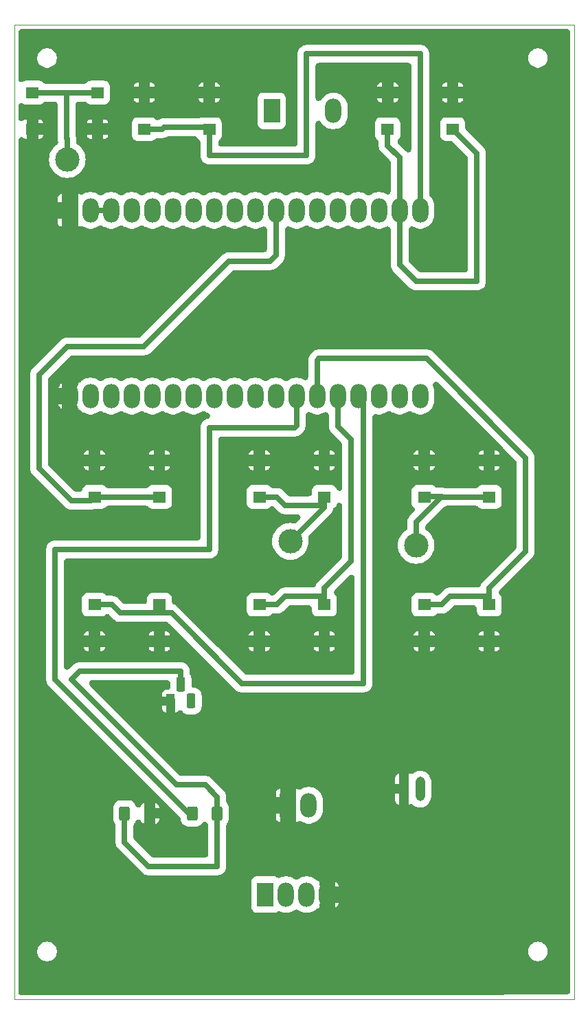
<source format=gbr>
%TF.GenerationSoftware,KiCad,Pcbnew,8.0.2*%
%TF.CreationDate,2024-06-22T16:18:14+02:00*%
%TF.ProjectId,LoRaKid,4c6f5261-4b69-4642-9e6b-696361645f70,rev?*%
%TF.SameCoordinates,Original*%
%TF.FileFunction,Copper,L1,Top*%
%TF.FilePolarity,Positive*%
%FSLAX46Y46*%
G04 Gerber Fmt 4.6, Leading zero omitted, Abs format (unit mm)*
G04 Created by KiCad (PCBNEW 8.0.2) date 2024-06-22 16:18:14*
%MOMM*%
%LPD*%
G01*
G04 APERTURE LIST*
G04 Aperture macros list*
%AMRoundRect*
0 Rectangle with rounded corners*
0 $1 Rounding radius*
0 $2 $3 $4 $5 $6 $7 $8 $9 X,Y pos of 4 corners*
0 Add a 4 corners polygon primitive as box body*
4,1,4,$2,$3,$4,$5,$6,$7,$8,$9,$2,$3,0*
0 Add four circle primitives for the rounded corners*
1,1,$1+$1,$2,$3*
1,1,$1+$1,$4,$5*
1,1,$1+$1,$6,$7*
1,1,$1+$1,$8,$9*
0 Add four rect primitives between the rounded corners*
20,1,$1+$1,$2,$3,$4,$5,0*
20,1,$1+$1,$4,$5,$6,$7,0*
20,1,$1+$1,$6,$7,$8,$9,0*
20,1,$1+$1,$8,$9,$2,$3,0*%
G04 Aperture macros list end*
%TA.AperFunction,SMDPad,CuDef*%
%ADD10R,1.600000X1.400000*%
%TD*%
%TA.AperFunction,ComponentPad*%
%ADD11R,2.000000X3.000000*%
%TD*%
%TA.AperFunction,ComponentPad*%
%ADD12O,2.000000X3.000000*%
%TD*%
%TA.AperFunction,ComponentPad*%
%ADD13R,1.100000X1.800000*%
%TD*%
%TA.AperFunction,ComponentPad*%
%ADD14RoundRect,0.275000X-0.275000X-0.625000X0.275000X-0.625000X0.275000X0.625000X-0.275000X0.625000X0*%
%TD*%
%TA.AperFunction,ComponentPad*%
%ADD15RoundRect,0.250000X-0.350000X-1.250000X0.350000X-1.250000X0.350000X1.250000X-0.350000X1.250000X0*%
%TD*%
%TA.AperFunction,ComponentPad*%
%ADD16O,1.200000X3.000000*%
%TD*%
%TA.AperFunction,SMDPad,CuDef*%
%ADD17RoundRect,0.250000X-0.400000X-0.625000X0.400000X-0.625000X0.400000X0.625000X-0.400000X0.625000X0*%
%TD*%
%TA.AperFunction,ViaPad*%
%ADD18C,3.000000*%
%TD*%
%TA.AperFunction,Conductor*%
%ADD19C,0.700000*%
%TD*%
%TA.AperFunction,Profile*%
%ADD20C,0.050000*%
%TD*%
G04 APERTURE END LIST*
D10*
%TO.P,SW1_ON_OFF1,1,1*%
%TO.N,Net-(U1-PROG)*%
X103220000Y-33750000D03*
X111220000Y-33750000D03*
%TO.P,SW1_ON_OFF1,2,2*%
%TO.N,GND*%
X103220000Y-38250000D03*
X111220000Y-38250000D03*
%TD*%
D11*
%TO.P,USB1,1,Pin_1*%
%TO.N,Net-(U1-5V)*%
X131920000Y-132500000D03*
D12*
%TO.P,USB1,2,Pin_2*%
%TO.N,unconnected-(USB1-Pin_2-Pad2)*%
X134460000Y-132500000D03*
%TO.P,USB1,3,Pin_3*%
%TO.N,unconnected-(USB1-Pin_3-Pad3)*%
X137000000Y-132500000D03*
%TO.P,USB1,4,Pin_4*%
%TO.N,GND*%
X139540000Y-132500000D03*
%TD*%
D10*
%TO.P,SW4,1,1*%
%TO.N,GND*%
X110860000Y-79030000D03*
X118860000Y-79030000D03*
%TO.P,SW4,2,2*%
%TO.N,Net-(U1-GPIO38)*%
X110860000Y-83530000D03*
X118860000Y-83530000D03*
%TD*%
%TO.P,SW3_RIGHT1,1,1*%
%TO.N,GND*%
X147000000Y-33750000D03*
X155000000Y-33750000D03*
%TO.P,SW3_RIGHT1,2,2*%
%TO.N,Net-(U1-GPIO6{slash}ADC1_5)*%
X147000000Y-38250000D03*
X155000000Y-38250000D03*
%TD*%
D13*
%TO.P,Q1,1,E*%
%TO.N,GND*%
X120230000Y-108670000D03*
D14*
%TO.P,Q1,2,B*%
%TO.N,Net-(Q1-B)*%
X121500000Y-106600000D03*
%TO.P,Q1,3,C*%
%TO.N,Net-(BZ1--)*%
X122770000Y-108670000D03*
%TD*%
D10*
%TO.P,SW8,1,1*%
%TO.N,Net-(U1-GPIO48)*%
X131180000Y-96810000D03*
X139180000Y-96810000D03*
%TO.P,SW8,2,2*%
%TO.N,GND*%
X131180000Y-101310000D03*
X139180000Y-101310000D03*
%TD*%
%TO.P,SW6,1,1*%
%TO.N,GND*%
X151500000Y-79030000D03*
X159500000Y-79030000D03*
%TO.P,SW6,2,2*%
%TO.N,Net-(U1-GPIO40)*%
X151500000Y-83530000D03*
X159500000Y-83530000D03*
%TD*%
%TO.P,SW5,1,1*%
%TO.N,GND*%
X131180000Y-79030000D03*
X139180000Y-79030000D03*
%TO.P,SW5,2,2*%
%TO.N,Net-(U1-GPIO39)*%
X131180000Y-83530000D03*
X139180000Y-83530000D03*
%TD*%
D15*
%TO.P,BAT1,1,Pin_1*%
%TO.N,GND*%
X149000000Y-119500000D03*
D16*
%TO.P,BAT1,2,Pin_2*%
%TO.N,Net-(BAT1-Pin_2)*%
X151000000Y-119500000D03*
%TD*%
D11*
%TO.P,BZ1,1,+*%
%TO.N,+3.3V*%
X132700000Y-36000000D03*
D12*
%TO.P,BZ1,2,-*%
%TO.N,Net-(BZ1--)*%
X140300000Y-36000000D03*
%TD*%
D17*
%TO.P,R1,1*%
%TO.N,Net-(U1-GPIO33)*%
X122900000Y-122500000D03*
%TO.P,R1,2*%
%TO.N,Net-(Q1-B)*%
X126000000Y-122500000D03*
%TD*%
D11*
%TO.P,U1,1,GND*%
%TO.N,GND*%
X107819952Y-48260000D03*
D12*
%TO.P,U1,2,3V3*%
%TO.N,+3.3V*%
X110359952Y-48260000D03*
%TO.P,U1,3,3V3*%
X112899952Y-48260000D03*
%TO.P,U1,4,ADC_Ctrl*%
%TO.N,unconnected-(U1-ADC_Ctrl-Pad4)*%
X115439952Y-48260000D03*
%TO.P,U1,5,GPIO46*%
%TO.N,unconnected-(U1-GPIO46-Pad5)*%
X117979952Y-48260000D03*
%TO.P,U1,6,GPIO45*%
%TO.N,unconnected-(U1-GPIO45-Pad6)*%
X120519952Y-48260000D03*
%TO.P,U1,7,GPIO42*%
%TO.N,unconnected-(U1-GPIO42-Pad7)*%
X123059952Y-48260000D03*
%TO.P,U1,8,GPIO41*%
%TO.N,unconnected-(U1-GPIO41-Pad8)*%
X125599952Y-48260000D03*
%TO.P,U1,9,GPIO40*%
%TO.N,Net-(U1-GPIO40)*%
X128139952Y-48260000D03*
%TO.P,U1,10,GPIO39*%
%TO.N,Net-(U1-GPIO39)*%
X130679952Y-48260000D03*
%TO.P,U1,11,GPIO38*%
%TO.N,Net-(U1-GPIO38)*%
X133219952Y-48260000D03*
%TO.P,U1,12,VBAT_READ*%
%TO.N,unconnected-(U1-VBAT_READ-Pad12)*%
X135759952Y-48260000D03*
%TO.P,U1,13,GPIO2/ADC1_1*%
%TO.N,unconnected-(U1-GPIO2{slash}ADC1_1-Pad13)*%
X138299952Y-48260000D03*
%TO.P,U1,14,GPIO3/ADC1_2*%
%TO.N,unconnected-(U1-GPIO3{slash}ADC1_2-Pad14)*%
X140839952Y-48260000D03*
%TO.P,U1,15,GPIO4/ADC1_3*%
%TO.N,unconnected-(U1-GPIO4{slash}ADC1_3-Pad15)*%
X143379952Y-48260000D03*
%TO.P,U1,16,GPIO5/ADC1_4*%
%TO.N,unconnected-(U1-GPIO5{slash}ADC1_4-Pad16)*%
X145919952Y-48260000D03*
%TO.P,U1,17,GPIO6/ADC1_5*%
%TO.N,Net-(U1-GPIO6{slash}ADC1_5)*%
X148459952Y-48260000D03*
%TO.P,U1,18,GPIO7/ADC1_6*%
%TO.N,Net-(U1-GPIO7{slash}ADC1_6)*%
X150999952Y-48260000D03*
%TO.P,U1,19,GND*%
%TO.N,GND*%
X107819952Y-71120000D03*
%TO.P,U1,20,5V*%
%TO.N,Net-(U1-5V)*%
X110359952Y-71120000D03*
%TO.P,U1,21,Vextern*%
%TO.N,unconnected-(U1-Vextern-Pad21)*%
X112899952Y-71120000D03*
%TO.P,U1,22,Vextern*%
%TO.N,unconnected-(U1-Vextern-Pad22)*%
X115439952Y-71120000D03*
%TO.P,U1,23,USB_TX*%
%TO.N,unconnected-(U1-USB_TX-Pad23)*%
X117979952Y-71120000D03*
%TO.P,U1,24,USB_RX*%
%TO.N,unconnected-(U1-USB_RX-Pad24)*%
X120519952Y-71120000D03*
%TO.P,U1,25,RST*%
%TO.N,unconnected-(U1-RST-Pad25)*%
X123059952Y-71120000D03*
%TO.P,U1,26,PROG*%
%TO.N,Net-(U1-PROG)*%
X125599952Y-71120000D03*
%TO.P,U1,27,Vext_CTRL*%
%TO.N,unconnected-(U1-Vext_CTRL-Pad27)*%
X128139952Y-71120000D03*
%TO.P,U1,28,LED*%
%TO.N,unconnected-(U1-LED-Pad28)*%
X130679952Y-71120000D03*
%TO.P,U1,29,GPIO34*%
%TO.N,unconnected-(U1-GPIO34-Pad29)*%
X133219952Y-71120000D03*
%TO.P,U1,30,GPIO33*%
%TO.N,Net-(U1-GPIO33)*%
X135759952Y-71120000D03*
%TO.P,U1,31,GPIO47*%
%TO.N,Net-(U1-GPIO47)*%
X138299952Y-71120000D03*
%TO.P,U1,32,GPIO48*%
%TO.N,Net-(U1-GPIO48)*%
X140839952Y-71120000D03*
%TO.P,U1,33,GPIO26*%
%TO.N,Net-(U1-GPIO26)*%
X143379952Y-71120000D03*
%TO.P,U1,34,OLED_RST*%
%TO.N,unconnected-(U1-OLED_RST-Pad34)*%
X145919952Y-71120000D03*
%TO.P,U1,35,GPIO20*%
%TO.N,unconnected-(U1-GPIO20-Pad35)*%
X148459952Y-71120000D03*
%TO.P,U1,36,GPIO19*%
%TO.N,unconnected-(U1-GPIO19-Pad36)*%
X150999952Y-71120000D03*
%TD*%
D10*
%TO.P,SW2_LEFT1,1,1*%
%TO.N,GND*%
X117000000Y-33750000D03*
X125000000Y-33750000D03*
%TO.P,SW2_LEFT1,2,2*%
%TO.N,Net-(U1-GPIO7{slash}ADC1_6)*%
X117000000Y-38250000D03*
X125000000Y-38250000D03*
%TD*%
D17*
%TO.P,R2,1*%
%TO.N,Net-(Q1-B)*%
X114570000Y-122500000D03*
%TO.P,R2,2*%
%TO.N,GND*%
X117670000Y-122500000D03*
%TD*%
D10*
%TO.P,SW7,1,1*%
%TO.N,Net-(U1-GPIO26)*%
X110860000Y-96810000D03*
X118860000Y-96810000D03*
%TO.P,SW7,2,2*%
%TO.N,GND*%
X110860000Y-101310000D03*
X118860000Y-101310000D03*
%TD*%
D11*
%TO.P,J1,1,Pin_1*%
%TO.N,GND*%
X134725000Y-121500000D03*
D12*
%TO.P,J1,2,Pin_2*%
%TO.N,Net-(BAT1-Pin_2)*%
X137265000Y-121500000D03*
%TD*%
D10*
%TO.P,SW9,1,1*%
%TO.N,Net-(U1-GPIO47)*%
X151500000Y-96810000D03*
X159500000Y-96810000D03*
%TO.P,SW9,2,2*%
%TO.N,GND*%
X151500000Y-101310000D03*
X159500000Y-101310000D03*
%TD*%
D18*
%TO.N,Net-(U1-PROG)*%
X107500000Y-42000000D03*
%TO.N,Net-(U1-GPIO39)*%
X135000000Y-89000000D03*
%TO.N,Net-(U1-GPIO40)*%
X150500000Y-89500000D03*
%TD*%
D19*
%TO.N,Net-(U1-PROG)*%
X107500000Y-42000000D02*
X107500000Y-39500000D01*
X107409000Y-33909000D02*
X107250000Y-33750000D01*
X107568000Y-33750000D02*
X111220000Y-33750000D01*
X107409000Y-33909000D02*
X107568000Y-33750000D01*
X107250000Y-33750000D02*
X103220000Y-33750000D01*
X107500000Y-39500000D02*
X107409000Y-39409000D01*
X107409000Y-39409000D02*
X107409000Y-33909000D01*
%TO.N,Net-(U1-GPIO7{slash}ADC1_6)*%
X137000000Y-41500000D02*
X137000000Y-29000000D01*
X125000000Y-38250000D02*
X125000000Y-41500000D01*
X117000000Y-38250000D02*
X119152000Y-38250000D01*
X124750000Y-38000000D02*
X125000000Y-38250000D01*
X125000000Y-41500000D02*
X137000000Y-41500000D01*
X151000000Y-29000000D02*
X151000000Y-48260000D01*
X119152000Y-38250000D02*
X119402000Y-38000000D01*
X137000000Y-29000000D02*
X151000000Y-29000000D01*
X119402000Y-38000000D02*
X124750000Y-38000000D01*
%TO.N,Net-(U1-GPIO6{slash}ADC1_5)*%
X158000000Y-57000000D02*
X158000000Y-41250000D01*
X148460000Y-41761700D02*
X148460000Y-54960000D01*
X147000000Y-38250000D02*
X147000000Y-40301700D01*
X158000000Y-41250000D02*
X155000000Y-38250000D01*
X148460000Y-54960000D02*
X150500000Y-57000000D01*
X150500000Y-57000000D02*
X158000000Y-57000000D01*
X147000000Y-40301700D02*
X148460000Y-41761700D01*
%TO.N,Net-(U1-GPIO38)*%
X133220000Y-48260000D02*
X133220000Y-53780000D01*
X107500000Y-65000000D02*
X104000000Y-68500000D01*
X133220000Y-53780000D02*
X132500000Y-54500000D01*
X108000000Y-84000000D02*
X110390000Y-84000000D01*
X118860000Y-83530000D02*
X110860000Y-83530000D01*
X104000000Y-80000000D02*
X108000000Y-84000000D01*
X110390000Y-84000000D02*
X110860000Y-83530000D01*
X116941900Y-65000000D02*
X107500000Y-65000000D01*
X132500000Y-54500000D02*
X127441900Y-54500000D01*
X127441900Y-54500000D02*
X116941900Y-65000000D01*
X104000000Y-68500000D02*
X104000000Y-80000000D01*
%TO.N,Net-(U1-GPIO39)*%
X134358000Y-84555800D02*
X139180000Y-84555800D01*
X133332000Y-83530000D02*
X134358000Y-84555800D01*
X139180000Y-84820000D02*
X139180000Y-84555800D01*
X131180000Y-83530000D02*
X133332000Y-83530000D01*
X139180000Y-83530000D02*
X139180000Y-84555800D01*
X135000000Y-89000000D02*
X139180000Y-84820000D01*
%TO.N,Net-(U1-GPIO40)*%
X150500000Y-89500000D02*
X150500000Y-86652000D01*
X153682000Y-83530000D02*
X153652000Y-83500000D01*
X159500000Y-83530000D02*
X153682000Y-83530000D01*
X150500000Y-86652000D02*
X153652000Y-83500000D01*
X151530000Y-83500000D02*
X151500000Y-83530000D01*
X153652000Y-83500000D02*
X151530000Y-83500000D01*
%TO.N,Net-(U1-GPIO26)*%
X143379952Y-71120000D02*
X144000000Y-71740048D01*
X118860000Y-97835800D02*
X118860000Y-96810000D01*
X114038000Y-97835800D02*
X118860000Y-97835800D01*
X144000000Y-71740048D02*
X144000000Y-106500000D01*
X110860000Y-96810000D02*
X113012000Y-96810000D01*
X129000000Y-106500000D02*
X120335800Y-97835800D01*
X143380000Y-71120000D02*
X143379952Y-71120000D01*
X120335800Y-97835800D02*
X118860000Y-97835800D01*
X113012000Y-96810000D02*
X114038000Y-97835800D01*
X144000000Y-106500000D02*
X129000000Y-106500000D01*
%TO.N,Net-(U1-GPIO48)*%
X139180000Y-94758300D02*
X139180000Y-95784100D01*
X131180000Y-96810000D02*
X133332000Y-96810000D01*
X139180000Y-95784100D02*
X139180000Y-96810000D01*
X133332000Y-96810000D02*
X134358000Y-95784100D01*
X142500000Y-91438300D02*
X139180000Y-94758300D01*
X134358000Y-95784100D02*
X139180000Y-95784100D01*
X140840000Y-74840000D02*
X142500000Y-76500000D01*
X140840000Y-71120000D02*
X140840000Y-74840000D01*
X142500000Y-76500000D02*
X142500000Y-91438300D01*
%TO.N,Net-(U1-GPIO47)*%
X164000000Y-90258300D02*
X164000000Y-78707300D01*
X159500000Y-95784100D02*
X159500000Y-94758300D01*
X153652000Y-96810000D02*
X154678000Y-95784100D01*
X151792700Y-66500000D02*
X138500000Y-66500000D01*
X138300000Y-66700000D02*
X138300000Y-71120000D01*
X154678000Y-95784100D02*
X159500000Y-95784100D01*
X159500000Y-94758300D02*
X164000000Y-90258300D01*
X159500000Y-96810000D02*
X159500000Y-95784100D01*
X151500000Y-96810000D02*
X153652000Y-96810000D01*
X164000000Y-78707300D02*
X151792700Y-66500000D01*
X138500000Y-66500000D02*
X138300000Y-66700000D01*
%TO.N,+3.3V*%
X112900000Y-48260000D02*
X110360000Y-48260000D01*
%TO.N,Net-(Q1-B)*%
X121500000Y-105000000D02*
X121500000Y-107000000D01*
X121000000Y-119000000D02*
X108000000Y-106000000D01*
X126000000Y-129000000D02*
X126000000Y-122500000D01*
X108000000Y-106000000D02*
X109000000Y-105000000D01*
X114570000Y-126070000D02*
X117500000Y-129000000D01*
X117500000Y-129000000D02*
X126000000Y-129000000D01*
X126000000Y-120500000D02*
X124500000Y-119000000D01*
X109000000Y-105000000D02*
X121500000Y-105000000D01*
X126000000Y-122500000D02*
X126000000Y-120500000D01*
X114570000Y-122500000D02*
X114570000Y-126070000D01*
X124500000Y-119000000D02*
X121000000Y-119000000D01*
%TO.N,Net-(U1-GPIO33)*%
X135500000Y-75000000D02*
X125000000Y-75000000D01*
X125000000Y-75000000D02*
X125000000Y-90000000D01*
X135759952Y-74740048D02*
X135500000Y-75000000D01*
X106000000Y-90000000D02*
X106000000Y-106000000D01*
X135759952Y-71120000D02*
X135759952Y-74740048D01*
X106000000Y-106000000D02*
X120460500Y-120460500D01*
X125000000Y-90000000D02*
X106000000Y-90000000D01*
X120460500Y-120460500D02*
X122500000Y-122500000D01*
%TD*%
%TA.AperFunction,Conductor*%
%TO.N,GND*%
G36*
X169206938Y-25920764D02*
G01*
X169315216Y-25979361D01*
X169398600Y-26069941D01*
X169448056Y-26182688D01*
X169459500Y-26274500D01*
X169459500Y-144412321D01*
X169439236Y-144533759D01*
X169380639Y-144642037D01*
X169290059Y-144725421D01*
X169177312Y-144774877D01*
X169088208Y-144786311D01*
X153456021Y-144899490D01*
X153453313Y-144899500D01*
X101834500Y-144899500D01*
X101713062Y-144879236D01*
X101604784Y-144820639D01*
X101521400Y-144730059D01*
X101471944Y-144617312D01*
X101460500Y-144525500D01*
X101460500Y-139405519D01*
X103799500Y-139405519D01*
X103799500Y-139594481D01*
X103815666Y-139696550D01*
X103829059Y-139781115D01*
X103829060Y-139781120D01*
X103867006Y-139897906D01*
X103887453Y-139960832D01*
X103973240Y-140129199D01*
X104084310Y-140282073D01*
X104217927Y-140415690D01*
X104370801Y-140526760D01*
X104539168Y-140612547D01*
X104718882Y-140670940D01*
X104905519Y-140700500D01*
X104905523Y-140700500D01*
X105094477Y-140700500D01*
X105094481Y-140700500D01*
X105281118Y-140670940D01*
X105460832Y-140612547D01*
X105629199Y-140526760D01*
X105782073Y-140415690D01*
X105915690Y-140282073D01*
X106026760Y-140129199D01*
X106112547Y-139960832D01*
X106170940Y-139781118D01*
X106200500Y-139594481D01*
X106200500Y-139405519D01*
X164299500Y-139405519D01*
X164299500Y-139594481D01*
X164315666Y-139696550D01*
X164329059Y-139781115D01*
X164329060Y-139781120D01*
X164367006Y-139897906D01*
X164387453Y-139960832D01*
X164473240Y-140129199D01*
X164584310Y-140282073D01*
X164717927Y-140415690D01*
X164870801Y-140526760D01*
X165039168Y-140612547D01*
X165218882Y-140670940D01*
X165405519Y-140700500D01*
X165405523Y-140700500D01*
X165594477Y-140700500D01*
X165594481Y-140700500D01*
X165781118Y-140670940D01*
X165960832Y-140612547D01*
X166129199Y-140526760D01*
X166282073Y-140415690D01*
X166415690Y-140282073D01*
X166526760Y-140129199D01*
X166612547Y-139960832D01*
X166670940Y-139781118D01*
X166700500Y-139594481D01*
X166700500Y-139405519D01*
X166670940Y-139218882D01*
X166612547Y-139039168D01*
X166526760Y-138870801D01*
X166415690Y-138717927D01*
X166282073Y-138584310D01*
X166129199Y-138473240D01*
X165960832Y-138387453D01*
X165897906Y-138367006D01*
X165781120Y-138329060D01*
X165781115Y-138329059D01*
X165696550Y-138315666D01*
X165594481Y-138299500D01*
X165405519Y-138299500D01*
X165315726Y-138313721D01*
X165218884Y-138329059D01*
X165218879Y-138329060D01*
X165039165Y-138387454D01*
X164870800Y-138473240D01*
X164717932Y-138584306D01*
X164717923Y-138584313D01*
X164584313Y-138717923D01*
X164584306Y-138717932D01*
X164473240Y-138870800D01*
X164387454Y-139039165D01*
X164329060Y-139218879D01*
X164329059Y-139218884D01*
X164311624Y-139328966D01*
X164299500Y-139405519D01*
X106200500Y-139405519D01*
X106170940Y-139218882D01*
X106112547Y-139039168D01*
X106026760Y-138870801D01*
X105915690Y-138717927D01*
X105782073Y-138584310D01*
X105629199Y-138473240D01*
X105460832Y-138387453D01*
X105397906Y-138367006D01*
X105281120Y-138329060D01*
X105281115Y-138329059D01*
X105196550Y-138315666D01*
X105094481Y-138299500D01*
X104905519Y-138299500D01*
X104815726Y-138313721D01*
X104718884Y-138329059D01*
X104718879Y-138329060D01*
X104539165Y-138387454D01*
X104370800Y-138473240D01*
X104217932Y-138584306D01*
X104217923Y-138584313D01*
X104084313Y-138717923D01*
X104084306Y-138717932D01*
X103973240Y-138870800D01*
X103887454Y-139039165D01*
X103829060Y-139218879D01*
X103829059Y-139218884D01*
X103811624Y-139328966D01*
X103799500Y-139405519D01*
X101460500Y-139405519D01*
X101460500Y-130949987D01*
X130169500Y-130949987D01*
X130169500Y-134050005D01*
X130180001Y-134152799D01*
X130235184Y-134319331D01*
X130241381Y-134329377D01*
X130327288Y-134468656D01*
X130451344Y-134592712D01*
X130600666Y-134684814D01*
X130767203Y-134739999D01*
X130869991Y-134750500D01*
X132970008Y-134750499D01*
X133072797Y-134739999D01*
X133239334Y-134684814D01*
X133363370Y-134608308D01*
X133477362Y-134561806D01*
X133600282Y-134554835D01*
X133702826Y-134581095D01*
X133896113Y-134661158D01*
X134117762Y-134720548D01*
X134345266Y-134750500D01*
X134345272Y-134750500D01*
X134574728Y-134750500D01*
X134574734Y-134750500D01*
X134802238Y-134720548D01*
X135023887Y-134661158D01*
X135235888Y-134573344D01*
X135434612Y-134458611D01*
X135502322Y-134406655D01*
X135611001Y-134348805D01*
X135732575Y-134329377D01*
X135853870Y-134350477D01*
X135957678Y-134406655D01*
X136025388Y-134458611D01*
X136025389Y-134458612D01*
X136025391Y-134458613D01*
X136042788Y-134468657D01*
X136224112Y-134573344D01*
X136436113Y-134661158D01*
X136657762Y-134720548D01*
X136885266Y-134750500D01*
X136885272Y-134750500D01*
X137114728Y-134750500D01*
X137114734Y-134750500D01*
X137342238Y-134720548D01*
X137563887Y-134661158D01*
X137775888Y-134573344D01*
X137974612Y-134458611D01*
X138156661Y-134318919D01*
X138182672Y-134292908D01*
X138282870Y-134221368D01*
X138338310Y-134204862D01*
X138540000Y-134121320D01*
X138540000Y-134121319D01*
X140540000Y-134121319D01*
X140684132Y-133977187D01*
X140684140Y-133977178D01*
X140822911Y-133786176D01*
X140822915Y-133786169D01*
X140930102Y-133575802D01*
X140954733Y-133500000D01*
X140540000Y-133500000D01*
X140540000Y-134121319D01*
X138540000Y-134121319D01*
X138540000Y-133930707D01*
X138560264Y-133809269D01*
X138569336Y-133787481D01*
X138568658Y-133787200D01*
X138573344Y-133775888D01*
X138661158Y-133563887D01*
X138720548Y-133342238D01*
X138750500Y-133114734D01*
X138750500Y-132449840D01*
X139159000Y-132449840D01*
X139159000Y-132550160D01*
X139184964Y-132647061D01*
X139235124Y-132733940D01*
X139306060Y-132804876D01*
X139392939Y-132855036D01*
X139489840Y-132881000D01*
X139590160Y-132881000D01*
X139687061Y-132855036D01*
X139773940Y-132804876D01*
X139844876Y-132733940D01*
X139895036Y-132647061D01*
X139921000Y-132550160D01*
X139921000Y-132449840D01*
X139895036Y-132352939D01*
X139844876Y-132266060D01*
X139773940Y-132195124D01*
X139687061Y-132144964D01*
X139590160Y-132119000D01*
X139489840Y-132119000D01*
X139392939Y-132144964D01*
X139306060Y-132195124D01*
X139235124Y-132266060D01*
X139184964Y-132352939D01*
X139159000Y-132449840D01*
X138750500Y-132449840D01*
X138750500Y-131885266D01*
X138720548Y-131657762D01*
X138678276Y-131500000D01*
X140540000Y-131500000D01*
X140954732Y-131500000D01*
X140930102Y-131424197D01*
X140822915Y-131213830D01*
X140822911Y-131213823D01*
X140684140Y-131022821D01*
X140684132Y-131022812D01*
X140540000Y-130878680D01*
X140540000Y-131500000D01*
X138678276Y-131500000D01*
X138661158Y-131436113D01*
X138607527Y-131306636D01*
X138568659Y-131212800D01*
X138571573Y-131211592D01*
X138542999Y-131116556D01*
X138540000Y-131069291D01*
X138540000Y-130878680D01*
X138371025Y-130808688D01*
X138370308Y-130808659D01*
X138255622Y-130763883D01*
X138182672Y-130707092D01*
X138156660Y-130681080D01*
X137974615Y-130541391D01*
X137974608Y-130541386D01*
X137775892Y-130426658D01*
X137775890Y-130426657D01*
X137775888Y-130426656D01*
X137563887Y-130338842D01*
X137563883Y-130338841D01*
X137563881Y-130338840D01*
X137445095Y-130307012D01*
X137342238Y-130279452D01*
X137342235Y-130279451D01*
X137342233Y-130279451D01*
X137114740Y-130249500D01*
X137114734Y-130249500D01*
X136885266Y-130249500D01*
X136885259Y-130249500D01*
X136657766Y-130279451D01*
X136436118Y-130338840D01*
X136224107Y-130426658D01*
X136025391Y-130541386D01*
X136025388Y-130541388D01*
X135957676Y-130593346D01*
X135848996Y-130651195D01*
X135727422Y-130670622D01*
X135606127Y-130649521D01*
X135502324Y-130593346D01*
X135434611Y-130541388D01*
X135434608Y-130541386D01*
X135235892Y-130426658D01*
X135235890Y-130426657D01*
X135235888Y-130426656D01*
X135023887Y-130338842D01*
X135023883Y-130338841D01*
X135023881Y-130338840D01*
X134905095Y-130307012D01*
X134802238Y-130279452D01*
X134802235Y-130279451D01*
X134802233Y-130279451D01*
X134574740Y-130249500D01*
X134574734Y-130249500D01*
X134345266Y-130249500D01*
X134345259Y-130249500D01*
X134117766Y-130279451D01*
X133896115Y-130338841D01*
X133702830Y-130418902D01*
X133582881Y-130446652D01*
X133460421Y-130433952D01*
X133363368Y-130391690D01*
X133239334Y-130315186D01*
X133239328Y-130315184D01*
X133072797Y-130260001D01*
X133072794Y-130260000D01*
X133072790Y-130260000D01*
X132970012Y-130249500D01*
X130869994Y-130249500D01*
X130767200Y-130260001D01*
X130600668Y-130315184D01*
X130451346Y-130407286D01*
X130451342Y-130407289D01*
X130327289Y-130531342D01*
X130327286Y-130531346D01*
X130235186Y-130680665D01*
X130180001Y-130847203D01*
X130180000Y-130847209D01*
X130169500Y-130949987D01*
X101460500Y-130949987D01*
X101460500Y-89913389D01*
X104899500Y-89913389D01*
X104899500Y-105913389D01*
X104899500Y-106086611D01*
X104926598Y-106257701D01*
X104980127Y-106422445D01*
X104980128Y-106422448D01*
X104980129Y-106422449D01*
X105058768Y-106576789D01*
X105160581Y-106716922D01*
X105160583Y-106716924D01*
X105160586Y-106716928D01*
X115693158Y-117249500D01*
X119621086Y-121177428D01*
X121391045Y-122947387D01*
X121462585Y-123047585D01*
X121497715Y-123165584D01*
X121499118Y-123178726D01*
X121510114Y-123302418D01*
X121566092Y-123498054D01*
X121566093Y-123498055D01*
X121660299Y-123678403D01*
X121660301Y-123678406D01*
X121788889Y-123836107D01*
X121788892Y-123836110D01*
X121946593Y-123964698D01*
X121946596Y-123964700D01*
X122126944Y-124058906D01*
X122126945Y-124058907D01*
X122126949Y-124058908D01*
X122126951Y-124058909D01*
X122322582Y-124114886D01*
X122441963Y-124125500D01*
X123358036Y-124125499D01*
X123477418Y-124114886D01*
X123673049Y-124058909D01*
X123673051Y-124058907D01*
X123673054Y-124058907D01*
X123673055Y-124058906D01*
X123819765Y-123982271D01*
X123853407Y-123964698D01*
X124011109Y-123836109D01*
X124139698Y-123678407D01*
X124139698Y-123678405D01*
X124151684Y-123663707D01*
X124153085Y-123664849D01*
X124221462Y-123591165D01*
X124329973Y-123532999D01*
X124451490Y-123513219D01*
X124572846Y-123533967D01*
X124680890Y-123592995D01*
X124746984Y-123664792D01*
X124748316Y-123663707D01*
X124760301Y-123678406D01*
X124760302Y-123678407D01*
X124794663Y-123720548D01*
X124815356Y-123745925D01*
X124876392Y-123852846D01*
X124899404Y-123973794D01*
X124899500Y-123982271D01*
X124899500Y-127525500D01*
X124879236Y-127646938D01*
X124820639Y-127755216D01*
X124730059Y-127838600D01*
X124617312Y-127888056D01*
X124525500Y-127899500D01*
X118110758Y-127899500D01*
X117989320Y-127879236D01*
X117881042Y-127820639D01*
X117846300Y-127789958D01*
X115780042Y-125723700D01*
X115708502Y-125623502D01*
X115673372Y-125505503D01*
X115670500Y-125459242D01*
X115670500Y-123982271D01*
X115690764Y-123860833D01*
X115749361Y-123752555D01*
X115754644Y-123745925D01*
X115809698Y-123678407D01*
X115854132Y-123593342D01*
X115903905Y-123498058D01*
X115909341Y-123484449D01*
X115973204Y-123379191D01*
X116067784Y-123300373D01*
X116182831Y-123256535D01*
X116305880Y-123252428D01*
X116423594Y-123288497D01*
X116523219Y-123360834D01*
X116574979Y-123426834D01*
X116677682Y-123593342D01*
X116677686Y-123593347D01*
X116801652Y-123717313D01*
X116801657Y-123717317D01*
X116950877Y-123809357D01*
X117019999Y-123832261D01*
X117020000Y-123832261D01*
X118320000Y-123832261D01*
X118389121Y-123809357D01*
X118389122Y-123809357D01*
X118538342Y-123717317D01*
X118538347Y-123717313D01*
X118662313Y-123593347D01*
X118662320Y-123593338D01*
X118754357Y-123444123D01*
X118809506Y-123277692D01*
X118820000Y-123174981D01*
X118820000Y-123150000D01*
X118320000Y-123150000D01*
X118320000Y-123832261D01*
X117020000Y-123832261D01*
X117020000Y-121850000D01*
X118320000Y-121850000D01*
X118819999Y-121850000D01*
X118819999Y-121825024D01*
X118809506Y-121722301D01*
X118754359Y-121555880D01*
X118754358Y-121555878D01*
X118662320Y-121406661D01*
X118662313Y-121406652D01*
X118538347Y-121282686D01*
X118538338Y-121282679D01*
X118389127Y-121190645D01*
X118389120Y-121190641D01*
X118320000Y-121167737D01*
X118320000Y-121850000D01*
X117020000Y-121850000D01*
X117020000Y-121167737D01*
X117019999Y-121167737D01*
X116950879Y-121190641D01*
X116950872Y-121190645D01*
X116801661Y-121282679D01*
X116801652Y-121282686D01*
X116677686Y-121406652D01*
X116677682Y-121406658D01*
X116574979Y-121573165D01*
X116493979Y-121665885D01*
X116387263Y-121727280D01*
X116266394Y-121750697D01*
X116144470Y-121733600D01*
X116034704Y-121677841D01*
X115948990Y-121589461D01*
X115909342Y-121515553D01*
X115903905Y-121501941D01*
X115809700Y-121321596D01*
X115809698Y-121321593D01*
X115681110Y-121163892D01*
X115681107Y-121163889D01*
X115523406Y-121035301D01*
X115523403Y-121035299D01*
X115343055Y-120941093D01*
X115343054Y-120941092D01*
X115147419Y-120885114D01*
X115127521Y-120883345D01*
X115028037Y-120874500D01*
X115028032Y-120874500D01*
X114111967Y-120874500D01*
X113992581Y-120885114D01*
X113796945Y-120941092D01*
X113796944Y-120941093D01*
X113616596Y-121035299D01*
X113616593Y-121035301D01*
X113458892Y-121163889D01*
X113458889Y-121163892D01*
X113330301Y-121321593D01*
X113330299Y-121321596D01*
X113236093Y-121501944D01*
X113236092Y-121501945D01*
X113180114Y-121697580D01*
X113169500Y-121816962D01*
X113169500Y-123183032D01*
X113180114Y-123302418D01*
X113236092Y-123498054D01*
X113236093Y-123498055D01*
X113330299Y-123678403D01*
X113330301Y-123678406D01*
X113330302Y-123678407D01*
X113364663Y-123720548D01*
X113385356Y-123745925D01*
X113446392Y-123852846D01*
X113469404Y-123973794D01*
X113469500Y-123982271D01*
X113469500Y-125983389D01*
X113469500Y-126156611D01*
X113496598Y-126327701D01*
X113550127Y-126492445D01*
X113550128Y-126492448D01*
X113550129Y-126492449D01*
X113628768Y-126646789D01*
X113730581Y-126786922D01*
X113730583Y-126786924D01*
X113730586Y-126786928D01*
X116660586Y-129716928D01*
X116783072Y-129839414D01*
X116783075Y-129839416D01*
X116783077Y-129839418D01*
X116923210Y-129941231D01*
X116923212Y-129941232D01*
X117077555Y-130019873D01*
X117242299Y-130073402D01*
X117413389Y-130100500D01*
X117413390Y-130100500D01*
X117413393Y-130100500D01*
X126086607Y-130100500D01*
X126086611Y-130100500D01*
X126257701Y-130073402D01*
X126422445Y-130019873D01*
X126576788Y-129941232D01*
X126716928Y-129839414D01*
X126839414Y-129716928D01*
X126941232Y-129576788D01*
X127019873Y-129422445D01*
X127073402Y-129257701D01*
X127100500Y-129086611D01*
X127100500Y-123982271D01*
X127120764Y-123860833D01*
X127179361Y-123752555D01*
X127184644Y-123745925D01*
X127239698Y-123678407D01*
X127333906Y-123498055D01*
X127333907Y-123498054D01*
X127333907Y-123498051D01*
X127333909Y-123498049D01*
X127389886Y-123302418D01*
X127400500Y-123183037D01*
X127400500Y-123047829D01*
X133225000Y-123047829D01*
X133231401Y-123107371D01*
X133231403Y-123107381D01*
X133281646Y-123242087D01*
X133281647Y-123242088D01*
X133367811Y-123357188D01*
X133482911Y-123443352D01*
X133482912Y-123443353D01*
X133617618Y-123493596D01*
X133617628Y-123493598D01*
X133677171Y-123500000D01*
X133725000Y-123500000D01*
X133725000Y-122500000D01*
X133225000Y-122500000D01*
X133225000Y-123047829D01*
X127400500Y-123047829D01*
X127400499Y-121816964D01*
X127389886Y-121697582D01*
X127333909Y-121501951D01*
X127333908Y-121501949D01*
X127333907Y-121501945D01*
X127333906Y-121501944D01*
X127298506Y-121434174D01*
X134225000Y-121434174D01*
X134225000Y-121565826D01*
X134259075Y-121692993D01*
X134324901Y-121807007D01*
X134417993Y-121900099D01*
X134532007Y-121965925D01*
X134659174Y-122000000D01*
X134790826Y-122000000D01*
X134917993Y-121965925D01*
X135032007Y-121900099D01*
X135125099Y-121807007D01*
X135190925Y-121692993D01*
X135225000Y-121565826D01*
X135225000Y-121434174D01*
X135190925Y-121307007D01*
X135125099Y-121192993D01*
X135032007Y-121099901D01*
X134917993Y-121034075D01*
X134790826Y-121000000D01*
X134659174Y-121000000D01*
X134532007Y-121034075D01*
X134417993Y-121099901D01*
X134324901Y-121192993D01*
X134259075Y-121307007D01*
X134225000Y-121434174D01*
X127298506Y-121434174D01*
X127239700Y-121321596D01*
X127239699Y-121321595D01*
X127239698Y-121321593D01*
X127199071Y-121271768D01*
X127184643Y-121254073D01*
X127123607Y-121147150D01*
X127100596Y-121026203D01*
X127100500Y-121017728D01*
X127100500Y-120885259D01*
X135514500Y-120885259D01*
X135514500Y-122114740D01*
X135544451Y-122342233D01*
X135603840Y-122563881D01*
X135696342Y-122787200D01*
X135693393Y-122788421D01*
X135721954Y-122883070D01*
X135725000Y-122930707D01*
X135725000Y-123500000D01*
X135772829Y-123500000D01*
X135832371Y-123493598D01*
X135832374Y-123493597D01*
X135982345Y-123437661D01*
X136103208Y-123414209D01*
X136225136Y-123431272D01*
X136300046Y-123464187D01*
X136489104Y-123573340D01*
X136489107Y-123573341D01*
X136489112Y-123573344D01*
X136701113Y-123661158D01*
X136922762Y-123720548D01*
X137150266Y-123750500D01*
X137150272Y-123750500D01*
X137379728Y-123750500D01*
X137379734Y-123750500D01*
X137607238Y-123720548D01*
X137828887Y-123661158D01*
X138040888Y-123573344D01*
X138239612Y-123458611D01*
X138421661Y-123318919D01*
X138583919Y-123156661D01*
X138723611Y-122974612D01*
X138838344Y-122775888D01*
X138926158Y-122563887D01*
X138985548Y-122342238D01*
X139015500Y-122114734D01*
X139015500Y-120885266D01*
X139004271Y-120799975D01*
X147900001Y-120799975D01*
X147910493Y-120902698D01*
X147965640Y-121069119D01*
X147965641Y-121069121D01*
X148057679Y-121218338D01*
X148057686Y-121218347D01*
X148181652Y-121342313D01*
X148181657Y-121342317D01*
X148330877Y-121434357D01*
X148399999Y-121457261D01*
X148400000Y-121457261D01*
X148400000Y-120100000D01*
X147900001Y-120100000D01*
X147900001Y-120799975D01*
X139004271Y-120799975D01*
X138985548Y-120657762D01*
X138926158Y-120436113D01*
X138838344Y-120224112D01*
X138753727Y-120077551D01*
X138723613Y-120025391D01*
X138723608Y-120025384D01*
X138583919Y-119843339D01*
X138421660Y-119681080D01*
X138239615Y-119541391D01*
X138239608Y-119541386D01*
X138082413Y-119450630D01*
X148625000Y-119450630D01*
X148625000Y-119549370D01*
X148650556Y-119644745D01*
X148699925Y-119730255D01*
X148769745Y-119800075D01*
X148855255Y-119849444D01*
X148950630Y-119875000D01*
X149049370Y-119875000D01*
X149144745Y-119849444D01*
X149230255Y-119800075D01*
X149300075Y-119730255D01*
X149349444Y-119644745D01*
X149375000Y-119549370D01*
X149375000Y-119450630D01*
X149349444Y-119355255D01*
X149300075Y-119269745D01*
X149230255Y-119199925D01*
X149144745Y-119150556D01*
X149049370Y-119125000D01*
X148950630Y-119125000D01*
X148855255Y-119150556D01*
X148769745Y-119199925D01*
X148699925Y-119269745D01*
X148650556Y-119355255D01*
X148625000Y-119450630D01*
X138082413Y-119450630D01*
X138040892Y-119426658D01*
X138040890Y-119426657D01*
X138040888Y-119426656D01*
X137828887Y-119338842D01*
X137828883Y-119338841D01*
X137828881Y-119338840D01*
X137710095Y-119307012D01*
X137607238Y-119279452D01*
X137607235Y-119279451D01*
X137607233Y-119279451D01*
X137379740Y-119249500D01*
X137379734Y-119249500D01*
X137150266Y-119249500D01*
X137150259Y-119249500D01*
X136922766Y-119279451D01*
X136701118Y-119338840D01*
X136489107Y-119426658D01*
X136300045Y-119535813D01*
X136184744Y-119578982D01*
X136061674Y-119582374D01*
X135982347Y-119562338D01*
X135832380Y-119506403D01*
X135832371Y-119506401D01*
X135772829Y-119500000D01*
X135725000Y-119500000D01*
X135725000Y-120069291D01*
X135704736Y-120190729D01*
X135695673Y-120212523D01*
X135696341Y-120212800D01*
X135603841Y-120436115D01*
X135544451Y-120657766D01*
X135514500Y-120885259D01*
X127100500Y-120885259D01*
X127100500Y-120413392D01*
X127100500Y-120413389D01*
X127073402Y-120242299D01*
X127060568Y-120202799D01*
X127019873Y-120077554D01*
X127019872Y-120077553D01*
X127019872Y-120077551D01*
X126993291Y-120025384D01*
X126955987Y-119952170D01*
X133225000Y-119952170D01*
X133225000Y-120500000D01*
X133725000Y-120500000D01*
X133725000Y-119500000D01*
X133677171Y-119500000D01*
X133617628Y-119506401D01*
X133617618Y-119506403D01*
X133482912Y-119556646D01*
X133482911Y-119556647D01*
X133367811Y-119642811D01*
X133281647Y-119757911D01*
X133281646Y-119757912D01*
X133231403Y-119892618D01*
X133231401Y-119892628D01*
X133225000Y-119952170D01*
X126955987Y-119952170D01*
X126941232Y-119923212D01*
X126839414Y-119783072D01*
X125256360Y-118200018D01*
X147900000Y-118200018D01*
X147900000Y-118900000D01*
X148400000Y-118900000D01*
X148400000Y-117542737D01*
X149600000Y-117542737D01*
X149600000Y-121457261D01*
X149669121Y-121434357D01*
X149669124Y-121434356D01*
X149702891Y-121413529D01*
X149816887Y-121367024D01*
X149939806Y-121360053D01*
X150058329Y-121393372D01*
X150119063Y-121429273D01*
X150292177Y-121555047D01*
X150292183Y-121555050D01*
X150292184Y-121555051D01*
X150481588Y-121651557D01*
X150683757Y-121717246D01*
X150893713Y-121750500D01*
X150893717Y-121750500D01*
X151106283Y-121750500D01*
X151106287Y-121750500D01*
X151316243Y-121717246D01*
X151518412Y-121651557D01*
X151707816Y-121555051D01*
X151879792Y-121430104D01*
X152030104Y-121279792D01*
X152155051Y-121107816D01*
X152251557Y-120918412D01*
X152317246Y-120716243D01*
X152350500Y-120506287D01*
X152350500Y-118493713D01*
X152317246Y-118283757D01*
X152251557Y-118081588D01*
X152155051Y-117892184D01*
X152030104Y-117720208D01*
X151879792Y-117569896D01*
X151873935Y-117565641D01*
X151860114Y-117555599D01*
X151707816Y-117444949D01*
X151707813Y-117444947D01*
X151518412Y-117348443D01*
X151316244Y-117282754D01*
X151274251Y-117276103D01*
X151106287Y-117249500D01*
X150893713Y-117249500D01*
X150683757Y-117282754D01*
X150683753Y-117282754D01*
X150481587Y-117348443D01*
X150292186Y-117444947D01*
X150292177Y-117444952D01*
X150119063Y-117570727D01*
X150008907Y-117625712D01*
X149886866Y-117641949D01*
X149766165Y-117617681D01*
X149702893Y-117586472D01*
X149669127Y-117565645D01*
X149669120Y-117565641D01*
X149600000Y-117542737D01*
X148400000Y-117542737D01*
X148399999Y-117542737D01*
X148330879Y-117565641D01*
X148330872Y-117565645D01*
X148181661Y-117657679D01*
X148181652Y-117657686D01*
X148057686Y-117781652D01*
X148057679Y-117781661D01*
X147965642Y-117930876D01*
X147910493Y-118097307D01*
X147900000Y-118200018D01*
X125256360Y-118200018D01*
X125216928Y-118160586D01*
X125216924Y-118160583D01*
X125216922Y-118160581D01*
X125076789Y-118058768D01*
X124922449Y-117980129D01*
X124922448Y-117980128D01*
X124922445Y-117980127D01*
X124757701Y-117926598D01*
X124586611Y-117899500D01*
X124586607Y-117899500D01*
X121610758Y-117899500D01*
X121489320Y-117879236D01*
X121381042Y-117820639D01*
X121346300Y-117789958D01*
X113174171Y-109617829D01*
X119180000Y-109617829D01*
X119186401Y-109677371D01*
X119186403Y-109677381D01*
X119236646Y-109812087D01*
X119236647Y-109812088D01*
X119322811Y-109927188D01*
X119437911Y-110013352D01*
X119437912Y-110013353D01*
X119572618Y-110063596D01*
X119572628Y-110063598D01*
X119632171Y-110070000D01*
X119680000Y-110070000D01*
X119680000Y-109220000D01*
X119180000Y-109220000D01*
X119180000Y-109617829D01*
X113174171Y-109617829D01*
X110295300Y-106738958D01*
X110223760Y-106638760D01*
X110188630Y-106520761D01*
X110193718Y-106397749D01*
X110238472Y-106283055D01*
X110318042Y-106189107D01*
X110423806Y-106126085D01*
X110544302Y-106100819D01*
X110559758Y-106100500D01*
X119825500Y-106100500D01*
X119946938Y-106120764D01*
X120055216Y-106179361D01*
X120138600Y-106269941D01*
X120188056Y-106382688D01*
X120199500Y-106474500D01*
X120199500Y-106896000D01*
X120179236Y-107017438D01*
X120120639Y-107125716D01*
X120030059Y-107209100D01*
X119917312Y-107258556D01*
X119825500Y-107270000D01*
X119632171Y-107270000D01*
X119572628Y-107276401D01*
X119572618Y-107276403D01*
X119437912Y-107326646D01*
X119437911Y-107326647D01*
X119322811Y-107412811D01*
X119236647Y-107527911D01*
X119236646Y-107527912D01*
X119186403Y-107662618D01*
X119186401Y-107662628D01*
X119180000Y-107722170D01*
X119180000Y-108120000D01*
X119883590Y-108120000D01*
X119880556Y-108125255D01*
X119855000Y-108220630D01*
X119855000Y-108319370D01*
X119880556Y-108414745D01*
X119929925Y-108500255D01*
X119999745Y-108570075D01*
X120085255Y-108619444D01*
X120180630Y-108645000D01*
X120279370Y-108645000D01*
X120374745Y-108619444D01*
X120460255Y-108570075D01*
X120530075Y-108500255D01*
X120579444Y-108414745D01*
X120605000Y-108319370D01*
X120605000Y-108220630D01*
X120592968Y-108175727D01*
X120635716Y-108198861D01*
X120719100Y-108289441D01*
X120768556Y-108402188D01*
X120780000Y-108494000D01*
X120780000Y-110070000D01*
X120827829Y-110070000D01*
X120887371Y-110063598D01*
X120887381Y-110063596D01*
X121022087Y-110013353D01*
X121022088Y-110013352D01*
X121137191Y-109927185D01*
X121147487Y-109916890D01*
X121247684Y-109845348D01*
X121365682Y-109810216D01*
X121488693Y-109815302D01*
X121603389Y-109860054D01*
X121697338Y-109939622D01*
X121701056Y-109944082D01*
X121766349Y-110023643D01*
X121766357Y-110023651D01*
X121822834Y-110070000D01*
X121922506Y-110151798D01*
X122100659Y-110247023D01*
X122293967Y-110305662D01*
X122444620Y-110320500D01*
X123095380Y-110320500D01*
X123246033Y-110305662D01*
X123439341Y-110247023D01*
X123617494Y-110151798D01*
X123773647Y-110023647D01*
X123901798Y-109867494D01*
X123997023Y-109689341D01*
X124055662Y-109496033D01*
X124070500Y-109345380D01*
X124070500Y-107994620D01*
X124055662Y-107843967D01*
X123997023Y-107650659D01*
X123901798Y-107472506D01*
X123901791Y-107472497D01*
X123773651Y-107316357D01*
X123773642Y-107316348D01*
X123617502Y-107188208D01*
X123617495Y-107188203D01*
X123617494Y-107188202D01*
X123539922Y-107146739D01*
X123439344Y-107092978D01*
X123246034Y-107034338D01*
X123246028Y-107034337D01*
X123137841Y-107023682D01*
X123018974Y-106991612D01*
X122916962Y-106922684D01*
X122842857Y-106824367D01*
X122804691Y-106707315D01*
X122800500Y-106651483D01*
X122800500Y-105924620D01*
X122785662Y-105773971D01*
X122785662Y-105773967D01*
X122727023Y-105580659D01*
X122644662Y-105426572D01*
X122605288Y-105309921D01*
X122600500Y-105250269D01*
X122600500Y-104913392D01*
X122600500Y-104913389D01*
X122573402Y-104742299D01*
X122519873Y-104577555D01*
X122441232Y-104423212D01*
X122339414Y-104283072D01*
X122216928Y-104160586D01*
X122216924Y-104160583D01*
X122216922Y-104160581D01*
X122076789Y-104058768D01*
X121922449Y-103980129D01*
X121922448Y-103980128D01*
X121922445Y-103980127D01*
X121757701Y-103926598D01*
X121586611Y-103899500D01*
X108913389Y-103899500D01*
X108906441Y-103900600D01*
X108889981Y-103903206D01*
X108889980Y-103903205D01*
X108742309Y-103926594D01*
X108742300Y-103926596D01*
X108742299Y-103926597D01*
X108670783Y-103949834D01*
X108577554Y-103980127D01*
X108423210Y-104058768D01*
X108321396Y-104132740D01*
X108321395Y-104132742D01*
X108304033Y-104145356D01*
X108283075Y-104160583D01*
X108283068Y-104160589D01*
X107738958Y-104704700D01*
X107638760Y-104776240D01*
X107520761Y-104811370D01*
X107397749Y-104806282D01*
X107283055Y-104761528D01*
X107189107Y-104681958D01*
X107126085Y-104576194D01*
X107100819Y-104455698D01*
X107100500Y-104440242D01*
X107100500Y-102057829D01*
X109560000Y-102057829D01*
X109566401Y-102117371D01*
X109566403Y-102117381D01*
X109616646Y-102252087D01*
X109616647Y-102252088D01*
X109702811Y-102367188D01*
X109817911Y-102453352D01*
X109817912Y-102453353D01*
X109952618Y-102503596D01*
X109952628Y-102503598D01*
X110012171Y-102510000D01*
X110160000Y-102510000D01*
X111560000Y-102510000D01*
X111707829Y-102510000D01*
X111767371Y-102503598D01*
X111767381Y-102503596D01*
X111902087Y-102453353D01*
X111902088Y-102453352D01*
X112017188Y-102367188D01*
X112103352Y-102252088D01*
X112103353Y-102252087D01*
X112153596Y-102117381D01*
X112153598Y-102117371D01*
X112160000Y-102057829D01*
X117560000Y-102057829D01*
X117566401Y-102117371D01*
X117566403Y-102117381D01*
X117616646Y-102252087D01*
X117616647Y-102252088D01*
X117702811Y-102367188D01*
X117817911Y-102453352D01*
X117817912Y-102453353D01*
X117952618Y-102503596D01*
X117952628Y-102503598D01*
X118012171Y-102510000D01*
X118160000Y-102510000D01*
X119560000Y-102510000D01*
X119707829Y-102510000D01*
X119767371Y-102503598D01*
X119767381Y-102503596D01*
X119902087Y-102453353D01*
X119902088Y-102453352D01*
X120017188Y-102367188D01*
X120103352Y-102252088D01*
X120103353Y-102252087D01*
X120153596Y-102117381D01*
X120153598Y-102117371D01*
X120160000Y-102057829D01*
X120160000Y-102010000D01*
X119560000Y-102010000D01*
X119560000Y-102510000D01*
X118160000Y-102510000D01*
X118160000Y-102010000D01*
X117560000Y-102010000D01*
X117560000Y-102057829D01*
X112160000Y-102057829D01*
X112160000Y-102010000D01*
X111560000Y-102010000D01*
X111560000Y-102510000D01*
X110160000Y-102510000D01*
X110160000Y-102010000D01*
X109560000Y-102010000D01*
X109560000Y-102057829D01*
X107100500Y-102057829D01*
X107100500Y-100562170D01*
X109560000Y-100562170D01*
X109560000Y-100610000D01*
X110160000Y-100610000D01*
X111560000Y-100610000D01*
X112160000Y-100610000D01*
X112160000Y-100562170D01*
X117560000Y-100562170D01*
X117560000Y-100610000D01*
X118160000Y-100610000D01*
X119560000Y-100610000D01*
X120160000Y-100610000D01*
X120160000Y-100562170D01*
X120153598Y-100502628D01*
X120153596Y-100502618D01*
X120103353Y-100367912D01*
X120103352Y-100367911D01*
X120017188Y-100252811D01*
X119902088Y-100166647D01*
X119902087Y-100166646D01*
X119767381Y-100116403D01*
X119767371Y-100116401D01*
X119707829Y-100110000D01*
X119560000Y-100110000D01*
X119560000Y-100610000D01*
X118160000Y-100610000D01*
X118160000Y-100110000D01*
X118012171Y-100110000D01*
X117952628Y-100116401D01*
X117952618Y-100116403D01*
X117817912Y-100166646D01*
X117817911Y-100166647D01*
X117702811Y-100252811D01*
X117616647Y-100367911D01*
X117616646Y-100367912D01*
X117566403Y-100502618D01*
X117566401Y-100502628D01*
X117560000Y-100562170D01*
X112160000Y-100562170D01*
X112153598Y-100502628D01*
X112153596Y-100502618D01*
X112103353Y-100367912D01*
X112103352Y-100367911D01*
X112017188Y-100252811D01*
X111902088Y-100166647D01*
X111902087Y-100166646D01*
X111767381Y-100116403D01*
X111767371Y-100116401D01*
X111707829Y-100110000D01*
X111560000Y-100110000D01*
X111560000Y-100610000D01*
X110160000Y-100610000D01*
X110160000Y-100110000D01*
X110012171Y-100110000D01*
X109952628Y-100116401D01*
X109952618Y-100116403D01*
X109817912Y-100166646D01*
X109817911Y-100166647D01*
X109702811Y-100252811D01*
X109616647Y-100367911D01*
X109616646Y-100367912D01*
X109566403Y-100502618D01*
X109566401Y-100502628D01*
X109560000Y-100562170D01*
X107100500Y-100562170D01*
X107100500Y-91474500D01*
X107120764Y-91353062D01*
X107179361Y-91244784D01*
X107269941Y-91161400D01*
X107382688Y-91111944D01*
X107474500Y-91100500D01*
X125086607Y-91100500D01*
X125086611Y-91100500D01*
X125257701Y-91073402D01*
X125422445Y-91019873D01*
X125576788Y-90941232D01*
X125716928Y-90839414D01*
X125839414Y-90716928D01*
X125941232Y-90576788D01*
X126019873Y-90422445D01*
X126073402Y-90257701D01*
X126100500Y-90086611D01*
X126100500Y-79777829D01*
X129880000Y-79777829D01*
X129886401Y-79837371D01*
X129886403Y-79837381D01*
X129936646Y-79972087D01*
X129936647Y-79972088D01*
X130022811Y-80087188D01*
X130137911Y-80173352D01*
X130137912Y-80173353D01*
X130272618Y-80223596D01*
X130272628Y-80223598D01*
X130332171Y-80230000D01*
X130480000Y-80230000D01*
X131880000Y-80230000D01*
X132027829Y-80230000D01*
X132087371Y-80223598D01*
X132087381Y-80223596D01*
X132222087Y-80173353D01*
X132222088Y-80173352D01*
X132337188Y-80087188D01*
X132423352Y-79972088D01*
X132423353Y-79972087D01*
X132473596Y-79837381D01*
X132473598Y-79837371D01*
X132480000Y-79777829D01*
X137880000Y-79777829D01*
X137886401Y-79837371D01*
X137886403Y-79837381D01*
X137936646Y-79972087D01*
X137936647Y-79972088D01*
X138022811Y-80087188D01*
X138137911Y-80173352D01*
X138137912Y-80173353D01*
X138272618Y-80223596D01*
X138272628Y-80223598D01*
X138332171Y-80230000D01*
X138480000Y-80230000D01*
X139880000Y-80230000D01*
X140027829Y-80230000D01*
X140087371Y-80223598D01*
X140087381Y-80223596D01*
X140222087Y-80173353D01*
X140222088Y-80173352D01*
X140337188Y-80087188D01*
X140423352Y-79972088D01*
X140423353Y-79972087D01*
X140473596Y-79837381D01*
X140473598Y-79837371D01*
X140480000Y-79777829D01*
X140480000Y-79730000D01*
X139880000Y-79730000D01*
X139880000Y-80230000D01*
X138480000Y-80230000D01*
X138480000Y-79730000D01*
X137880000Y-79730000D01*
X137880000Y-79777829D01*
X132480000Y-79777829D01*
X132480000Y-79730000D01*
X131880000Y-79730000D01*
X131880000Y-80230000D01*
X130480000Y-80230000D01*
X130480000Y-79730000D01*
X129880000Y-79730000D01*
X129880000Y-79777829D01*
X126100500Y-79777829D01*
X126100500Y-78282170D01*
X129880000Y-78282170D01*
X129880000Y-78330000D01*
X130480000Y-78330000D01*
X131880000Y-78330000D01*
X132480000Y-78330000D01*
X132480000Y-78282170D01*
X137880000Y-78282170D01*
X137880000Y-78330000D01*
X138480000Y-78330000D01*
X139880000Y-78330000D01*
X140480000Y-78330000D01*
X140480000Y-78282170D01*
X140473598Y-78222628D01*
X140473596Y-78222618D01*
X140423353Y-78087912D01*
X140423352Y-78087911D01*
X140337188Y-77972811D01*
X140222088Y-77886647D01*
X140222087Y-77886646D01*
X140087381Y-77836403D01*
X140087371Y-77836401D01*
X140027829Y-77830000D01*
X139880000Y-77830000D01*
X139880000Y-78330000D01*
X138480000Y-78330000D01*
X138480000Y-77830000D01*
X138332171Y-77830000D01*
X138272628Y-77836401D01*
X138272618Y-77836403D01*
X138137912Y-77886646D01*
X138137911Y-77886647D01*
X138022811Y-77972811D01*
X137936647Y-78087911D01*
X137936646Y-78087912D01*
X137886403Y-78222618D01*
X137886401Y-78222628D01*
X137880000Y-78282170D01*
X132480000Y-78282170D01*
X132473598Y-78222628D01*
X132473596Y-78222618D01*
X132423353Y-78087912D01*
X132423352Y-78087911D01*
X132337188Y-77972811D01*
X132222088Y-77886647D01*
X132222087Y-77886646D01*
X132087381Y-77836403D01*
X132087371Y-77836401D01*
X132027829Y-77830000D01*
X131880000Y-77830000D01*
X131880000Y-78330000D01*
X130480000Y-78330000D01*
X130480000Y-77830000D01*
X130332171Y-77830000D01*
X130272628Y-77836401D01*
X130272618Y-77836403D01*
X130137912Y-77886646D01*
X130137911Y-77886647D01*
X130022811Y-77972811D01*
X129936647Y-78087911D01*
X129936646Y-78087912D01*
X129886403Y-78222618D01*
X129886401Y-78222628D01*
X129880000Y-78282170D01*
X126100500Y-78282170D01*
X126100500Y-76474500D01*
X126120764Y-76353062D01*
X126179361Y-76244784D01*
X126269941Y-76161400D01*
X126382688Y-76111944D01*
X126474500Y-76100500D01*
X135586607Y-76100500D01*
X135586611Y-76100500D01*
X135757701Y-76073402D01*
X135922445Y-76019873D01*
X136076788Y-75941232D01*
X136216928Y-75839414D01*
X136599366Y-75456976D01*
X136641125Y-75399500D01*
X136701184Y-75316836D01*
X136779825Y-75162493D01*
X136833354Y-74997749D01*
X136860452Y-74826659D01*
X136860452Y-73457994D01*
X136880716Y-73336556D01*
X136939313Y-73228278D01*
X137029893Y-73144894D01*
X137142640Y-73095438D01*
X137265337Y-73085271D01*
X137384686Y-73115495D01*
X137421443Y-73134096D01*
X137524064Y-73193344D01*
X137736065Y-73281158D01*
X137957714Y-73340548D01*
X138185218Y-73370500D01*
X138185224Y-73370500D01*
X138414680Y-73370500D01*
X138414686Y-73370500D01*
X138642190Y-73340548D01*
X138863839Y-73281158D01*
X139075840Y-73193344D01*
X139178503Y-73134071D01*
X139293799Y-73090903D01*
X139416869Y-73087511D01*
X139534372Y-73124262D01*
X139633576Y-73197176D01*
X139703729Y-73298350D01*
X139737230Y-73416822D01*
X139739500Y-73457966D01*
X139739500Y-74753389D01*
X139739500Y-74926611D01*
X139766598Y-75097701D01*
X139820127Y-75262445D01*
X139820128Y-75262448D01*
X139820129Y-75262449D01*
X139898768Y-75416789D01*
X140000581Y-75556922D01*
X140000583Y-75556924D01*
X140000586Y-75556928D01*
X141289960Y-76846302D01*
X141361498Y-76946497D01*
X141396628Y-77064496D01*
X141399500Y-77110757D01*
X141399500Y-82410133D01*
X141379236Y-82531571D01*
X141320639Y-82639849D01*
X141230059Y-82723233D01*
X141117312Y-82772689D01*
X140994615Y-82782856D01*
X140875266Y-82752632D01*
X140772197Y-82685294D01*
X140696577Y-82588137D01*
X140670484Y-82527776D01*
X140664814Y-82510666D01*
X140602252Y-82409236D01*
X140572712Y-82361344D01*
X140448656Y-82237288D01*
X140299334Y-82145186D01*
X140132797Y-82090001D01*
X140132794Y-82090000D01*
X140132790Y-82090000D01*
X140030012Y-82079500D01*
X138329994Y-82079500D01*
X138227200Y-82090001D01*
X138060668Y-82145184D01*
X137911346Y-82237286D01*
X137911342Y-82237289D01*
X137787289Y-82361342D01*
X137787286Y-82361346D01*
X137695186Y-82510665D01*
X137640001Y-82677203D01*
X137640000Y-82677209D01*
X137629500Y-82779987D01*
X137629500Y-83081300D01*
X137609236Y-83202738D01*
X137550639Y-83311016D01*
X137460059Y-83394400D01*
X137347312Y-83443856D01*
X137255500Y-83455300D01*
X134968674Y-83455300D01*
X134847236Y-83435036D01*
X134738958Y-83376439D01*
X134704242Y-83345784D01*
X134110372Y-82752030D01*
X134048929Y-82690587D01*
X134048843Y-82690513D01*
X133980151Y-82640616D01*
X133980124Y-82640596D01*
X133908747Y-82588738D01*
X133907567Y-82588137D01*
X133832872Y-82550087D01*
X133832845Y-82550067D01*
X133832843Y-82550072D01*
X133754453Y-82510130D01*
X133754351Y-82510088D01*
X133754348Y-82510087D01*
X133754346Y-82510086D01*
X133673306Y-82483763D01*
X133673276Y-82483747D01*
X133673275Y-82483753D01*
X133589680Y-82456591D01*
X133589630Y-82456579D01*
X133589599Y-82456574D01*
X133589596Y-82456573D01*
X133507651Y-82443602D01*
X133507626Y-82443598D01*
X133507620Y-82443597D01*
X133418595Y-82429497D01*
X133418524Y-82429492D01*
X133418503Y-82429492D01*
X133339423Y-82429499D01*
X133331890Y-82429500D01*
X132795784Y-82429500D01*
X132674346Y-82409236D01*
X132566068Y-82350639D01*
X132531326Y-82319958D01*
X132448657Y-82237289D01*
X132448653Y-82237286D01*
X132299334Y-82145186D01*
X132299328Y-82145184D01*
X132132797Y-82090001D01*
X132132794Y-82090000D01*
X132132790Y-82090000D01*
X132030012Y-82079500D01*
X130329994Y-82079500D01*
X130227200Y-82090001D01*
X130060668Y-82145184D01*
X129911346Y-82237286D01*
X129911342Y-82237289D01*
X129787289Y-82361342D01*
X129787286Y-82361346D01*
X129695186Y-82510665D01*
X129640001Y-82677203D01*
X129640000Y-82677209D01*
X129629500Y-82779987D01*
X129629500Y-84280005D01*
X129640001Y-84382799D01*
X129695184Y-84549331D01*
X129757194Y-84649865D01*
X129787288Y-84698656D01*
X129911344Y-84822712D01*
X130060666Y-84914814D01*
X130227203Y-84969999D01*
X130329991Y-84980500D01*
X132030008Y-84980499D01*
X132132797Y-84969999D01*
X132299334Y-84914814D01*
X132448656Y-84822712D01*
X132494101Y-84777266D01*
X132594296Y-84705728D01*
X132712294Y-84670597D01*
X132835306Y-84675684D01*
X132950000Y-84720437D01*
X133022990Y-84777241D01*
X133416089Y-85170263D01*
X133579627Y-85333769D01*
X133641072Y-85395214D01*
X133641075Y-85395216D01*
X133641079Y-85395220D01*
X133641149Y-85395280D01*
X133641152Y-85395282D01*
X133641154Y-85395284D01*
X133643226Y-85396789D01*
X133709851Y-85445186D01*
X133709849Y-85445188D01*
X133709877Y-85445204D01*
X133781215Y-85497034D01*
X133781309Y-85497091D01*
X133857152Y-85535725D01*
X133857188Y-85535743D01*
X133935051Y-85575416D01*
X133935608Y-85575703D01*
X133935610Y-85575704D01*
X133936395Y-85575954D01*
X134018848Y-85602737D01*
X134021511Y-85603602D01*
X134021510Y-85603604D01*
X134021534Y-85603609D01*
X134100004Y-85629106D01*
X134100382Y-85629230D01*
X134100405Y-85629236D01*
X134101664Y-85629427D01*
X134160334Y-85638713D01*
X134192142Y-85643748D01*
X134192172Y-85643752D01*
X134271389Y-85656300D01*
X134271394Y-85656300D01*
X134271487Y-85656307D01*
X134271497Y-85656309D01*
X134363186Y-85656300D01*
X134363204Y-85656300D01*
X135884441Y-85656300D01*
X136005879Y-85676564D01*
X136114157Y-85735161D01*
X136197541Y-85825741D01*
X136246997Y-85938488D01*
X136257164Y-86061185D01*
X136226940Y-86180534D01*
X136159602Y-86283603D01*
X136148899Y-86294758D01*
X135757119Y-86686537D01*
X135656920Y-86758077D01*
X135538922Y-86793207D01*
X135419699Y-86788893D01*
X135294387Y-86763967D01*
X135294381Y-86763966D01*
X135294380Y-86763966D01*
X135294379Y-86763965D01*
X135294372Y-86763965D01*
X135000002Y-86744671D01*
X134999998Y-86744671D01*
X134705627Y-86763965D01*
X134705621Y-86763965D01*
X134705620Y-86763966D01*
X134705615Y-86763967D01*
X134416283Y-86821518D01*
X134416277Y-86821519D01*
X134136928Y-86916346D01*
X134136926Y-86916346D01*
X134136923Y-86916348D01*
X134004629Y-86981588D01*
X133872331Y-87046830D01*
X133627045Y-87210725D01*
X133405242Y-87405242D01*
X133210725Y-87627045D01*
X133046830Y-87872331D01*
X132981588Y-88004629D01*
X132921220Y-88127045D01*
X132916346Y-88136928D01*
X132821519Y-88416277D01*
X132821518Y-88416283D01*
X132763967Y-88705615D01*
X132763965Y-88705627D01*
X132744671Y-88999997D01*
X132744671Y-89000002D01*
X132763224Y-89283072D01*
X132763966Y-89294380D01*
X132821519Y-89583722D01*
X132895770Y-89802458D01*
X132916350Y-89863082D01*
X132916351Y-89863085D01*
X133046827Y-90127664D01*
X133046827Y-90127665D01*
X133210724Y-90372953D01*
X133210727Y-90372957D01*
X133405242Y-90594758D01*
X133627043Y-90789273D01*
X133627046Y-90789275D01*
X133872334Y-90953172D01*
X134136914Y-91083648D01*
X134136916Y-91083648D01*
X134136923Y-91083652D01*
X134416278Y-91178481D01*
X134705620Y-91236034D01*
X134934582Y-91251041D01*
X134999998Y-91255329D01*
X135000000Y-91255329D01*
X135000002Y-91255329D01*
X135058876Y-91251470D01*
X135294380Y-91236034D01*
X135583722Y-91178481D01*
X135863077Y-91083652D01*
X136127665Y-90953172D01*
X136372957Y-90789273D01*
X136594758Y-90594758D01*
X136789273Y-90372957D01*
X136953172Y-90127665D01*
X137083652Y-89863077D01*
X137178481Y-89583722D01*
X137236034Y-89294380D01*
X137255329Y-89000000D01*
X137254026Y-88980127D01*
X137244750Y-88838600D01*
X137236034Y-88705620D01*
X137211105Y-88580296D01*
X137207290Y-88457241D01*
X137243638Y-88339612D01*
X137313459Y-88242881D01*
X140019414Y-85536928D01*
X140121232Y-85396788D01*
X140199873Y-85242445D01*
X140253402Y-85077701D01*
X140253404Y-85077684D01*
X140255302Y-85069783D01*
X140303353Y-84956430D01*
X140385606Y-84864821D01*
X140422625Y-84838767D01*
X140448656Y-84822712D01*
X140572712Y-84698656D01*
X140664814Y-84549334D01*
X140670483Y-84532227D01*
X140727915Y-84423327D01*
X140817596Y-84338976D01*
X140929806Y-84288315D01*
X141052386Y-84276833D01*
X141172053Y-84305775D01*
X141275838Y-84372004D01*
X141352496Y-84468344D01*
X141393718Y-84584355D01*
X141399500Y-84649865D01*
X141399500Y-90827542D01*
X141379236Y-90948980D01*
X141320639Y-91057258D01*
X141289958Y-91092000D01*
X138340581Y-94041377D01*
X138238768Y-94181510D01*
X138160128Y-94335851D01*
X138131106Y-94425173D01*
X138074307Y-94534405D01*
X137985118Y-94619275D01*
X137873204Y-94670588D01*
X137775411Y-94683600D01*
X134348430Y-94683600D01*
X134348425Y-94683599D01*
X134271448Y-94683595D01*
X134271383Y-94683600D01*
X134187836Y-94696833D01*
X134187823Y-94696835D01*
X134100326Y-94710689D01*
X134076769Y-94718343D01*
X134019866Y-94736832D01*
X133946129Y-94760787D01*
X133935576Y-94764216D01*
X133855161Y-94805188D01*
X133855155Y-94805191D01*
X133781232Y-94842853D01*
X133709805Y-94894748D01*
X133709792Y-94894757D01*
X133641095Y-94944663D01*
X133579595Y-95006162D01*
X133579586Y-95006171D01*
X133022980Y-95562722D01*
X132922778Y-95634257D01*
X132804778Y-95669381D01*
X132681766Y-95664287D01*
X132567074Y-95619528D01*
X132494077Y-95562709D01*
X132448657Y-95517289D01*
X132448653Y-95517286D01*
X132299334Y-95425186D01*
X132280500Y-95418945D01*
X132132797Y-95370001D01*
X132132794Y-95370000D01*
X132132790Y-95370000D01*
X132030012Y-95359500D01*
X130329994Y-95359500D01*
X130227200Y-95370001D01*
X130060668Y-95425184D01*
X129911346Y-95517286D01*
X129911342Y-95517289D01*
X129787289Y-95641342D01*
X129787286Y-95641346D01*
X129695186Y-95790665D01*
X129640001Y-95957203D01*
X129640000Y-95957209D01*
X129629500Y-96059987D01*
X129629500Y-97560005D01*
X129640001Y-97662799D01*
X129695184Y-97829331D01*
X129737087Y-97897266D01*
X129787288Y-97978656D01*
X129911344Y-98102712D01*
X130060666Y-98194814D01*
X130227203Y-98249999D01*
X130329991Y-98260500D01*
X132030008Y-98260499D01*
X132132797Y-98249999D01*
X132299334Y-98194814D01*
X132448656Y-98102712D01*
X132531326Y-98020042D01*
X132631524Y-97948502D01*
X132749523Y-97913372D01*
X132795784Y-97910500D01*
X133331947Y-97910500D01*
X133346382Y-97910500D01*
X133418552Y-97910504D01*
X133418552Y-97910503D01*
X133418557Y-97910504D01*
X133418562Y-97910503D01*
X133418600Y-97910500D01*
X133418611Y-97910500D01*
X133477262Y-97901210D01*
X133502140Y-97897270D01*
X133502157Y-97897267D01*
X133505196Y-97896785D01*
X133583869Y-97884329D01*
X133589572Y-97883522D01*
X133589589Y-97883518D01*
X133594578Y-97881817D01*
X133670133Y-97857267D01*
X133750090Y-97831291D01*
X133754500Y-97829922D01*
X133758895Y-97827605D01*
X133834845Y-97788907D01*
X133834846Y-97788906D01*
X133834846Y-97788907D01*
X133834851Y-97788903D01*
X133905028Y-97753152D01*
X133908765Y-97751303D01*
X133908772Y-97751299D01*
X133911969Y-97748920D01*
X133956469Y-97716588D01*
X133980177Y-97699364D01*
X133980192Y-97699353D01*
X134044530Y-97652614D01*
X134048852Y-97649571D01*
X134048871Y-97649555D01*
X134052126Y-97646215D01*
X134110413Y-97587928D01*
X134704271Y-96994128D01*
X134804473Y-96922594D01*
X134922473Y-96887470D01*
X134968716Y-96884600D01*
X137255501Y-96884600D01*
X137376939Y-96904864D01*
X137485217Y-96963461D01*
X137568601Y-97054041D01*
X137618057Y-97166788D01*
X137629501Y-97258600D01*
X137629501Y-97560008D01*
X137632353Y-97587928D01*
X137640001Y-97662799D01*
X137695184Y-97829331D01*
X137737087Y-97897266D01*
X137787288Y-97978656D01*
X137911344Y-98102712D01*
X138060666Y-98194814D01*
X138227203Y-98249999D01*
X138329991Y-98260500D01*
X140030008Y-98260499D01*
X140132797Y-98249999D01*
X140299334Y-98194814D01*
X140448656Y-98102712D01*
X140572712Y-97978656D01*
X140664814Y-97829334D01*
X140719999Y-97662797D01*
X140730500Y-97560009D01*
X140730499Y-96059992D01*
X140719999Y-95957203D01*
X140707869Y-95920596D01*
X140664815Y-95790668D01*
X140664482Y-95790127D01*
X140572712Y-95641344D01*
X140477462Y-95546094D01*
X140405923Y-95445897D01*
X140370793Y-95327898D01*
X140375881Y-95204886D01*
X140420635Y-95090192D01*
X140477463Y-95017179D01*
X142261042Y-93233600D01*
X142361240Y-93162060D01*
X142479239Y-93126930D01*
X142602251Y-93132018D01*
X142716945Y-93176772D01*
X142810893Y-93256342D01*
X142873915Y-93362106D01*
X142899181Y-93482602D01*
X142899500Y-93498058D01*
X142899500Y-105025500D01*
X142879236Y-105146938D01*
X142820639Y-105255216D01*
X142730059Y-105338600D01*
X142617312Y-105388056D01*
X142525500Y-105399500D01*
X129610758Y-105399500D01*
X129489320Y-105379236D01*
X129381042Y-105320639D01*
X129346300Y-105289958D01*
X126114171Y-102057829D01*
X129880000Y-102057829D01*
X129886401Y-102117371D01*
X129886403Y-102117381D01*
X129936646Y-102252087D01*
X129936647Y-102252088D01*
X130022811Y-102367188D01*
X130137911Y-102453352D01*
X130137912Y-102453353D01*
X130272618Y-102503596D01*
X130272628Y-102503598D01*
X130332171Y-102510000D01*
X130480000Y-102510000D01*
X131880000Y-102510000D01*
X132027829Y-102510000D01*
X132087371Y-102503598D01*
X132087381Y-102503596D01*
X132222087Y-102453353D01*
X132222088Y-102453352D01*
X132337188Y-102367188D01*
X132423352Y-102252088D01*
X132423353Y-102252087D01*
X132473596Y-102117381D01*
X132473598Y-102117371D01*
X132480000Y-102057829D01*
X137880000Y-102057829D01*
X137886401Y-102117371D01*
X137886403Y-102117381D01*
X137936646Y-102252087D01*
X137936647Y-102252088D01*
X138022811Y-102367188D01*
X138137911Y-102453352D01*
X138137912Y-102453353D01*
X138272618Y-102503596D01*
X138272628Y-102503598D01*
X138332171Y-102510000D01*
X138480000Y-102510000D01*
X139880000Y-102510000D01*
X140027829Y-102510000D01*
X140087371Y-102503598D01*
X140087381Y-102503596D01*
X140222087Y-102453353D01*
X140222088Y-102453352D01*
X140337188Y-102367188D01*
X140423352Y-102252088D01*
X140423353Y-102252087D01*
X140473596Y-102117381D01*
X140473598Y-102117371D01*
X140480000Y-102057829D01*
X140480000Y-102010000D01*
X139880000Y-102010000D01*
X139880000Y-102510000D01*
X138480000Y-102510000D01*
X138480000Y-102010000D01*
X137880000Y-102010000D01*
X137880000Y-102057829D01*
X132480000Y-102057829D01*
X132480000Y-102010000D01*
X131880000Y-102010000D01*
X131880000Y-102510000D01*
X130480000Y-102510000D01*
X130480000Y-102010000D01*
X129880000Y-102010000D01*
X129880000Y-102057829D01*
X126114171Y-102057829D01*
X126066342Y-102010000D01*
X124618512Y-100562170D01*
X129880000Y-100562170D01*
X129880000Y-100610000D01*
X130480000Y-100610000D01*
X131880000Y-100610000D01*
X132480000Y-100610000D01*
X132480000Y-100562170D01*
X137880000Y-100562170D01*
X137880000Y-100610000D01*
X138480000Y-100610000D01*
X139880000Y-100610000D01*
X140480000Y-100610000D01*
X140480000Y-100562170D01*
X140473598Y-100502628D01*
X140473596Y-100502618D01*
X140423353Y-100367912D01*
X140423352Y-100367911D01*
X140337188Y-100252811D01*
X140222088Y-100166647D01*
X140222087Y-100166646D01*
X140087381Y-100116403D01*
X140087371Y-100116401D01*
X140027829Y-100110000D01*
X139880000Y-100110000D01*
X139880000Y-100610000D01*
X138480000Y-100610000D01*
X138480000Y-100110000D01*
X138332171Y-100110000D01*
X138272628Y-100116401D01*
X138272618Y-100116403D01*
X138137912Y-100166646D01*
X138137911Y-100166647D01*
X138022811Y-100252811D01*
X137936647Y-100367911D01*
X137936646Y-100367912D01*
X137886403Y-100502618D01*
X137886401Y-100502628D01*
X137880000Y-100562170D01*
X132480000Y-100562170D01*
X132473598Y-100502628D01*
X132473596Y-100502618D01*
X132423353Y-100367912D01*
X132423352Y-100367911D01*
X132337188Y-100252811D01*
X132222088Y-100166647D01*
X132222087Y-100166646D01*
X132087381Y-100116403D01*
X132087371Y-100116401D01*
X132027829Y-100110000D01*
X131880000Y-100110000D01*
X131880000Y-100610000D01*
X130480000Y-100610000D01*
X130480000Y-100110000D01*
X130332171Y-100110000D01*
X130272628Y-100116401D01*
X130272618Y-100116403D01*
X130137912Y-100166646D01*
X130137911Y-100166647D01*
X130022811Y-100252811D01*
X129936647Y-100367911D01*
X129936646Y-100367912D01*
X129886403Y-100502618D01*
X129886401Y-100502628D01*
X129880000Y-100562170D01*
X124618512Y-100562170D01*
X121052728Y-96996386D01*
X121052724Y-96996383D01*
X121052722Y-96996381D01*
X120912589Y-96894568D01*
X120758245Y-96815927D01*
X120668924Y-96786904D01*
X120559693Y-96730105D01*
X120474822Y-96640915D01*
X120423510Y-96529001D01*
X120410499Y-96431210D01*
X120410499Y-96059994D01*
X120410498Y-96059987D01*
X120399999Y-95957203D01*
X120387869Y-95920596D01*
X120344815Y-95790668D01*
X120344482Y-95790127D01*
X120252712Y-95641344D01*
X120128656Y-95517288D01*
X120012910Y-95445896D01*
X119979334Y-95425186D01*
X119960500Y-95418945D01*
X119812797Y-95370001D01*
X119812794Y-95370000D01*
X119812790Y-95370000D01*
X119710012Y-95359500D01*
X118009994Y-95359500D01*
X117907200Y-95370001D01*
X117740668Y-95425184D01*
X117591346Y-95517286D01*
X117591342Y-95517289D01*
X117467289Y-95641342D01*
X117467286Y-95641346D01*
X117375186Y-95790665D01*
X117320001Y-95957203D01*
X117320000Y-95957209D01*
X117309500Y-96059987D01*
X117309500Y-96361300D01*
X117289236Y-96482738D01*
X117230639Y-96591016D01*
X117140059Y-96674400D01*
X117027312Y-96723856D01*
X116935500Y-96735300D01*
X114648674Y-96735300D01*
X114527236Y-96715036D01*
X114418958Y-96656439D01*
X114384242Y-96625784D01*
X113790372Y-96032030D01*
X113728929Y-95970587D01*
X113728843Y-95970513D01*
X113660151Y-95920616D01*
X113660124Y-95920596D01*
X113588747Y-95868738D01*
X113588696Y-95868712D01*
X113512872Y-95830087D01*
X113512845Y-95830067D01*
X113512843Y-95830072D01*
X113434453Y-95790130D01*
X113434351Y-95790088D01*
X113434348Y-95790087D01*
X113434346Y-95790086D01*
X113353306Y-95763763D01*
X113353276Y-95763747D01*
X113353275Y-95763753D01*
X113269680Y-95736591D01*
X113269630Y-95736579D01*
X113269599Y-95736574D01*
X113269596Y-95736573D01*
X113187651Y-95723602D01*
X113187626Y-95723598D01*
X113187620Y-95723597D01*
X113098595Y-95709497D01*
X113098524Y-95709492D01*
X113098503Y-95709492D01*
X113019423Y-95709499D01*
X113011890Y-95709500D01*
X112475784Y-95709500D01*
X112354346Y-95689236D01*
X112246068Y-95630639D01*
X112211326Y-95599958D01*
X112128657Y-95517289D01*
X112128653Y-95517286D01*
X111979334Y-95425186D01*
X111960500Y-95418945D01*
X111812797Y-95370001D01*
X111812794Y-95370000D01*
X111812790Y-95370000D01*
X111710012Y-95359500D01*
X110009994Y-95359500D01*
X109907200Y-95370001D01*
X109740668Y-95425184D01*
X109591346Y-95517286D01*
X109591342Y-95517289D01*
X109467289Y-95641342D01*
X109467286Y-95641346D01*
X109375186Y-95790665D01*
X109320001Y-95957203D01*
X109320000Y-95957209D01*
X109309500Y-96059987D01*
X109309500Y-97560005D01*
X109320001Y-97662799D01*
X109375184Y-97829331D01*
X109417087Y-97897266D01*
X109467288Y-97978656D01*
X109591344Y-98102712D01*
X109740666Y-98194814D01*
X109907203Y-98249999D01*
X110009991Y-98260500D01*
X111710008Y-98260499D01*
X111812797Y-98249999D01*
X111979334Y-98194814D01*
X112128656Y-98102712D01*
X112174101Y-98057266D01*
X112274296Y-97985728D01*
X112392294Y-97950597D01*
X112515306Y-97955684D01*
X112630000Y-98000437D01*
X112702990Y-98057241D01*
X112748468Y-98102710D01*
X113259627Y-98613769D01*
X113321072Y-98675214D01*
X113321075Y-98675216D01*
X113321079Y-98675220D01*
X113321149Y-98675280D01*
X113321152Y-98675282D01*
X113321154Y-98675284D01*
X113342416Y-98690729D01*
X113389851Y-98725186D01*
X113389849Y-98725188D01*
X113389877Y-98725204D01*
X113461215Y-98777034D01*
X113461309Y-98777091D01*
X113537152Y-98815725D01*
X113537188Y-98815743D01*
X113615051Y-98855416D01*
X113615608Y-98855703D01*
X113615610Y-98855704D01*
X113616395Y-98855954D01*
X113698848Y-98882737D01*
X113701511Y-98883602D01*
X113701510Y-98883604D01*
X113701534Y-98883609D01*
X113780004Y-98909106D01*
X113780382Y-98909230D01*
X113780405Y-98909236D01*
X113781664Y-98909427D01*
X113840334Y-98918713D01*
X113872142Y-98923748D01*
X113872172Y-98923752D01*
X113951389Y-98936300D01*
X113951394Y-98936300D01*
X113951487Y-98936307D01*
X113951497Y-98936309D01*
X114043186Y-98936300D01*
X114043204Y-98936300D01*
X118773389Y-98936300D01*
X119725042Y-98936300D01*
X119846480Y-98956564D01*
X119954758Y-99015161D01*
X119989500Y-99045842D01*
X128160586Y-107216928D01*
X128283072Y-107339414D01*
X128283075Y-107339416D01*
X128283077Y-107339418D01*
X128423210Y-107441231D01*
X128423212Y-107441232D01*
X128577555Y-107519873D01*
X128742299Y-107573402D01*
X128913389Y-107600500D01*
X128913393Y-107600500D01*
X144086607Y-107600500D01*
X144086611Y-107600500D01*
X144257701Y-107573402D01*
X144422445Y-107519873D01*
X144576788Y-107441232D01*
X144716928Y-107339414D01*
X144839414Y-107216928D01*
X144941232Y-107076788D01*
X145019873Y-106922445D01*
X145073402Y-106757701D01*
X145100500Y-106586611D01*
X145100500Y-102057829D01*
X150200000Y-102057829D01*
X150206401Y-102117371D01*
X150206403Y-102117381D01*
X150256646Y-102252087D01*
X150256647Y-102252088D01*
X150342811Y-102367188D01*
X150457911Y-102453352D01*
X150457912Y-102453353D01*
X150592618Y-102503596D01*
X150592628Y-102503598D01*
X150652171Y-102510000D01*
X150800000Y-102510000D01*
X152200000Y-102510000D01*
X152347829Y-102510000D01*
X152407371Y-102503598D01*
X152407381Y-102503596D01*
X152542087Y-102453353D01*
X152542088Y-102453352D01*
X152657188Y-102367188D01*
X152743352Y-102252088D01*
X152743353Y-102252087D01*
X152793596Y-102117381D01*
X152793598Y-102117371D01*
X152800000Y-102057829D01*
X158200000Y-102057829D01*
X158206401Y-102117371D01*
X158206403Y-102117381D01*
X158256646Y-102252087D01*
X158256647Y-102252088D01*
X158342811Y-102367188D01*
X158457911Y-102453352D01*
X158457912Y-102453353D01*
X158592618Y-102503596D01*
X158592628Y-102503598D01*
X158652171Y-102510000D01*
X158800000Y-102510000D01*
X160200000Y-102510000D01*
X160347829Y-102510000D01*
X160407371Y-102503598D01*
X160407381Y-102503596D01*
X160542087Y-102453353D01*
X160542088Y-102453352D01*
X160657188Y-102367188D01*
X160743352Y-102252088D01*
X160743353Y-102252087D01*
X160793596Y-102117381D01*
X160793598Y-102117371D01*
X160800000Y-102057829D01*
X160800000Y-102010000D01*
X160200000Y-102010000D01*
X160200000Y-102510000D01*
X158800000Y-102510000D01*
X158800000Y-102010000D01*
X158200000Y-102010000D01*
X158200000Y-102057829D01*
X152800000Y-102057829D01*
X152800000Y-102010000D01*
X152200000Y-102010000D01*
X152200000Y-102510000D01*
X150800000Y-102510000D01*
X150800000Y-102010000D01*
X150200000Y-102010000D01*
X150200000Y-102057829D01*
X145100500Y-102057829D01*
X145100500Y-100562170D01*
X150200000Y-100562170D01*
X150200000Y-100610000D01*
X150800000Y-100610000D01*
X152200000Y-100610000D01*
X152800000Y-100610000D01*
X152800000Y-100562170D01*
X158200000Y-100562170D01*
X158200000Y-100610000D01*
X158800000Y-100610000D01*
X160200000Y-100610000D01*
X160800000Y-100610000D01*
X160800000Y-100562170D01*
X160793598Y-100502628D01*
X160793596Y-100502618D01*
X160743353Y-100367912D01*
X160743352Y-100367911D01*
X160657188Y-100252811D01*
X160542088Y-100166647D01*
X160542087Y-100166646D01*
X160407381Y-100116403D01*
X160407371Y-100116401D01*
X160347829Y-100110000D01*
X160200000Y-100110000D01*
X160200000Y-100610000D01*
X158800000Y-100610000D01*
X158800000Y-100110000D01*
X158652171Y-100110000D01*
X158592628Y-100116401D01*
X158592618Y-100116403D01*
X158457912Y-100166646D01*
X158457911Y-100166647D01*
X158342811Y-100252811D01*
X158256647Y-100367911D01*
X158256646Y-100367912D01*
X158206403Y-100502618D01*
X158206401Y-100502628D01*
X158200000Y-100562170D01*
X152800000Y-100562170D01*
X152793598Y-100502628D01*
X152793596Y-100502618D01*
X152743353Y-100367912D01*
X152743352Y-100367911D01*
X152657188Y-100252811D01*
X152542088Y-100166647D01*
X152542087Y-100166646D01*
X152407381Y-100116403D01*
X152407371Y-100116401D01*
X152347829Y-100110000D01*
X152200000Y-100110000D01*
X152200000Y-100610000D01*
X150800000Y-100610000D01*
X150800000Y-100110000D01*
X150652171Y-100110000D01*
X150592628Y-100116401D01*
X150592618Y-100116403D01*
X150457912Y-100166646D01*
X150457911Y-100166647D01*
X150342811Y-100252811D01*
X150256647Y-100367911D01*
X150256646Y-100367912D01*
X150206403Y-100502618D01*
X150206401Y-100502628D01*
X150200000Y-100562170D01*
X145100500Y-100562170D01*
X145100500Y-89499997D01*
X148244671Y-89499997D01*
X148244671Y-89500002D01*
X148254341Y-89647542D01*
X148263966Y-89794380D01*
X148321519Y-90083722D01*
X148410181Y-90344911D01*
X148416350Y-90363082D01*
X148416351Y-90363085D01*
X148546827Y-90627664D01*
X148546827Y-90627665D01*
X148685424Y-90835089D01*
X148710727Y-90872957D01*
X148905242Y-91094758D01*
X149127043Y-91289273D01*
X149127046Y-91289275D01*
X149372334Y-91453172D01*
X149636914Y-91583648D01*
X149636916Y-91583648D01*
X149636923Y-91583652D01*
X149916278Y-91678481D01*
X150205620Y-91736034D01*
X150434582Y-91751041D01*
X150499998Y-91755329D01*
X150500000Y-91755329D01*
X150500002Y-91755329D01*
X150558876Y-91751470D01*
X150794380Y-91736034D01*
X151083722Y-91678481D01*
X151363077Y-91583652D01*
X151627665Y-91453172D01*
X151872957Y-91289273D01*
X152094758Y-91094758D01*
X152289273Y-90872957D01*
X152453172Y-90627665D01*
X152583652Y-90363077D01*
X152678481Y-90083722D01*
X152736034Y-89794380D01*
X152755329Y-89500000D01*
X152736034Y-89205620D01*
X152678481Y-88916278D01*
X152583652Y-88636923D01*
X152453172Y-88372336D01*
X152289273Y-88127043D01*
X152094758Y-87905242D01*
X151872957Y-87710727D01*
X151872220Y-87710234D01*
X151766715Y-87639737D01*
X151677002Y-87555421D01*
X151619528Y-87446543D01*
X151600500Y-87328769D01*
X151600500Y-87262758D01*
X151620764Y-87141320D01*
X151679361Y-87033042D01*
X151710042Y-86998300D01*
X153968300Y-84740042D01*
X154068498Y-84668502D01*
X154186497Y-84633372D01*
X154232758Y-84630500D01*
X157884216Y-84630500D01*
X158005654Y-84650764D01*
X158113932Y-84709361D01*
X158148674Y-84740042D01*
X158231344Y-84822712D01*
X158380666Y-84914814D01*
X158547203Y-84969999D01*
X158649991Y-84980500D01*
X160350008Y-84980499D01*
X160452797Y-84969999D01*
X160619334Y-84914814D01*
X160768656Y-84822712D01*
X160892712Y-84698656D01*
X160984814Y-84549334D01*
X161039999Y-84382797D01*
X161050500Y-84280009D01*
X161050499Y-82779992D01*
X161039999Y-82677203D01*
X161027621Y-82639849D01*
X160984815Y-82510668D01*
X160984482Y-82510127D01*
X160892712Y-82361344D01*
X160768656Y-82237288D01*
X160619334Y-82145186D01*
X160452797Y-82090001D01*
X160452794Y-82090000D01*
X160452790Y-82090000D01*
X160350012Y-82079500D01*
X158649994Y-82079500D01*
X158547200Y-82090001D01*
X158380668Y-82145184D01*
X158231346Y-82237286D01*
X158231342Y-82237289D01*
X158148674Y-82319958D01*
X158048476Y-82391498D01*
X157930477Y-82426628D01*
X157884216Y-82429500D01*
X153957460Y-82429500D01*
X153898955Y-82424896D01*
X153738611Y-82399500D01*
X153738607Y-82399500D01*
X153085784Y-82399500D01*
X152964346Y-82379236D01*
X152856068Y-82320639D01*
X152821326Y-82289958D01*
X152768657Y-82237289D01*
X152768653Y-82237286D01*
X152619334Y-82145186D01*
X152619328Y-82145184D01*
X152452797Y-82090001D01*
X152452794Y-82090000D01*
X152452790Y-82090000D01*
X152350012Y-82079500D01*
X150649994Y-82079500D01*
X150547200Y-82090001D01*
X150380668Y-82145184D01*
X150231346Y-82237286D01*
X150231342Y-82237289D01*
X150107289Y-82361342D01*
X150107286Y-82361346D01*
X150015186Y-82510665D01*
X149960001Y-82677203D01*
X149960000Y-82677209D01*
X149949500Y-82779987D01*
X149949500Y-84280005D01*
X149960001Y-84382799D01*
X150015184Y-84549331D01*
X150107286Y-84698653D01*
X150107289Y-84698657D01*
X150237686Y-84829054D01*
X150309226Y-84929252D01*
X150344356Y-85047251D01*
X150339268Y-85170263D01*
X150294514Y-85284957D01*
X150237687Y-85357969D01*
X149783073Y-85812585D01*
X149660581Y-85935077D01*
X149558768Y-86075210D01*
X149480129Y-86229550D01*
X149426598Y-86394298D01*
X149399500Y-86565392D01*
X149399500Y-87328769D01*
X149379236Y-87450207D01*
X149320639Y-87558485D01*
X149233284Y-87639738D01*
X149127047Y-87710723D01*
X148905242Y-87905242D01*
X148710725Y-88127045D01*
X148546830Y-88372331D01*
X148416346Y-88636928D01*
X148321519Y-88916277D01*
X148321518Y-88916283D01*
X148263967Y-89205615D01*
X148263965Y-89205627D01*
X148244671Y-89499997D01*
X145100500Y-89499997D01*
X145100500Y-79777829D01*
X150200000Y-79777829D01*
X150206401Y-79837371D01*
X150206403Y-79837381D01*
X150256646Y-79972087D01*
X150256647Y-79972088D01*
X150342811Y-80087188D01*
X150457911Y-80173352D01*
X150457912Y-80173353D01*
X150592618Y-80223596D01*
X150592628Y-80223598D01*
X150652171Y-80230000D01*
X150800000Y-80230000D01*
X152200000Y-80230000D01*
X152347829Y-80230000D01*
X152407371Y-80223598D01*
X152407381Y-80223596D01*
X152542087Y-80173353D01*
X152542088Y-80173352D01*
X152657188Y-80087188D01*
X152743352Y-79972088D01*
X152743353Y-79972087D01*
X152793596Y-79837381D01*
X152793598Y-79837371D01*
X152800000Y-79777829D01*
X158200000Y-79777829D01*
X158206401Y-79837371D01*
X158206403Y-79837381D01*
X158256646Y-79972087D01*
X158256647Y-79972088D01*
X158342811Y-80087188D01*
X158457911Y-80173352D01*
X158457912Y-80173353D01*
X158592618Y-80223596D01*
X158592628Y-80223598D01*
X158652171Y-80230000D01*
X158800000Y-80230000D01*
X160200000Y-80230000D01*
X160347829Y-80230000D01*
X160407371Y-80223598D01*
X160407381Y-80223596D01*
X160542087Y-80173353D01*
X160542088Y-80173352D01*
X160657188Y-80087188D01*
X160743352Y-79972088D01*
X160743353Y-79972087D01*
X160793596Y-79837381D01*
X160793598Y-79837371D01*
X160800000Y-79777829D01*
X160800000Y-79730000D01*
X160200000Y-79730000D01*
X160200000Y-80230000D01*
X158800000Y-80230000D01*
X158800000Y-79730000D01*
X158200000Y-79730000D01*
X158200000Y-79777829D01*
X152800000Y-79777829D01*
X152800000Y-79730000D01*
X152200000Y-79730000D01*
X152200000Y-80230000D01*
X150800000Y-80230000D01*
X150800000Y-79730000D01*
X150200000Y-79730000D01*
X150200000Y-79777829D01*
X145100500Y-79777829D01*
X145100500Y-78282170D01*
X150200000Y-78282170D01*
X150200000Y-78330000D01*
X150800000Y-78330000D01*
X152200000Y-78330000D01*
X152800000Y-78330000D01*
X152800000Y-78282170D01*
X158200000Y-78282170D01*
X158200000Y-78330000D01*
X158800000Y-78330000D01*
X160200000Y-78330000D01*
X160800000Y-78330000D01*
X160800000Y-78282170D01*
X160793598Y-78222628D01*
X160793596Y-78222618D01*
X160743353Y-78087912D01*
X160743350Y-78087906D01*
X160658584Y-77974675D01*
X160657855Y-77973266D01*
X160655325Y-77971416D01*
X160542092Y-77886649D01*
X160542087Y-77886646D01*
X160407381Y-77836403D01*
X160407371Y-77836401D01*
X160347829Y-77830000D01*
X160200000Y-77830000D01*
X160200000Y-78330000D01*
X158800000Y-78330000D01*
X158800000Y-77830000D01*
X158652171Y-77830000D01*
X158592628Y-77836401D01*
X158592618Y-77836403D01*
X158457912Y-77886646D01*
X158457911Y-77886647D01*
X158342811Y-77972811D01*
X158256647Y-78087911D01*
X158256646Y-78087912D01*
X158206403Y-78222618D01*
X158206401Y-78222628D01*
X158200000Y-78282170D01*
X152800000Y-78282170D01*
X152793598Y-78222628D01*
X152793596Y-78222618D01*
X152743353Y-78087912D01*
X152743352Y-78087911D01*
X152657188Y-77972811D01*
X152542088Y-77886647D01*
X152542087Y-77886646D01*
X152407381Y-77836403D01*
X152407371Y-77836401D01*
X152347829Y-77830000D01*
X152200000Y-77830000D01*
X152200000Y-78330000D01*
X150800000Y-78330000D01*
X150800000Y-77830000D01*
X150652171Y-77830000D01*
X150592628Y-77836401D01*
X150592618Y-77836403D01*
X150457912Y-77886646D01*
X150457911Y-77886647D01*
X150342811Y-77972811D01*
X150256647Y-78087911D01*
X150256646Y-78087912D01*
X150206403Y-78222618D01*
X150206401Y-78222628D01*
X150200000Y-78282170D01*
X145100500Y-78282170D01*
X145100500Y-73700084D01*
X145120764Y-73578646D01*
X145179361Y-73470368D01*
X145269941Y-73386984D01*
X145382688Y-73337528D01*
X145505385Y-73327361D01*
X145571303Y-73338830D01*
X145577714Y-73340548D01*
X145805218Y-73370500D01*
X145805224Y-73370500D01*
X146034680Y-73370500D01*
X146034686Y-73370500D01*
X146262190Y-73340548D01*
X146483839Y-73281158D01*
X146695840Y-73193344D01*
X146894564Y-73078611D01*
X146962274Y-73026655D01*
X147070953Y-72968805D01*
X147192527Y-72949377D01*
X147313822Y-72970477D01*
X147417630Y-73026655D01*
X147485340Y-73078611D01*
X147485341Y-73078612D01*
X147485343Y-73078613D01*
X147564410Y-73124262D01*
X147684064Y-73193344D01*
X147896065Y-73281158D01*
X148117714Y-73340548D01*
X148345218Y-73370500D01*
X148345224Y-73370500D01*
X148574680Y-73370500D01*
X148574686Y-73370500D01*
X148802190Y-73340548D01*
X149023839Y-73281158D01*
X149235840Y-73193344D01*
X149434564Y-73078611D01*
X149502274Y-73026655D01*
X149610953Y-72968805D01*
X149732527Y-72949377D01*
X149853822Y-72970477D01*
X149957630Y-73026655D01*
X150025340Y-73078611D01*
X150025341Y-73078612D01*
X150025343Y-73078613D01*
X150104410Y-73124262D01*
X150224064Y-73193344D01*
X150436065Y-73281158D01*
X150657714Y-73340548D01*
X150885218Y-73370500D01*
X150885224Y-73370500D01*
X151114680Y-73370500D01*
X151114686Y-73370500D01*
X151342190Y-73340548D01*
X151563839Y-73281158D01*
X151775840Y-73193344D01*
X151974564Y-73078611D01*
X152156613Y-72938919D01*
X152318871Y-72776661D01*
X152458563Y-72594612D01*
X152573296Y-72395888D01*
X152661110Y-72183887D01*
X152720500Y-71962238D01*
X152750452Y-71734734D01*
X152750452Y-70505266D01*
X152720500Y-70277762D01*
X152661110Y-70056113D01*
X152580646Y-69861857D01*
X152552896Y-69741911D01*
X152565596Y-69619451D01*
X152617371Y-69507750D01*
X152702609Y-69418913D01*
X152812075Y-69362566D01*
X152933905Y-69344815D01*
X153054898Y-69367584D01*
X153161942Y-69428406D01*
X153190635Y-69454277D01*
X161143916Y-77407558D01*
X161176270Y-77452872D01*
X161216408Y-77480185D01*
X161222441Y-77486083D01*
X162789958Y-79053600D01*
X162861498Y-79153798D01*
X162896628Y-79271797D01*
X162899500Y-79318058D01*
X162899500Y-89647542D01*
X162879236Y-89768980D01*
X162820639Y-89877258D01*
X162789958Y-89912000D01*
X158660581Y-94041377D01*
X158558768Y-94181510D01*
X158480128Y-94335851D01*
X158451106Y-94425173D01*
X158394307Y-94534405D01*
X158305118Y-94619275D01*
X158193204Y-94670588D01*
X158095411Y-94683600D01*
X154668430Y-94683600D01*
X154668425Y-94683599D01*
X154591448Y-94683595D01*
X154591383Y-94683600D01*
X154507836Y-94696833D01*
X154507823Y-94696835D01*
X154420326Y-94710689D01*
X154396769Y-94718343D01*
X154339866Y-94736832D01*
X154266129Y-94760787D01*
X154255576Y-94764216D01*
X154175161Y-94805188D01*
X154175155Y-94805191D01*
X154101232Y-94842853D01*
X154029805Y-94894748D01*
X154029792Y-94894757D01*
X153961095Y-94944663D01*
X153899595Y-95006162D01*
X153899586Y-95006171D01*
X153342980Y-95562722D01*
X153242778Y-95634257D01*
X153124778Y-95669381D01*
X153001766Y-95664287D01*
X152887074Y-95619528D01*
X152814077Y-95562709D01*
X152768657Y-95517289D01*
X152768653Y-95517286D01*
X152619334Y-95425186D01*
X152600500Y-95418945D01*
X152452797Y-95370001D01*
X152452794Y-95370000D01*
X152452790Y-95370000D01*
X152350012Y-95359500D01*
X150649994Y-95359500D01*
X150547200Y-95370001D01*
X150380668Y-95425184D01*
X150231346Y-95517286D01*
X150231342Y-95517289D01*
X150107289Y-95641342D01*
X150107286Y-95641346D01*
X150015186Y-95790665D01*
X149960001Y-95957203D01*
X149960000Y-95957209D01*
X149949500Y-96059987D01*
X149949500Y-97560005D01*
X149960001Y-97662799D01*
X150015184Y-97829331D01*
X150057087Y-97897266D01*
X150107288Y-97978656D01*
X150231344Y-98102712D01*
X150380666Y-98194814D01*
X150547203Y-98249999D01*
X150649991Y-98260500D01*
X152350008Y-98260499D01*
X152452797Y-98249999D01*
X152619334Y-98194814D01*
X152768656Y-98102712D01*
X152851326Y-98020042D01*
X152951524Y-97948502D01*
X153069523Y-97913372D01*
X153115784Y-97910500D01*
X153651947Y-97910500D01*
X153666382Y-97910500D01*
X153738552Y-97910504D01*
X153738552Y-97910503D01*
X153738557Y-97910504D01*
X153738562Y-97910503D01*
X153738600Y-97910500D01*
X153738611Y-97910500D01*
X153797262Y-97901210D01*
X153822140Y-97897270D01*
X153822157Y-97897267D01*
X153825196Y-97896785D01*
X153903869Y-97884329D01*
X153909572Y-97883522D01*
X153909589Y-97883518D01*
X153914578Y-97881817D01*
X153990133Y-97857267D01*
X154070090Y-97831291D01*
X154074500Y-97829922D01*
X154078895Y-97827605D01*
X154154845Y-97788907D01*
X154154846Y-97788906D01*
X154154846Y-97788907D01*
X154154851Y-97788903D01*
X154225028Y-97753152D01*
X154228765Y-97751303D01*
X154228772Y-97751299D01*
X154231969Y-97748920D01*
X154276469Y-97716588D01*
X154300177Y-97699364D01*
X154300192Y-97699353D01*
X154364530Y-97652614D01*
X154368852Y-97649571D01*
X154368871Y-97649555D01*
X154372126Y-97646215D01*
X154430413Y-97587928D01*
X155024271Y-96994128D01*
X155124473Y-96922594D01*
X155242473Y-96887470D01*
X155288716Y-96884600D01*
X157575501Y-96884600D01*
X157696939Y-96904864D01*
X157805217Y-96963461D01*
X157888601Y-97054041D01*
X157938057Y-97166788D01*
X157949501Y-97258600D01*
X157949501Y-97560008D01*
X157952353Y-97587928D01*
X157960001Y-97662799D01*
X158015184Y-97829331D01*
X158057087Y-97897266D01*
X158107288Y-97978656D01*
X158231344Y-98102712D01*
X158380666Y-98194814D01*
X158547203Y-98249999D01*
X158649991Y-98260500D01*
X160350008Y-98260499D01*
X160452797Y-98249999D01*
X160619334Y-98194814D01*
X160768656Y-98102712D01*
X160892712Y-97978656D01*
X160984814Y-97829334D01*
X161039999Y-97662797D01*
X161050500Y-97560009D01*
X161050499Y-96059992D01*
X161039999Y-95957203D01*
X161027869Y-95920596D01*
X160984815Y-95790668D01*
X160984482Y-95790127D01*
X160892712Y-95641344D01*
X160797462Y-95546094D01*
X160725922Y-95445896D01*
X160690792Y-95327897D01*
X160695880Y-95204885D01*
X160740634Y-95090191D01*
X160797454Y-95017187D01*
X164839414Y-90975228D01*
X164941232Y-90835088D01*
X165019873Y-90680745D01*
X165073402Y-90516001D01*
X165100500Y-90344911D01*
X165100500Y-90171689D01*
X165100500Y-78620689D01*
X165073402Y-78449599D01*
X165024412Y-78298825D01*
X165021214Y-78287486D01*
X164941231Y-78130511D01*
X164839417Y-77990376D01*
X164839416Y-77990375D01*
X164839414Y-77990372D01*
X152509628Y-65660586D01*
X152509624Y-65660583D01*
X152509622Y-65660581D01*
X152369489Y-65558768D01*
X152215149Y-65480129D01*
X152215148Y-65480128D01*
X152215145Y-65480127D01*
X152050401Y-65426598D01*
X151879311Y-65399500D01*
X138413389Y-65399500D01*
X138413384Y-65399500D01*
X138268520Y-65422445D01*
X138268514Y-65422446D01*
X138242302Y-65426597D01*
X138242299Y-65426598D01*
X138077555Y-65480127D01*
X138077552Y-65480128D01*
X138077550Y-65480129D01*
X137923210Y-65558768D01*
X137783077Y-65660581D01*
X137460581Y-65983077D01*
X137358768Y-66123210D01*
X137280129Y-66277550D01*
X137226598Y-66442298D01*
X137199500Y-66613392D01*
X137199500Y-68782033D01*
X137179236Y-68903471D01*
X137120639Y-69011749D01*
X137030059Y-69095133D01*
X136917312Y-69144589D01*
X136794615Y-69154756D01*
X136675266Y-69124532D01*
X136638501Y-69105927D01*
X136535844Y-69046658D01*
X136535842Y-69046657D01*
X136535840Y-69046656D01*
X136323839Y-68958842D01*
X136323835Y-68958841D01*
X136323833Y-68958840D01*
X136205047Y-68927012D01*
X136102190Y-68899452D01*
X136102187Y-68899451D01*
X136102185Y-68899451D01*
X135874692Y-68869500D01*
X135874686Y-68869500D01*
X135645218Y-68869500D01*
X135645211Y-68869500D01*
X135417718Y-68899451D01*
X135196070Y-68958840D01*
X134984059Y-69046658D01*
X134785343Y-69161386D01*
X134785340Y-69161388D01*
X134717628Y-69213346D01*
X134608948Y-69271195D01*
X134487374Y-69290622D01*
X134366079Y-69269521D01*
X134262276Y-69213346D01*
X134194563Y-69161388D01*
X134194560Y-69161386D01*
X133995844Y-69046658D01*
X133995842Y-69046657D01*
X133995840Y-69046656D01*
X133783839Y-68958842D01*
X133783835Y-68958841D01*
X133783833Y-68958840D01*
X133665047Y-68927012D01*
X133562190Y-68899452D01*
X133562187Y-68899451D01*
X133562185Y-68899451D01*
X133334692Y-68869500D01*
X133334686Y-68869500D01*
X133105218Y-68869500D01*
X133105211Y-68869500D01*
X132877718Y-68899451D01*
X132656070Y-68958840D01*
X132444059Y-69046658D01*
X132245343Y-69161386D01*
X132245340Y-69161388D01*
X132177628Y-69213346D01*
X132068948Y-69271195D01*
X131947374Y-69290622D01*
X131826079Y-69269521D01*
X131722276Y-69213346D01*
X131654563Y-69161388D01*
X131654560Y-69161386D01*
X131455844Y-69046658D01*
X131455842Y-69046657D01*
X131455840Y-69046656D01*
X131243839Y-68958842D01*
X131243835Y-68958841D01*
X131243833Y-68958840D01*
X131125047Y-68927012D01*
X131022190Y-68899452D01*
X131022187Y-68899451D01*
X131022185Y-68899451D01*
X130794692Y-68869500D01*
X130794686Y-68869500D01*
X130565218Y-68869500D01*
X130565211Y-68869500D01*
X130337718Y-68899451D01*
X130116070Y-68958840D01*
X129904059Y-69046658D01*
X129705343Y-69161386D01*
X129705340Y-69161388D01*
X129637628Y-69213346D01*
X129528948Y-69271195D01*
X129407374Y-69290622D01*
X129286079Y-69269521D01*
X129182276Y-69213346D01*
X129114563Y-69161388D01*
X129114560Y-69161386D01*
X128915844Y-69046658D01*
X128915842Y-69046657D01*
X128915840Y-69046656D01*
X128703839Y-68958842D01*
X128703835Y-68958841D01*
X128703833Y-68958840D01*
X128585047Y-68927012D01*
X128482190Y-68899452D01*
X128482187Y-68899451D01*
X128482185Y-68899451D01*
X128254692Y-68869500D01*
X128254686Y-68869500D01*
X128025218Y-68869500D01*
X128025211Y-68869500D01*
X127797718Y-68899451D01*
X127576070Y-68958840D01*
X127364059Y-69046658D01*
X127165343Y-69161386D01*
X127165340Y-69161388D01*
X127097628Y-69213346D01*
X126988948Y-69271195D01*
X126867374Y-69290622D01*
X126746079Y-69269521D01*
X126642276Y-69213346D01*
X126574563Y-69161388D01*
X126574560Y-69161386D01*
X126375844Y-69046658D01*
X126375842Y-69046657D01*
X126375840Y-69046656D01*
X126163839Y-68958842D01*
X126163835Y-68958841D01*
X126163833Y-68958840D01*
X126045047Y-68927012D01*
X125942190Y-68899452D01*
X125942187Y-68899451D01*
X125942185Y-68899451D01*
X125714692Y-68869500D01*
X125714686Y-68869500D01*
X125485218Y-68869500D01*
X125485211Y-68869500D01*
X125257718Y-68899451D01*
X125036070Y-68958840D01*
X124824059Y-69046658D01*
X124625343Y-69161386D01*
X124625340Y-69161388D01*
X124557628Y-69213346D01*
X124448948Y-69271195D01*
X124327374Y-69290622D01*
X124206079Y-69269521D01*
X124102276Y-69213346D01*
X124034563Y-69161388D01*
X124034560Y-69161386D01*
X123835844Y-69046658D01*
X123835842Y-69046657D01*
X123835840Y-69046656D01*
X123623839Y-68958842D01*
X123623835Y-68958841D01*
X123623833Y-68958840D01*
X123505047Y-68927012D01*
X123402190Y-68899452D01*
X123402187Y-68899451D01*
X123402185Y-68899451D01*
X123174692Y-68869500D01*
X123174686Y-68869500D01*
X122945218Y-68869500D01*
X122945211Y-68869500D01*
X122717718Y-68899451D01*
X122496070Y-68958840D01*
X122284059Y-69046658D01*
X122085343Y-69161386D01*
X122085340Y-69161388D01*
X122017628Y-69213346D01*
X121908948Y-69271195D01*
X121787374Y-69290622D01*
X121666079Y-69269521D01*
X121562276Y-69213346D01*
X121494563Y-69161388D01*
X121494560Y-69161386D01*
X121295844Y-69046658D01*
X121295842Y-69046657D01*
X121295840Y-69046656D01*
X121083839Y-68958842D01*
X121083835Y-68958841D01*
X121083833Y-68958840D01*
X120965047Y-68927012D01*
X120862190Y-68899452D01*
X120862187Y-68899451D01*
X120862185Y-68899451D01*
X120634692Y-68869500D01*
X120634686Y-68869500D01*
X120405218Y-68869500D01*
X120405211Y-68869500D01*
X120177718Y-68899451D01*
X119956070Y-68958840D01*
X119744059Y-69046658D01*
X119545343Y-69161386D01*
X119545340Y-69161388D01*
X119477628Y-69213346D01*
X119368948Y-69271195D01*
X119247374Y-69290622D01*
X119126079Y-69269521D01*
X119022276Y-69213346D01*
X118954563Y-69161388D01*
X118954560Y-69161386D01*
X118755844Y-69046658D01*
X118755842Y-69046657D01*
X118755840Y-69046656D01*
X118543839Y-68958842D01*
X118543835Y-68958841D01*
X118543833Y-68958840D01*
X118425047Y-68927012D01*
X118322190Y-68899452D01*
X118322187Y-68899451D01*
X118322185Y-68899451D01*
X118094692Y-68869500D01*
X118094686Y-68869500D01*
X117865218Y-68869500D01*
X117865211Y-68869500D01*
X117637718Y-68899451D01*
X117416070Y-68958840D01*
X117204059Y-69046658D01*
X117005343Y-69161386D01*
X117005340Y-69161388D01*
X116937628Y-69213346D01*
X116828948Y-69271195D01*
X116707374Y-69290622D01*
X116586079Y-69269521D01*
X116482276Y-69213346D01*
X116414563Y-69161388D01*
X116414560Y-69161386D01*
X116215844Y-69046658D01*
X116215842Y-69046657D01*
X116215840Y-69046656D01*
X116003839Y-68958842D01*
X116003835Y-68958841D01*
X116003833Y-68958840D01*
X115885047Y-68927012D01*
X115782190Y-68899452D01*
X115782187Y-68899451D01*
X115782185Y-68899451D01*
X115554692Y-68869500D01*
X115554686Y-68869500D01*
X115325218Y-68869500D01*
X115325211Y-68869500D01*
X115097718Y-68899451D01*
X114876070Y-68958840D01*
X114664059Y-69046658D01*
X114465343Y-69161386D01*
X114465340Y-69161388D01*
X114397628Y-69213346D01*
X114288948Y-69271195D01*
X114167374Y-69290622D01*
X114046079Y-69269521D01*
X113942276Y-69213346D01*
X113874563Y-69161388D01*
X113874560Y-69161386D01*
X113675844Y-69046658D01*
X113675842Y-69046657D01*
X113675840Y-69046656D01*
X113463839Y-68958842D01*
X113463835Y-68958841D01*
X113463833Y-68958840D01*
X113345047Y-68927012D01*
X113242190Y-68899452D01*
X113242187Y-68899451D01*
X113242185Y-68899451D01*
X113014692Y-68869500D01*
X113014686Y-68869500D01*
X112785218Y-68869500D01*
X112785211Y-68869500D01*
X112557718Y-68899451D01*
X112336070Y-68958840D01*
X112124059Y-69046658D01*
X111925343Y-69161386D01*
X111925340Y-69161388D01*
X111857628Y-69213346D01*
X111748948Y-69271195D01*
X111627374Y-69290622D01*
X111506079Y-69269521D01*
X111402276Y-69213346D01*
X111334563Y-69161388D01*
X111334560Y-69161386D01*
X111135844Y-69046658D01*
X111135842Y-69046657D01*
X111135840Y-69046656D01*
X110923839Y-68958842D01*
X110923835Y-68958841D01*
X110923833Y-68958840D01*
X110805047Y-68927012D01*
X110702190Y-68899452D01*
X110702187Y-68899451D01*
X110702185Y-68899451D01*
X110474692Y-68869500D01*
X110474686Y-68869500D01*
X110245218Y-68869500D01*
X110245211Y-68869500D01*
X110017718Y-68899451D01*
X109796070Y-68958840D01*
X109584059Y-69046658D01*
X109385343Y-69161386D01*
X109385336Y-69161391D01*
X109203291Y-69301080D01*
X109177280Y-69327092D01*
X109077082Y-69398632D01*
X109021641Y-69415137D01*
X108819952Y-69498679D01*
X108819952Y-69689291D01*
X108799688Y-69810729D01*
X108790625Y-69832523D01*
X108791293Y-69832800D01*
X108698793Y-70056115D01*
X108639403Y-70277766D01*
X108609452Y-70505259D01*
X108609452Y-71734740D01*
X108639403Y-71962233D01*
X108639404Y-71962238D01*
X108698794Y-72183887D01*
X108786608Y-72395888D01*
X108791294Y-72407200D01*
X108788345Y-72408421D01*
X108816906Y-72503070D01*
X108819952Y-72550707D01*
X108819952Y-72741320D01*
X108988877Y-72811290D01*
X108989537Y-72811318D01*
X109104236Y-72856061D01*
X109177280Y-72912908D01*
X109203291Y-72938919D01*
X109385336Y-73078608D01*
X109385343Y-73078613D01*
X109464410Y-73124262D01*
X109584064Y-73193344D01*
X109796065Y-73281158D01*
X110017714Y-73340548D01*
X110245218Y-73370500D01*
X110245224Y-73370500D01*
X110474680Y-73370500D01*
X110474686Y-73370500D01*
X110702190Y-73340548D01*
X110923839Y-73281158D01*
X111135840Y-73193344D01*
X111334564Y-73078611D01*
X111402274Y-73026655D01*
X111510953Y-72968805D01*
X111632527Y-72949377D01*
X111753822Y-72970477D01*
X111857630Y-73026655D01*
X111925340Y-73078611D01*
X111925341Y-73078612D01*
X111925343Y-73078613D01*
X112004410Y-73124262D01*
X112124064Y-73193344D01*
X112336065Y-73281158D01*
X112557714Y-73340548D01*
X112785218Y-73370500D01*
X112785224Y-73370500D01*
X113014680Y-73370500D01*
X113014686Y-73370500D01*
X113242190Y-73340548D01*
X113463839Y-73281158D01*
X113675840Y-73193344D01*
X113874564Y-73078611D01*
X113942274Y-73026655D01*
X114050953Y-72968805D01*
X114172527Y-72949377D01*
X114293822Y-72970477D01*
X114397630Y-73026655D01*
X114465340Y-73078611D01*
X114465341Y-73078612D01*
X114465343Y-73078613D01*
X114544410Y-73124262D01*
X114664064Y-73193344D01*
X114876065Y-73281158D01*
X115097714Y-73340548D01*
X115325218Y-73370500D01*
X115325224Y-73370500D01*
X115554680Y-73370500D01*
X115554686Y-73370500D01*
X115782190Y-73340548D01*
X116003839Y-73281158D01*
X116215840Y-73193344D01*
X116414564Y-73078611D01*
X116482274Y-73026655D01*
X116590953Y-72968805D01*
X116712527Y-72949377D01*
X116833822Y-72970477D01*
X116937630Y-73026655D01*
X117005340Y-73078611D01*
X117005341Y-73078612D01*
X117005343Y-73078613D01*
X117084410Y-73124262D01*
X117204064Y-73193344D01*
X117416065Y-73281158D01*
X117637714Y-73340548D01*
X117865218Y-73370500D01*
X117865224Y-73370500D01*
X118094680Y-73370500D01*
X118094686Y-73370500D01*
X118322190Y-73340548D01*
X118543839Y-73281158D01*
X118755840Y-73193344D01*
X118954564Y-73078611D01*
X119022274Y-73026655D01*
X119130953Y-72968805D01*
X119252527Y-72949377D01*
X119373822Y-72970477D01*
X119477630Y-73026655D01*
X119545340Y-73078611D01*
X119545341Y-73078612D01*
X119545343Y-73078613D01*
X119624410Y-73124262D01*
X119744064Y-73193344D01*
X119956065Y-73281158D01*
X120177714Y-73340548D01*
X120405218Y-73370500D01*
X120405224Y-73370500D01*
X120634680Y-73370500D01*
X120634686Y-73370500D01*
X120862190Y-73340548D01*
X121083839Y-73281158D01*
X121295840Y-73193344D01*
X121494564Y-73078611D01*
X121562274Y-73026655D01*
X121670953Y-72968805D01*
X121792527Y-72949377D01*
X121913822Y-72970477D01*
X122017630Y-73026655D01*
X122085340Y-73078611D01*
X122085341Y-73078612D01*
X122085343Y-73078613D01*
X122164410Y-73124262D01*
X122284064Y-73193344D01*
X122496065Y-73281158D01*
X122717714Y-73340548D01*
X122945218Y-73370500D01*
X122945224Y-73370500D01*
X123174680Y-73370500D01*
X123174686Y-73370500D01*
X123402190Y-73340548D01*
X123623839Y-73281158D01*
X123835840Y-73193344D01*
X124034564Y-73078611D01*
X124102274Y-73026655D01*
X124210953Y-72968805D01*
X124332527Y-72949377D01*
X124453822Y-72970477D01*
X124557630Y-73026655D01*
X124625340Y-73078611D01*
X124625341Y-73078612D01*
X124625343Y-73078613D01*
X124704410Y-73124262D01*
X124824064Y-73193344D01*
X124856862Y-73206929D01*
X124961299Y-73272121D01*
X125038911Y-73367694D01*
X125081285Y-73483289D01*
X125083830Y-73606379D01*
X125046269Y-73723627D01*
X124972674Y-73822325D01*
X124871018Y-73891780D01*
X124772248Y-73921854D01*
X124742300Y-73926597D01*
X124636424Y-73960999D01*
X124577555Y-73980127D01*
X124577552Y-73980128D01*
X124577550Y-73980129D01*
X124423210Y-74058768D01*
X124283077Y-74160581D01*
X124160581Y-74283077D01*
X124058768Y-74423210D01*
X123980129Y-74577550D01*
X123926598Y-74742298D01*
X123899500Y-74913392D01*
X123899500Y-88525500D01*
X123879236Y-88646938D01*
X123820639Y-88755216D01*
X123730059Y-88838600D01*
X123617312Y-88888056D01*
X123525500Y-88899500D01*
X106086611Y-88899500D01*
X105913389Y-88899500D01*
X105776517Y-88921178D01*
X105742298Y-88926598D01*
X105665860Y-88951434D01*
X105577555Y-88980127D01*
X105577552Y-88980128D01*
X105577550Y-88980129D01*
X105423210Y-89058768D01*
X105283077Y-89160581D01*
X105160581Y-89283077D01*
X105058768Y-89423210D01*
X104980129Y-89577550D01*
X104980128Y-89577552D01*
X104980127Y-89577555D01*
X104926598Y-89742299D01*
X104899500Y-89913389D01*
X101460500Y-89913389D01*
X101460500Y-68413389D01*
X102899500Y-68413389D01*
X102899500Y-79913389D01*
X102899500Y-80086611D01*
X102926598Y-80257701D01*
X102980127Y-80422445D01*
X102980128Y-80422448D01*
X102980129Y-80422449D01*
X103058768Y-80576789D01*
X103160581Y-80716922D01*
X103160583Y-80716924D01*
X103160586Y-80716928D01*
X107283072Y-84839414D01*
X107423212Y-84941232D01*
X107577554Y-85019873D01*
X107742299Y-85073402D01*
X107913389Y-85100500D01*
X107913393Y-85100500D01*
X110476607Y-85100500D01*
X110476611Y-85100500D01*
X110647701Y-85073402D01*
X110812445Y-85019873D01*
X110812460Y-85019865D01*
X110826019Y-85014250D01*
X110826701Y-85015898D01*
X110927127Y-84984186D01*
X110979511Y-84980499D01*
X111710006Y-84980499D01*
X111710008Y-84980499D01*
X111812797Y-84969999D01*
X111979334Y-84914814D01*
X112128656Y-84822712D01*
X112211326Y-84740042D01*
X112311524Y-84668502D01*
X112429523Y-84633372D01*
X112475784Y-84630500D01*
X117244216Y-84630500D01*
X117365654Y-84650764D01*
X117473932Y-84709361D01*
X117508674Y-84740042D01*
X117591344Y-84822712D01*
X117740666Y-84914814D01*
X117907203Y-84969999D01*
X118009991Y-84980500D01*
X119710008Y-84980499D01*
X119812797Y-84969999D01*
X119979334Y-84914814D01*
X120128656Y-84822712D01*
X120252712Y-84698656D01*
X120344814Y-84549334D01*
X120399999Y-84382797D01*
X120410500Y-84280009D01*
X120410499Y-82779992D01*
X120399999Y-82677203D01*
X120387621Y-82639849D01*
X120344815Y-82510668D01*
X120344482Y-82510127D01*
X120252712Y-82361344D01*
X120128656Y-82237288D01*
X119979334Y-82145186D01*
X119812797Y-82090001D01*
X119812794Y-82090000D01*
X119812790Y-82090000D01*
X119710012Y-82079500D01*
X118009994Y-82079500D01*
X117907200Y-82090001D01*
X117740668Y-82145184D01*
X117591346Y-82237286D01*
X117591342Y-82237289D01*
X117508674Y-82319958D01*
X117408476Y-82391498D01*
X117290477Y-82426628D01*
X117244216Y-82429500D01*
X112475784Y-82429500D01*
X112354346Y-82409236D01*
X112246068Y-82350639D01*
X112211326Y-82319958D01*
X112128657Y-82237289D01*
X112128653Y-82237286D01*
X111979334Y-82145186D01*
X111979328Y-82145184D01*
X111812797Y-82090001D01*
X111812794Y-82090000D01*
X111812790Y-82090000D01*
X111710012Y-82079500D01*
X110009994Y-82079500D01*
X109907200Y-82090001D01*
X109740668Y-82145184D01*
X109591346Y-82237286D01*
X109591342Y-82237289D01*
X109467289Y-82361342D01*
X109467286Y-82361346D01*
X109375186Y-82510665D01*
X109375186Y-82510666D01*
X109331287Y-82643143D01*
X109273855Y-82752039D01*
X109184174Y-82836390D01*
X109071964Y-82887051D01*
X108976272Y-82899500D01*
X108610758Y-82899500D01*
X108489320Y-82879236D01*
X108381042Y-82820639D01*
X108346300Y-82789958D01*
X105334171Y-79777829D01*
X109560000Y-79777829D01*
X109566401Y-79837371D01*
X109566403Y-79837381D01*
X109616646Y-79972087D01*
X109616647Y-79972088D01*
X109702811Y-80087188D01*
X109817911Y-80173352D01*
X109817912Y-80173353D01*
X109952618Y-80223596D01*
X109952628Y-80223598D01*
X110012171Y-80230000D01*
X110160000Y-80230000D01*
X111560000Y-80230000D01*
X111707829Y-80230000D01*
X111767371Y-80223598D01*
X111767381Y-80223596D01*
X111902087Y-80173353D01*
X111902088Y-80173352D01*
X112017188Y-80087188D01*
X112103352Y-79972088D01*
X112103353Y-79972087D01*
X112153596Y-79837381D01*
X112153598Y-79837371D01*
X112160000Y-79777829D01*
X117560000Y-79777829D01*
X117566401Y-79837371D01*
X117566403Y-79837381D01*
X117616646Y-79972087D01*
X117616647Y-79972088D01*
X117702811Y-80087188D01*
X117817911Y-80173352D01*
X117817912Y-80173353D01*
X117952618Y-80223596D01*
X117952628Y-80223598D01*
X118012171Y-80230000D01*
X118160000Y-80230000D01*
X119560000Y-80230000D01*
X119707829Y-80230000D01*
X119767371Y-80223598D01*
X119767381Y-80223596D01*
X119902087Y-80173353D01*
X119902088Y-80173352D01*
X120017188Y-80087188D01*
X120103352Y-79972088D01*
X120103353Y-79972087D01*
X120153596Y-79837381D01*
X120153598Y-79837371D01*
X120160000Y-79777829D01*
X120160000Y-79730000D01*
X119560000Y-79730000D01*
X119560000Y-80230000D01*
X118160000Y-80230000D01*
X118160000Y-79730000D01*
X117560000Y-79730000D01*
X117560000Y-79777829D01*
X112160000Y-79777829D01*
X112160000Y-79730000D01*
X111560000Y-79730000D01*
X111560000Y-80230000D01*
X110160000Y-80230000D01*
X110160000Y-79730000D01*
X109560000Y-79730000D01*
X109560000Y-79777829D01*
X105334171Y-79777829D01*
X105210042Y-79653700D01*
X105138502Y-79553502D01*
X105103372Y-79435503D01*
X105100500Y-79389242D01*
X105100500Y-78282170D01*
X109560000Y-78282170D01*
X109560000Y-78330000D01*
X110160000Y-78330000D01*
X111560000Y-78330000D01*
X112160000Y-78330000D01*
X112160000Y-78282170D01*
X117560000Y-78282170D01*
X117560000Y-78330000D01*
X118160000Y-78330000D01*
X119560000Y-78330000D01*
X120160000Y-78330000D01*
X120160000Y-78282170D01*
X120153598Y-78222628D01*
X120153596Y-78222618D01*
X120103353Y-78087912D01*
X120103352Y-78087911D01*
X120017188Y-77972811D01*
X119902088Y-77886647D01*
X119902087Y-77886646D01*
X119767381Y-77836403D01*
X119767371Y-77836401D01*
X119707829Y-77830000D01*
X119560000Y-77830000D01*
X119560000Y-78330000D01*
X118160000Y-78330000D01*
X118160000Y-77830000D01*
X118012171Y-77830000D01*
X117952628Y-77836401D01*
X117952618Y-77836403D01*
X117817912Y-77886646D01*
X117817911Y-77886647D01*
X117702811Y-77972811D01*
X117616647Y-78087911D01*
X117616646Y-78087912D01*
X117566403Y-78222618D01*
X117566401Y-78222628D01*
X117560000Y-78282170D01*
X112160000Y-78282170D01*
X112153598Y-78222628D01*
X112153596Y-78222618D01*
X112103353Y-78087912D01*
X112103352Y-78087911D01*
X112017188Y-77972811D01*
X111902088Y-77886647D01*
X111902087Y-77886646D01*
X111767381Y-77836403D01*
X111767371Y-77836401D01*
X111707829Y-77830000D01*
X111560000Y-77830000D01*
X111560000Y-78330000D01*
X110160000Y-78330000D01*
X110160000Y-77830000D01*
X110012171Y-77830000D01*
X109952628Y-77836401D01*
X109952618Y-77836403D01*
X109817912Y-77886646D01*
X109817911Y-77886647D01*
X109702811Y-77972811D01*
X109616647Y-78087911D01*
X109616646Y-78087912D01*
X109566403Y-78222618D01*
X109566401Y-78222628D01*
X109560000Y-78282170D01*
X105100500Y-78282170D01*
X105100500Y-72120000D01*
X106405219Y-72120000D01*
X106429849Y-72195802D01*
X106537036Y-72406169D01*
X106537040Y-72406176D01*
X106675811Y-72597178D01*
X106675819Y-72597187D01*
X106819952Y-72741320D01*
X106819952Y-72120000D01*
X106405219Y-72120000D01*
X105100500Y-72120000D01*
X105100500Y-71069840D01*
X107438952Y-71069840D01*
X107438952Y-71170160D01*
X107464916Y-71267061D01*
X107515076Y-71353940D01*
X107586012Y-71424876D01*
X107672891Y-71475036D01*
X107769792Y-71501000D01*
X107870112Y-71501000D01*
X107967013Y-71475036D01*
X108053892Y-71424876D01*
X108124828Y-71353940D01*
X108174988Y-71267061D01*
X108200952Y-71170160D01*
X108200952Y-71069840D01*
X108174988Y-70972939D01*
X108124828Y-70886060D01*
X108053892Y-70815124D01*
X107967013Y-70764964D01*
X107870112Y-70739000D01*
X107769792Y-70739000D01*
X107672891Y-70764964D01*
X107586012Y-70815124D01*
X107515076Y-70886060D01*
X107464916Y-70972939D01*
X107438952Y-71069840D01*
X105100500Y-71069840D01*
X105100500Y-70120000D01*
X106405219Y-70120000D01*
X106819952Y-70120000D01*
X106819952Y-69498680D01*
X106675819Y-69642812D01*
X106675811Y-69642821D01*
X106537040Y-69833823D01*
X106537036Y-69833830D01*
X106429849Y-70044197D01*
X106405219Y-70120000D01*
X105100500Y-70120000D01*
X105100500Y-69110758D01*
X105120764Y-68989320D01*
X105179361Y-68881042D01*
X105210042Y-68846300D01*
X107846300Y-66210042D01*
X107946498Y-66138502D01*
X108064497Y-66103372D01*
X108110758Y-66100500D01*
X117028507Y-66100500D01*
X117028511Y-66100500D01*
X117199601Y-66073402D01*
X117364345Y-66019873D01*
X117518688Y-65941232D01*
X117658828Y-65839414D01*
X127788200Y-55710042D01*
X127888398Y-55638502D01*
X128006397Y-55603372D01*
X128052658Y-55600500D01*
X132586607Y-55600500D01*
X132586611Y-55600500D01*
X132757701Y-55573402D01*
X132922445Y-55519873D01*
X133076788Y-55441232D01*
X133216928Y-55339414D01*
X134059414Y-54496928D01*
X134161232Y-54356788D01*
X134239873Y-54202445D01*
X134293402Y-54037701D01*
X134320500Y-53866611D01*
X134320500Y-53693389D01*
X134320500Y-50598022D01*
X134340764Y-50476584D01*
X134399361Y-50368306D01*
X134489941Y-50284922D01*
X134602688Y-50235466D01*
X134725385Y-50225299D01*
X134844734Y-50255523D01*
X134881500Y-50274129D01*
X134984056Y-50333340D01*
X134984059Y-50333341D01*
X134984064Y-50333344D01*
X135196065Y-50421158D01*
X135417714Y-50480548D01*
X135645218Y-50510500D01*
X135645224Y-50510500D01*
X135874680Y-50510500D01*
X135874686Y-50510500D01*
X136102190Y-50480548D01*
X136323839Y-50421158D01*
X136535840Y-50333344D01*
X136734564Y-50218611D01*
X136802274Y-50166655D01*
X136910953Y-50108805D01*
X137032527Y-50089377D01*
X137153822Y-50110477D01*
X137257630Y-50166655D01*
X137325340Y-50218611D01*
X137325341Y-50218612D01*
X137325343Y-50218613D01*
X137397028Y-50260000D01*
X137524064Y-50333344D01*
X137736065Y-50421158D01*
X137957714Y-50480548D01*
X138185218Y-50510500D01*
X138185224Y-50510500D01*
X138414680Y-50510500D01*
X138414686Y-50510500D01*
X138642190Y-50480548D01*
X138863839Y-50421158D01*
X139075840Y-50333344D01*
X139274564Y-50218611D01*
X139342274Y-50166655D01*
X139450953Y-50108805D01*
X139572527Y-50089377D01*
X139693822Y-50110477D01*
X139797630Y-50166655D01*
X139865340Y-50218611D01*
X139865341Y-50218612D01*
X139865343Y-50218613D01*
X139937028Y-50260000D01*
X140064064Y-50333344D01*
X140276065Y-50421158D01*
X140497714Y-50480548D01*
X140725218Y-50510500D01*
X140725224Y-50510500D01*
X140954680Y-50510500D01*
X140954686Y-50510500D01*
X141182190Y-50480548D01*
X141403839Y-50421158D01*
X141615840Y-50333344D01*
X141814564Y-50218611D01*
X141882274Y-50166655D01*
X141990953Y-50108805D01*
X142112527Y-50089377D01*
X142233822Y-50110477D01*
X142337630Y-50166655D01*
X142405340Y-50218611D01*
X142405341Y-50218612D01*
X142405343Y-50218613D01*
X142477028Y-50260000D01*
X142604064Y-50333344D01*
X142816065Y-50421158D01*
X143037714Y-50480548D01*
X143265218Y-50510500D01*
X143265224Y-50510500D01*
X143494680Y-50510500D01*
X143494686Y-50510500D01*
X143722190Y-50480548D01*
X143943839Y-50421158D01*
X144155840Y-50333344D01*
X144354564Y-50218611D01*
X144422274Y-50166655D01*
X144530953Y-50108805D01*
X144652527Y-50089377D01*
X144773822Y-50110477D01*
X144877630Y-50166655D01*
X144945340Y-50218611D01*
X144945341Y-50218612D01*
X144945343Y-50218613D01*
X145017028Y-50260000D01*
X145144064Y-50333344D01*
X145356065Y-50421158D01*
X145577714Y-50480548D01*
X145805218Y-50510500D01*
X145805224Y-50510500D01*
X146034680Y-50510500D01*
X146034686Y-50510500D01*
X146262190Y-50480548D01*
X146483839Y-50421158D01*
X146695840Y-50333344D01*
X146798503Y-50274071D01*
X146913799Y-50230903D01*
X147036869Y-50227511D01*
X147154372Y-50264262D01*
X147253576Y-50337176D01*
X147323729Y-50438350D01*
X147357230Y-50556822D01*
X147359500Y-50597966D01*
X147359500Y-54873389D01*
X147359500Y-55046611D01*
X147386598Y-55217701D01*
X147440127Y-55382445D01*
X147440128Y-55382448D01*
X147440129Y-55382449D01*
X147518768Y-55536789D01*
X147620581Y-55676922D01*
X147620583Y-55676924D01*
X147620586Y-55676928D01*
X149660586Y-57716928D01*
X149783072Y-57839414D01*
X149783075Y-57839416D01*
X149783077Y-57839418D01*
X149923210Y-57941231D01*
X149923212Y-57941232D01*
X150077555Y-58019873D01*
X150242299Y-58073402D01*
X150413389Y-58100500D01*
X150413390Y-58100500D01*
X150413393Y-58100500D01*
X158086607Y-58100500D01*
X158086611Y-58100500D01*
X158257701Y-58073402D01*
X158422445Y-58019873D01*
X158576788Y-57941232D01*
X158716928Y-57839414D01*
X158839414Y-57716928D01*
X158941232Y-57576788D01*
X159019873Y-57422445D01*
X159073402Y-57257701D01*
X159100500Y-57086611D01*
X159100500Y-41163389D01*
X159073402Y-40992299D01*
X159019873Y-40827555D01*
X158941232Y-40673212D01*
X158907688Y-40627043D01*
X158839418Y-40533077D01*
X158839416Y-40533075D01*
X158839414Y-40533072D01*
X158716928Y-40410586D01*
X156660041Y-38353699D01*
X156588501Y-38253501D01*
X156553371Y-38135502D01*
X156550499Y-38089241D01*
X156550499Y-37499994D01*
X156550498Y-37499987D01*
X156539999Y-37397203D01*
X156510411Y-37307911D01*
X156484815Y-37230668D01*
X156434751Y-37149500D01*
X156392712Y-37081344D01*
X156268656Y-36957288D01*
X156119334Y-36865186D01*
X155952797Y-36810001D01*
X155952794Y-36810000D01*
X155952790Y-36810000D01*
X155850012Y-36799500D01*
X154149994Y-36799500D01*
X154047200Y-36810001D01*
X153880668Y-36865184D01*
X153731346Y-36957286D01*
X153731342Y-36957289D01*
X153607289Y-37081342D01*
X153607286Y-37081346D01*
X153515186Y-37230665D01*
X153460001Y-37397203D01*
X153460000Y-37397209D01*
X153449500Y-37499987D01*
X153449500Y-39000005D01*
X153460001Y-39102799D01*
X153515184Y-39269331D01*
X153548535Y-39323401D01*
X153607288Y-39418656D01*
X153731344Y-39542712D01*
X153880666Y-39634814D01*
X154047203Y-39689999D01*
X154149991Y-39700500D01*
X154739241Y-39700499D01*
X154860678Y-39720763D01*
X154968956Y-39779360D01*
X155003699Y-39810041D01*
X156789958Y-41596300D01*
X156861498Y-41696498D01*
X156896628Y-41814497D01*
X156899500Y-41860758D01*
X156899500Y-55525500D01*
X156879236Y-55646938D01*
X156820639Y-55755216D01*
X156730059Y-55838600D01*
X156617312Y-55888056D01*
X156525500Y-55899500D01*
X151110758Y-55899500D01*
X150989320Y-55879236D01*
X150881042Y-55820639D01*
X150846300Y-55789958D01*
X149670042Y-54613700D01*
X149598502Y-54513502D01*
X149563372Y-54395503D01*
X149560500Y-54349242D01*
X149560500Y-50598022D01*
X149580764Y-50476584D01*
X149639361Y-50368306D01*
X149729941Y-50284922D01*
X149842688Y-50235466D01*
X149965385Y-50225299D01*
X150084734Y-50255523D01*
X150121500Y-50274129D01*
X150224056Y-50333340D01*
X150224059Y-50333341D01*
X150224064Y-50333344D01*
X150436065Y-50421158D01*
X150657714Y-50480548D01*
X150885218Y-50510500D01*
X150885224Y-50510500D01*
X151114680Y-50510500D01*
X151114686Y-50510500D01*
X151342190Y-50480548D01*
X151563839Y-50421158D01*
X151775840Y-50333344D01*
X151974564Y-50218611D01*
X152156613Y-50078919D01*
X152318871Y-49916661D01*
X152458563Y-49734612D01*
X152573296Y-49535888D01*
X152661110Y-49323887D01*
X152720500Y-49102238D01*
X152750452Y-48874734D01*
X152750452Y-47645266D01*
X152720500Y-47417762D01*
X152661110Y-47196113D01*
X152573296Y-46984112D01*
X152539207Y-46925068D01*
X152458565Y-46785391D01*
X152458560Y-46785384D01*
X152318871Y-46603339D01*
X152210042Y-46494510D01*
X152138502Y-46394312D01*
X152103372Y-46276313D01*
X152100500Y-46230052D01*
X152100500Y-34497829D01*
X153700000Y-34497829D01*
X153706401Y-34557371D01*
X153706403Y-34557381D01*
X153756646Y-34692087D01*
X153756647Y-34692088D01*
X153842811Y-34807188D01*
X153957911Y-34893352D01*
X153957912Y-34893353D01*
X154092618Y-34943596D01*
X154092628Y-34943598D01*
X154152171Y-34950000D01*
X154300000Y-34950000D01*
X155700000Y-34950000D01*
X155847829Y-34950000D01*
X155907371Y-34943598D01*
X155907381Y-34943596D01*
X156042087Y-34893353D01*
X156042088Y-34893352D01*
X156157188Y-34807188D01*
X156243352Y-34692088D01*
X156243353Y-34692087D01*
X156293596Y-34557381D01*
X156293598Y-34557371D01*
X156300000Y-34497829D01*
X156300000Y-34450000D01*
X155700000Y-34450000D01*
X155700000Y-34950000D01*
X154300000Y-34950000D01*
X154300000Y-34450000D01*
X153700000Y-34450000D01*
X153700000Y-34497829D01*
X152100500Y-34497829D01*
X152100500Y-33002170D01*
X153700000Y-33002170D01*
X153700000Y-33050000D01*
X154300000Y-33050000D01*
X155700000Y-33050000D01*
X156300000Y-33050000D01*
X156300000Y-33002170D01*
X156293598Y-32942628D01*
X156293596Y-32942618D01*
X156243353Y-32807912D01*
X156243352Y-32807911D01*
X156157188Y-32692811D01*
X156042088Y-32606647D01*
X156042087Y-32606646D01*
X155907381Y-32556403D01*
X155907371Y-32556401D01*
X155847829Y-32550000D01*
X155700000Y-32550000D01*
X155700000Y-33050000D01*
X154300000Y-33050000D01*
X154300000Y-32550000D01*
X154152171Y-32550000D01*
X154092628Y-32556401D01*
X154092618Y-32556403D01*
X153957912Y-32606646D01*
X153957911Y-32606647D01*
X153842811Y-32692811D01*
X153756647Y-32807911D01*
X153756646Y-32807912D01*
X153706403Y-32942618D01*
X153706401Y-32942628D01*
X153700000Y-33002170D01*
X152100500Y-33002170D01*
X152100500Y-29405519D01*
X164299500Y-29405519D01*
X164299500Y-29594481D01*
X164315666Y-29696550D01*
X164329059Y-29781115D01*
X164329060Y-29781120D01*
X164367006Y-29897906D01*
X164387453Y-29960832D01*
X164473240Y-30129199D01*
X164584310Y-30282073D01*
X164717927Y-30415690D01*
X164870801Y-30526760D01*
X165039168Y-30612547D01*
X165218882Y-30670940D01*
X165405519Y-30700500D01*
X165405523Y-30700500D01*
X165594477Y-30700500D01*
X165594481Y-30700500D01*
X165781118Y-30670940D01*
X165960832Y-30612547D01*
X166129199Y-30526760D01*
X166282073Y-30415690D01*
X166415690Y-30282073D01*
X166526760Y-30129199D01*
X166612547Y-29960832D01*
X166670940Y-29781118D01*
X166700500Y-29594481D01*
X166700500Y-29405519D01*
X166670940Y-29218882D01*
X166612547Y-29039168D01*
X166526760Y-28870801D01*
X166415690Y-28717927D01*
X166282073Y-28584310D01*
X166129199Y-28473240D01*
X165960832Y-28387453D01*
X165897906Y-28367006D01*
X165781120Y-28329060D01*
X165781115Y-28329059D01*
X165696550Y-28315666D01*
X165594481Y-28299500D01*
X165405519Y-28299500D01*
X165315726Y-28313721D01*
X165218884Y-28329059D01*
X165218879Y-28329060D01*
X165039165Y-28387454D01*
X164870800Y-28473240D01*
X164717932Y-28584306D01*
X164717923Y-28584313D01*
X164584313Y-28717923D01*
X164584306Y-28717932D01*
X164473240Y-28870800D01*
X164387454Y-29039165D01*
X164329060Y-29218879D01*
X164329059Y-29218884D01*
X164311624Y-29328966D01*
X164299500Y-29405519D01*
X152100500Y-29405519D01*
X152100500Y-28913392D01*
X152100500Y-28913389D01*
X152073402Y-28742299D01*
X152019873Y-28577555D01*
X151941232Y-28423212D01*
X151915252Y-28387454D01*
X151839418Y-28283077D01*
X151839416Y-28283075D01*
X151839414Y-28283072D01*
X151716928Y-28160586D01*
X151716924Y-28160583D01*
X151716922Y-28160581D01*
X151576789Y-28058768D01*
X151422449Y-27980129D01*
X151422448Y-27980128D01*
X151422445Y-27980127D01*
X151257701Y-27926598D01*
X151086611Y-27899500D01*
X137086611Y-27899500D01*
X136913389Y-27899500D01*
X136776517Y-27921178D01*
X136742298Y-27926598D01*
X136665860Y-27951434D01*
X136577555Y-27980127D01*
X136577552Y-27980128D01*
X136577550Y-27980129D01*
X136423210Y-28058768D01*
X136283077Y-28160581D01*
X136160581Y-28283077D01*
X136058768Y-28423210D01*
X135980129Y-28577550D01*
X135980128Y-28577552D01*
X135980127Y-28577555D01*
X135926598Y-28742299D01*
X135906246Y-28870801D01*
X135899500Y-28913392D01*
X135899500Y-40025500D01*
X135879236Y-40146938D01*
X135820639Y-40255216D01*
X135730059Y-40338600D01*
X135617312Y-40388056D01*
X135525500Y-40399500D01*
X126474500Y-40399500D01*
X126353062Y-40379236D01*
X126244784Y-40320639D01*
X126161400Y-40230059D01*
X126111944Y-40117312D01*
X126100500Y-40025500D01*
X126100500Y-39855168D01*
X126120764Y-39733730D01*
X126179361Y-39625452D01*
X126252830Y-39557819D01*
X126251568Y-39556223D01*
X126268649Y-39542716D01*
X126268656Y-39542712D01*
X126392712Y-39418656D01*
X126484814Y-39269334D01*
X126539999Y-39102797D01*
X126550500Y-39000009D01*
X126550499Y-37499992D01*
X126539999Y-37397203D01*
X126510411Y-37307911D01*
X126484815Y-37230668D01*
X126434751Y-37149500D01*
X126392712Y-37081344D01*
X126268656Y-36957288D01*
X126119334Y-36865186D01*
X125952797Y-36810001D01*
X125952794Y-36810000D01*
X125952790Y-36810000D01*
X125850012Y-36799500D01*
X124149994Y-36799500D01*
X124047200Y-36810001D01*
X123859989Y-36872037D01*
X123859563Y-36870754D01*
X123763602Y-36897415D01*
X123724165Y-36899500D01*
X119488610Y-36899500D01*
X119315389Y-36899500D01*
X119144299Y-36926598D01*
X119144296Y-36926599D01*
X118979551Y-36980128D01*
X118825210Y-37058769D01*
X118825206Y-37058771D01*
X118820051Y-37062517D01*
X118814892Y-37065091D01*
X118812681Y-37066447D01*
X118812563Y-37066254D01*
X118709894Y-37117500D01*
X118587853Y-37133736D01*
X118467152Y-37109466D01*
X118360872Y-37047319D01*
X118335767Y-37024399D01*
X118268657Y-36957289D01*
X118268653Y-36957286D01*
X118119334Y-36865186D01*
X118119328Y-36865184D01*
X117952797Y-36810001D01*
X117952794Y-36810000D01*
X117952790Y-36810000D01*
X117850012Y-36799500D01*
X116149994Y-36799500D01*
X116047200Y-36810001D01*
X115880668Y-36865184D01*
X115731346Y-36957286D01*
X115731342Y-36957289D01*
X115607289Y-37081342D01*
X115607286Y-37081346D01*
X115515186Y-37230665D01*
X115460001Y-37397203D01*
X115460000Y-37397209D01*
X115449500Y-37499987D01*
X115449500Y-39000005D01*
X115460001Y-39102799D01*
X115515184Y-39269331D01*
X115548535Y-39323401D01*
X115607288Y-39418656D01*
X115731344Y-39542712D01*
X115880666Y-39634814D01*
X116047203Y-39689999D01*
X116149991Y-39700500D01*
X117850008Y-39700499D01*
X117952797Y-39689999D01*
X118119334Y-39634814D01*
X118268656Y-39542712D01*
X118351326Y-39460042D01*
X118451524Y-39388502D01*
X118569523Y-39353372D01*
X118615784Y-39350500D01*
X119238607Y-39350500D01*
X119238611Y-39350500D01*
X119409701Y-39323402D01*
X119574445Y-39269873D01*
X119728788Y-39191232D01*
X119755360Y-39171925D01*
X119865517Y-39116942D01*
X119975190Y-39100500D01*
X123202311Y-39100500D01*
X123323749Y-39120764D01*
X123432027Y-39179361D01*
X123515411Y-39269941D01*
X123520629Y-39278160D01*
X123579586Y-39373744D01*
X123607288Y-39418656D01*
X123731344Y-39542712D01*
X123731346Y-39542713D01*
X123748432Y-39556223D01*
X123746627Y-39558505D01*
X123814551Y-39617838D01*
X123875950Y-39724552D01*
X123899373Y-39845420D01*
X123899500Y-39855168D01*
X123899500Y-41413389D01*
X123899500Y-41586611D01*
X123926598Y-41757701D01*
X123980127Y-41922445D01*
X123980128Y-41922448D01*
X123980129Y-41922449D01*
X124058768Y-42076789D01*
X124160581Y-42216922D01*
X124160583Y-42216924D01*
X124160586Y-42216928D01*
X124283072Y-42339414D01*
X124283075Y-42339416D01*
X124283077Y-42339418D01*
X124423210Y-42441231D01*
X124423212Y-42441232D01*
X124577555Y-42519873D01*
X124742299Y-42573402D01*
X124913389Y-42600500D01*
X124913393Y-42600500D01*
X137086607Y-42600500D01*
X137086611Y-42600500D01*
X137257701Y-42573402D01*
X137422445Y-42519873D01*
X137576788Y-42441232D01*
X137716928Y-42339414D01*
X137839414Y-42216928D01*
X137941232Y-42076788D01*
X138019873Y-41922445D01*
X138073402Y-41757701D01*
X138100500Y-41586611D01*
X138100500Y-37587141D01*
X138120764Y-37465703D01*
X138179361Y-37357425D01*
X138269941Y-37274041D01*
X138382688Y-37224585D01*
X138505385Y-37214418D01*
X138624734Y-37244642D01*
X138727803Y-37311980D01*
X138798394Y-37400142D01*
X138841386Y-37474608D01*
X138841391Y-37474615D01*
X138981080Y-37656660D01*
X139143339Y-37818919D01*
X139325384Y-37958608D01*
X139325391Y-37958613D01*
X139342788Y-37968657D01*
X139524112Y-38073344D01*
X139736113Y-38161158D01*
X139957762Y-38220548D01*
X140185266Y-38250500D01*
X140185272Y-38250500D01*
X140414728Y-38250500D01*
X140414734Y-38250500D01*
X140642238Y-38220548D01*
X140863887Y-38161158D01*
X141075888Y-38073344D01*
X141274612Y-37958611D01*
X141456661Y-37818919D01*
X141618919Y-37656661D01*
X141758611Y-37474612D01*
X141873344Y-37275888D01*
X141961158Y-37063887D01*
X142020548Y-36842238D01*
X142050500Y-36614734D01*
X142050500Y-35385266D01*
X142020548Y-35157762D01*
X141961158Y-34936113D01*
X141873344Y-34724112D01*
X141803303Y-34602797D01*
X141758613Y-34525391D01*
X141758608Y-34525384D01*
X141737464Y-34497829D01*
X145700000Y-34497829D01*
X145706401Y-34557371D01*
X145706403Y-34557381D01*
X145756646Y-34692087D01*
X145756647Y-34692088D01*
X145842811Y-34807188D01*
X145957911Y-34893352D01*
X145957912Y-34893353D01*
X146092618Y-34943596D01*
X146092628Y-34943598D01*
X146152171Y-34950000D01*
X146300000Y-34950000D01*
X147700000Y-34950000D01*
X147847829Y-34950000D01*
X147907371Y-34943598D01*
X147907381Y-34943596D01*
X148042087Y-34893353D01*
X148042088Y-34893352D01*
X148157188Y-34807188D01*
X148243352Y-34692088D01*
X148243353Y-34692087D01*
X148293596Y-34557381D01*
X148293598Y-34557371D01*
X148300000Y-34497829D01*
X148300000Y-34450000D01*
X147700000Y-34450000D01*
X147700000Y-34950000D01*
X146300000Y-34950000D01*
X146300000Y-34450000D01*
X145700000Y-34450000D01*
X145700000Y-34497829D01*
X141737464Y-34497829D01*
X141618919Y-34343339D01*
X141456660Y-34181080D01*
X141274615Y-34041391D01*
X141274608Y-34041386D01*
X141075892Y-33926658D01*
X141075890Y-33926657D01*
X141075888Y-33926656D01*
X140863887Y-33838842D01*
X140863883Y-33838841D01*
X140863881Y-33838840D01*
X140745095Y-33807012D01*
X140642238Y-33779452D01*
X140642235Y-33779451D01*
X140642233Y-33779451D01*
X140414740Y-33749500D01*
X140414734Y-33749500D01*
X140185266Y-33749500D01*
X140185259Y-33749500D01*
X139957766Y-33779451D01*
X139736118Y-33838840D01*
X139524107Y-33926658D01*
X139325391Y-34041386D01*
X139325384Y-34041391D01*
X139143339Y-34181080D01*
X138981080Y-34343339D01*
X138841391Y-34525384D01*
X138841383Y-34525397D01*
X138798393Y-34599858D01*
X138720125Y-34694894D01*
X138615239Y-34759367D01*
X138495103Y-34786290D01*
X138372733Y-34772746D01*
X138261392Y-34720203D01*
X138173144Y-34634354D01*
X138117552Y-34524502D01*
X138100500Y-34412858D01*
X138100500Y-33002170D01*
X145700000Y-33002170D01*
X145700000Y-33050000D01*
X146300000Y-33050000D01*
X147700000Y-33050000D01*
X148300000Y-33050000D01*
X148300000Y-33002170D01*
X148293598Y-32942628D01*
X148293596Y-32942618D01*
X148243353Y-32807912D01*
X148243352Y-32807911D01*
X148157188Y-32692811D01*
X148042088Y-32606647D01*
X148042087Y-32606646D01*
X147907381Y-32556403D01*
X147907371Y-32556401D01*
X147847829Y-32550000D01*
X147700000Y-32550000D01*
X147700000Y-33050000D01*
X146300000Y-33050000D01*
X146300000Y-32550000D01*
X146152171Y-32550000D01*
X146092628Y-32556401D01*
X146092618Y-32556403D01*
X145957912Y-32606646D01*
X145957911Y-32606647D01*
X145842811Y-32692811D01*
X145756647Y-32807911D01*
X145756646Y-32807912D01*
X145706403Y-32942618D01*
X145706401Y-32942628D01*
X145700000Y-33002170D01*
X138100500Y-33002170D01*
X138100500Y-30474500D01*
X138120764Y-30353062D01*
X138179361Y-30244784D01*
X138269941Y-30161400D01*
X138382688Y-30111944D01*
X138474500Y-30100500D01*
X149525500Y-30100500D01*
X149646938Y-30120764D01*
X149755216Y-30179361D01*
X149838600Y-30269941D01*
X149888056Y-30382688D01*
X149899500Y-30474500D01*
X149899500Y-40741942D01*
X149879236Y-40863380D01*
X149820639Y-40971658D01*
X149730059Y-41055042D01*
X149617312Y-41104498D01*
X149494615Y-41114665D01*
X149375266Y-41084441D01*
X149272197Y-41017103D01*
X149261042Y-41006400D01*
X148297463Y-40042821D01*
X148225923Y-39942623D01*
X148190793Y-39824624D01*
X148195881Y-39701612D01*
X148240635Y-39586918D01*
X148297463Y-39513905D01*
X148329346Y-39482022D01*
X148392712Y-39418656D01*
X148484814Y-39269334D01*
X148539999Y-39102797D01*
X148550500Y-39000009D01*
X148550499Y-37499992D01*
X148539999Y-37397203D01*
X148510411Y-37307911D01*
X148484815Y-37230668D01*
X148434751Y-37149500D01*
X148392712Y-37081344D01*
X148268656Y-36957288D01*
X148119334Y-36865186D01*
X147952797Y-36810001D01*
X147952794Y-36810000D01*
X147952790Y-36810000D01*
X147850012Y-36799500D01*
X146149994Y-36799500D01*
X146047200Y-36810001D01*
X145880668Y-36865184D01*
X145731346Y-36957286D01*
X145731342Y-36957289D01*
X145607289Y-37081342D01*
X145607286Y-37081346D01*
X145515186Y-37230665D01*
X145460001Y-37397203D01*
X145460000Y-37397209D01*
X145449500Y-37499987D01*
X145449500Y-39000005D01*
X145460001Y-39102799D01*
X145515184Y-39269331D01*
X145548535Y-39323401D01*
X145607288Y-39418656D01*
X145731344Y-39542712D01*
X145731346Y-39542713D01*
X145748432Y-39556223D01*
X145746627Y-39558505D01*
X145814551Y-39617838D01*
X145875950Y-39724552D01*
X145899373Y-39845420D01*
X145899500Y-39855168D01*
X145899500Y-40215089D01*
X145899500Y-40388311D01*
X145926598Y-40559401D01*
X145980127Y-40724145D01*
X145980128Y-40724148D01*
X145980129Y-40724149D01*
X146058768Y-40878489D01*
X146160581Y-41018622D01*
X146160583Y-41018624D01*
X146160586Y-41018628D01*
X147249960Y-42108002D01*
X147321498Y-42208197D01*
X147356628Y-42326196D01*
X147359500Y-42372457D01*
X147359500Y-45922033D01*
X147339236Y-46043471D01*
X147280639Y-46151749D01*
X147190059Y-46235133D01*
X147077312Y-46284589D01*
X146954615Y-46294756D01*
X146835266Y-46264532D01*
X146798501Y-46245927D01*
X146695844Y-46186658D01*
X146695842Y-46186657D01*
X146695840Y-46186656D01*
X146483839Y-46098842D01*
X146483835Y-46098841D01*
X146483833Y-46098840D01*
X146365047Y-46067012D01*
X146262190Y-46039452D01*
X146262187Y-46039451D01*
X146262185Y-46039451D01*
X146034692Y-46009500D01*
X146034686Y-46009500D01*
X145805218Y-46009500D01*
X145805211Y-46009500D01*
X145577718Y-46039451D01*
X145356070Y-46098840D01*
X145144059Y-46186658D01*
X144945343Y-46301386D01*
X144945340Y-46301388D01*
X144877628Y-46353346D01*
X144768948Y-46411195D01*
X144647374Y-46430622D01*
X144526079Y-46409521D01*
X144422276Y-46353346D01*
X144354563Y-46301388D01*
X144354560Y-46301386D01*
X144155844Y-46186658D01*
X144155842Y-46186657D01*
X144155840Y-46186656D01*
X143943839Y-46098842D01*
X143943835Y-46098841D01*
X143943833Y-46098840D01*
X143825047Y-46067012D01*
X143722190Y-46039452D01*
X143722187Y-46039451D01*
X143722185Y-46039451D01*
X143494692Y-46009500D01*
X143494686Y-46009500D01*
X143265218Y-46009500D01*
X143265211Y-46009500D01*
X143037718Y-46039451D01*
X142816070Y-46098840D01*
X142604059Y-46186658D01*
X142405343Y-46301386D01*
X142405340Y-46301388D01*
X142337628Y-46353346D01*
X142228948Y-46411195D01*
X142107374Y-46430622D01*
X141986079Y-46409521D01*
X141882276Y-46353346D01*
X141814563Y-46301388D01*
X141814560Y-46301386D01*
X141615844Y-46186658D01*
X141615842Y-46186657D01*
X141615840Y-46186656D01*
X141403839Y-46098842D01*
X141403835Y-46098841D01*
X141403833Y-46098840D01*
X141285047Y-46067012D01*
X141182190Y-46039452D01*
X141182187Y-46039451D01*
X141182185Y-46039451D01*
X140954692Y-46009500D01*
X140954686Y-46009500D01*
X140725218Y-46009500D01*
X140725211Y-46009500D01*
X140497718Y-46039451D01*
X140276070Y-46098840D01*
X140064059Y-46186658D01*
X139865343Y-46301386D01*
X139865340Y-46301388D01*
X139797628Y-46353346D01*
X139688948Y-46411195D01*
X139567374Y-46430622D01*
X139446079Y-46409521D01*
X139342276Y-46353346D01*
X139274563Y-46301388D01*
X139274560Y-46301386D01*
X139075844Y-46186658D01*
X139075842Y-46186657D01*
X139075840Y-46186656D01*
X138863839Y-46098842D01*
X138863835Y-46098841D01*
X138863833Y-46098840D01*
X138745047Y-46067012D01*
X138642190Y-46039452D01*
X138642187Y-46039451D01*
X138642185Y-46039451D01*
X138414692Y-46009500D01*
X138414686Y-46009500D01*
X138185218Y-46009500D01*
X138185211Y-46009500D01*
X137957718Y-46039451D01*
X137736070Y-46098840D01*
X137524059Y-46186658D01*
X137325343Y-46301386D01*
X137325340Y-46301388D01*
X137257628Y-46353346D01*
X137148948Y-46411195D01*
X137027374Y-46430622D01*
X136906079Y-46409521D01*
X136802276Y-46353346D01*
X136734563Y-46301388D01*
X136734560Y-46301386D01*
X136535844Y-46186658D01*
X136535842Y-46186657D01*
X136535840Y-46186656D01*
X136323839Y-46098842D01*
X136323835Y-46098841D01*
X136323833Y-46098840D01*
X136205047Y-46067012D01*
X136102190Y-46039452D01*
X136102187Y-46039451D01*
X136102185Y-46039451D01*
X135874692Y-46009500D01*
X135874686Y-46009500D01*
X135645218Y-46009500D01*
X135645211Y-46009500D01*
X135417718Y-46039451D01*
X135196070Y-46098840D01*
X134984059Y-46186658D01*
X134785343Y-46301386D01*
X134785340Y-46301388D01*
X134717628Y-46353346D01*
X134608948Y-46411195D01*
X134487374Y-46430622D01*
X134366079Y-46409521D01*
X134262276Y-46353346D01*
X134194563Y-46301388D01*
X134194560Y-46301386D01*
X133995844Y-46186658D01*
X133995842Y-46186657D01*
X133995840Y-46186656D01*
X133783839Y-46098842D01*
X133783835Y-46098841D01*
X133783833Y-46098840D01*
X133665047Y-46067012D01*
X133562190Y-46039452D01*
X133562187Y-46039451D01*
X133562185Y-46039451D01*
X133334692Y-46009500D01*
X133334686Y-46009500D01*
X133105218Y-46009500D01*
X133105211Y-46009500D01*
X132877718Y-46039451D01*
X132656070Y-46098840D01*
X132444059Y-46186658D01*
X132245343Y-46301386D01*
X132245340Y-46301388D01*
X132177628Y-46353346D01*
X132068948Y-46411195D01*
X131947374Y-46430622D01*
X131826079Y-46409521D01*
X131722276Y-46353346D01*
X131654563Y-46301388D01*
X131654560Y-46301386D01*
X131455844Y-46186658D01*
X131455842Y-46186657D01*
X131455840Y-46186656D01*
X131243839Y-46098842D01*
X131243835Y-46098841D01*
X131243833Y-46098840D01*
X131125047Y-46067012D01*
X131022190Y-46039452D01*
X131022187Y-46039451D01*
X131022185Y-46039451D01*
X130794692Y-46009500D01*
X130794686Y-46009500D01*
X130565218Y-46009500D01*
X130565211Y-46009500D01*
X130337718Y-46039451D01*
X130116070Y-46098840D01*
X129904059Y-46186658D01*
X129705343Y-46301386D01*
X129705340Y-46301388D01*
X129637628Y-46353346D01*
X129528948Y-46411195D01*
X129407374Y-46430622D01*
X129286079Y-46409521D01*
X129182276Y-46353346D01*
X129114563Y-46301388D01*
X129114560Y-46301386D01*
X128915844Y-46186658D01*
X128915842Y-46186657D01*
X128915840Y-46186656D01*
X128703839Y-46098842D01*
X128703835Y-46098841D01*
X128703833Y-46098840D01*
X128585047Y-46067012D01*
X128482190Y-46039452D01*
X128482187Y-46039451D01*
X128482185Y-46039451D01*
X128254692Y-46009500D01*
X128254686Y-46009500D01*
X128025218Y-46009500D01*
X128025211Y-46009500D01*
X127797718Y-46039451D01*
X127576070Y-46098840D01*
X127364059Y-46186658D01*
X127165343Y-46301386D01*
X127165340Y-46301388D01*
X127097628Y-46353346D01*
X126988948Y-46411195D01*
X126867374Y-46430622D01*
X126746079Y-46409521D01*
X126642276Y-46353346D01*
X126574563Y-46301388D01*
X126574560Y-46301386D01*
X126375844Y-46186658D01*
X126375842Y-46186657D01*
X126375840Y-46186656D01*
X126163839Y-46098842D01*
X126163835Y-46098841D01*
X126163833Y-46098840D01*
X126045047Y-46067012D01*
X125942190Y-46039452D01*
X125942187Y-46039451D01*
X125942185Y-46039451D01*
X125714692Y-46009500D01*
X125714686Y-46009500D01*
X125485218Y-46009500D01*
X125485211Y-46009500D01*
X125257718Y-46039451D01*
X125036070Y-46098840D01*
X124824059Y-46186658D01*
X124625343Y-46301386D01*
X124625340Y-46301388D01*
X124557628Y-46353346D01*
X124448948Y-46411195D01*
X124327374Y-46430622D01*
X124206079Y-46409521D01*
X124102276Y-46353346D01*
X124034563Y-46301388D01*
X124034560Y-46301386D01*
X123835844Y-46186658D01*
X123835842Y-46186657D01*
X123835840Y-46186656D01*
X123623839Y-46098842D01*
X123623835Y-46098841D01*
X123623833Y-46098840D01*
X123505047Y-46067012D01*
X123402190Y-46039452D01*
X123402187Y-46039451D01*
X123402185Y-46039451D01*
X123174692Y-46009500D01*
X123174686Y-46009500D01*
X122945218Y-46009500D01*
X122945211Y-46009500D01*
X122717718Y-46039451D01*
X122496070Y-46098840D01*
X122284059Y-46186658D01*
X122085343Y-46301386D01*
X122085340Y-46301388D01*
X122017628Y-46353346D01*
X121908948Y-46411195D01*
X121787374Y-46430622D01*
X121666079Y-46409521D01*
X121562276Y-46353346D01*
X121494563Y-46301388D01*
X121494560Y-46301386D01*
X121295844Y-46186658D01*
X121295842Y-46186657D01*
X121295840Y-46186656D01*
X121083839Y-46098842D01*
X121083835Y-46098841D01*
X121083833Y-46098840D01*
X120965047Y-46067012D01*
X120862190Y-46039452D01*
X120862187Y-46039451D01*
X120862185Y-46039451D01*
X120634692Y-46009500D01*
X120634686Y-46009500D01*
X120405218Y-46009500D01*
X120405211Y-46009500D01*
X120177718Y-46039451D01*
X119956070Y-46098840D01*
X119744059Y-46186658D01*
X119545343Y-46301386D01*
X119545340Y-46301388D01*
X119477628Y-46353346D01*
X119368948Y-46411195D01*
X119247374Y-46430622D01*
X119126079Y-46409521D01*
X119022276Y-46353346D01*
X118954563Y-46301388D01*
X118954560Y-46301386D01*
X118755844Y-46186658D01*
X118755842Y-46186657D01*
X118755840Y-46186656D01*
X118543839Y-46098842D01*
X118543835Y-46098841D01*
X118543833Y-46098840D01*
X118425047Y-46067012D01*
X118322190Y-46039452D01*
X118322187Y-46039451D01*
X118322185Y-46039451D01*
X118094692Y-46009500D01*
X118094686Y-46009500D01*
X117865218Y-46009500D01*
X117865211Y-46009500D01*
X117637718Y-46039451D01*
X117416070Y-46098840D01*
X117204059Y-46186658D01*
X117005343Y-46301386D01*
X117005340Y-46301388D01*
X116937628Y-46353346D01*
X116828948Y-46411195D01*
X116707374Y-46430622D01*
X116586079Y-46409521D01*
X116482276Y-46353346D01*
X116414563Y-46301388D01*
X116414560Y-46301386D01*
X116215844Y-46186658D01*
X116215842Y-46186657D01*
X116215840Y-46186656D01*
X116003839Y-46098842D01*
X116003835Y-46098841D01*
X116003833Y-46098840D01*
X115885047Y-46067012D01*
X115782190Y-46039452D01*
X115782187Y-46039451D01*
X115782185Y-46039451D01*
X115554692Y-46009500D01*
X115554686Y-46009500D01*
X115325218Y-46009500D01*
X115325211Y-46009500D01*
X115097718Y-46039451D01*
X114876070Y-46098840D01*
X114664059Y-46186658D01*
X114465343Y-46301386D01*
X114465340Y-46301388D01*
X114397628Y-46353346D01*
X114288948Y-46411195D01*
X114167374Y-46430622D01*
X114046079Y-46409521D01*
X113942276Y-46353346D01*
X113874563Y-46301388D01*
X113874560Y-46301386D01*
X113675844Y-46186658D01*
X113675842Y-46186657D01*
X113675840Y-46186656D01*
X113463839Y-46098842D01*
X113463835Y-46098841D01*
X113463833Y-46098840D01*
X113345047Y-46067012D01*
X113242190Y-46039452D01*
X113242187Y-46039451D01*
X113242185Y-46039451D01*
X113014692Y-46009500D01*
X113014686Y-46009500D01*
X112785218Y-46009500D01*
X112785211Y-46009500D01*
X112557718Y-46039451D01*
X112336070Y-46098840D01*
X112124059Y-46186658D01*
X111925343Y-46301386D01*
X111925340Y-46301388D01*
X111857628Y-46353346D01*
X111748948Y-46411195D01*
X111627374Y-46430622D01*
X111506079Y-46409521D01*
X111402276Y-46353346D01*
X111334563Y-46301388D01*
X111334560Y-46301386D01*
X111135844Y-46186658D01*
X111135842Y-46186657D01*
X111135840Y-46186656D01*
X110923839Y-46098842D01*
X110923835Y-46098841D01*
X110923833Y-46098840D01*
X110805047Y-46067012D01*
X110702190Y-46039452D01*
X110702187Y-46039451D01*
X110702185Y-46039451D01*
X110474692Y-46009500D01*
X110474686Y-46009500D01*
X110245218Y-46009500D01*
X110245211Y-46009500D01*
X110017718Y-46039451D01*
X109796070Y-46098840D01*
X109584059Y-46186658D01*
X109394997Y-46295813D01*
X109279696Y-46338982D01*
X109156626Y-46342374D01*
X109077299Y-46322338D01*
X108927332Y-46266403D01*
X108927323Y-46266401D01*
X108867781Y-46260000D01*
X108819952Y-46260000D01*
X108819952Y-46829291D01*
X108799688Y-46950729D01*
X108790625Y-46972523D01*
X108791293Y-46972800D01*
X108698793Y-47196115D01*
X108639403Y-47417766D01*
X108609452Y-47645259D01*
X108609452Y-48874740D01*
X108639403Y-49102233D01*
X108698792Y-49323881D01*
X108791294Y-49547200D01*
X108788345Y-49548421D01*
X108816906Y-49643070D01*
X108819952Y-49690707D01*
X108819952Y-50260000D01*
X108867781Y-50260000D01*
X108927323Y-50253598D01*
X108927326Y-50253597D01*
X109077297Y-50197661D01*
X109198160Y-50174209D01*
X109320088Y-50191272D01*
X109394998Y-50224187D01*
X109584056Y-50333340D01*
X109584059Y-50333341D01*
X109584064Y-50333344D01*
X109796065Y-50421158D01*
X110017714Y-50480548D01*
X110245218Y-50510500D01*
X110245224Y-50510500D01*
X110474680Y-50510500D01*
X110474686Y-50510500D01*
X110702190Y-50480548D01*
X110923839Y-50421158D01*
X111135840Y-50333344D01*
X111334564Y-50218611D01*
X111402274Y-50166655D01*
X111510953Y-50108805D01*
X111632527Y-50089377D01*
X111753822Y-50110477D01*
X111857630Y-50166655D01*
X111925340Y-50218611D01*
X111925341Y-50218612D01*
X111925343Y-50218613D01*
X111997028Y-50260000D01*
X112124064Y-50333344D01*
X112336065Y-50421158D01*
X112557714Y-50480548D01*
X112785218Y-50510500D01*
X112785224Y-50510500D01*
X113014680Y-50510500D01*
X113014686Y-50510500D01*
X113242190Y-50480548D01*
X113463839Y-50421158D01*
X113675840Y-50333344D01*
X113874564Y-50218611D01*
X113942274Y-50166655D01*
X114050953Y-50108805D01*
X114172527Y-50089377D01*
X114293822Y-50110477D01*
X114397630Y-50166655D01*
X114465340Y-50218611D01*
X114465341Y-50218612D01*
X114465343Y-50218613D01*
X114537028Y-50260000D01*
X114664064Y-50333344D01*
X114876065Y-50421158D01*
X115097714Y-50480548D01*
X115325218Y-50510500D01*
X115325224Y-50510500D01*
X115554680Y-50510500D01*
X115554686Y-50510500D01*
X115782190Y-50480548D01*
X116003839Y-50421158D01*
X116215840Y-50333344D01*
X116414564Y-50218611D01*
X116482274Y-50166655D01*
X116590953Y-50108805D01*
X116712527Y-50089377D01*
X116833822Y-50110477D01*
X116937630Y-50166655D01*
X117005340Y-50218611D01*
X117005341Y-50218612D01*
X117005343Y-50218613D01*
X117077028Y-50260000D01*
X117204064Y-50333344D01*
X117416065Y-50421158D01*
X117637714Y-50480548D01*
X117865218Y-50510500D01*
X117865224Y-50510500D01*
X118094680Y-50510500D01*
X118094686Y-50510500D01*
X118322190Y-50480548D01*
X118543839Y-50421158D01*
X118755840Y-50333344D01*
X118954564Y-50218611D01*
X119022274Y-50166655D01*
X119130953Y-50108805D01*
X119252527Y-50089377D01*
X119373822Y-50110477D01*
X119477630Y-50166655D01*
X119545340Y-50218611D01*
X119545341Y-50218612D01*
X119545343Y-50218613D01*
X119617028Y-50260000D01*
X119744064Y-50333344D01*
X119956065Y-50421158D01*
X120177714Y-50480548D01*
X120405218Y-50510500D01*
X120405224Y-50510500D01*
X120634680Y-50510500D01*
X120634686Y-50510500D01*
X120862190Y-50480548D01*
X121083839Y-50421158D01*
X121295840Y-50333344D01*
X121494564Y-50218611D01*
X121562274Y-50166655D01*
X121670953Y-50108805D01*
X121792527Y-50089377D01*
X121913822Y-50110477D01*
X122017630Y-50166655D01*
X122085340Y-50218611D01*
X122085341Y-50218612D01*
X122085343Y-50218613D01*
X122157028Y-50260000D01*
X122284064Y-50333344D01*
X122496065Y-50421158D01*
X122717714Y-50480548D01*
X122945218Y-50510500D01*
X122945224Y-50510500D01*
X123174680Y-50510500D01*
X123174686Y-50510500D01*
X123402190Y-50480548D01*
X123623839Y-50421158D01*
X123835840Y-50333344D01*
X124034564Y-50218611D01*
X124102274Y-50166655D01*
X124210953Y-50108805D01*
X124332527Y-50089377D01*
X124453822Y-50110477D01*
X124557630Y-50166655D01*
X124625340Y-50218611D01*
X124625341Y-50218612D01*
X124625343Y-50218613D01*
X124697028Y-50260000D01*
X124824064Y-50333344D01*
X125036065Y-50421158D01*
X125257714Y-50480548D01*
X125485218Y-50510500D01*
X125485224Y-50510500D01*
X125714680Y-50510500D01*
X125714686Y-50510500D01*
X125942190Y-50480548D01*
X126163839Y-50421158D01*
X126375840Y-50333344D01*
X126574564Y-50218611D01*
X126642274Y-50166655D01*
X126750953Y-50108805D01*
X126872527Y-50089377D01*
X126993822Y-50110477D01*
X127097630Y-50166655D01*
X127165340Y-50218611D01*
X127165341Y-50218612D01*
X127165343Y-50218613D01*
X127237028Y-50260000D01*
X127364064Y-50333344D01*
X127576065Y-50421158D01*
X127797714Y-50480548D01*
X128025218Y-50510500D01*
X128025224Y-50510500D01*
X128254680Y-50510500D01*
X128254686Y-50510500D01*
X128482190Y-50480548D01*
X128703839Y-50421158D01*
X128915840Y-50333344D01*
X129114564Y-50218611D01*
X129182274Y-50166655D01*
X129290953Y-50108805D01*
X129412527Y-50089377D01*
X129533822Y-50110477D01*
X129637630Y-50166655D01*
X129705340Y-50218611D01*
X129705341Y-50218612D01*
X129705343Y-50218613D01*
X129777028Y-50260000D01*
X129904064Y-50333344D01*
X130116065Y-50421158D01*
X130337714Y-50480548D01*
X130565218Y-50510500D01*
X130565224Y-50510500D01*
X130794680Y-50510500D01*
X130794686Y-50510500D01*
X131022190Y-50480548D01*
X131243839Y-50421158D01*
X131455840Y-50333344D01*
X131558503Y-50274071D01*
X131673799Y-50230903D01*
X131796869Y-50227511D01*
X131914372Y-50264262D01*
X132013576Y-50337176D01*
X132083729Y-50438350D01*
X132117230Y-50556822D01*
X132119500Y-50597966D01*
X132119500Y-53025500D01*
X132099236Y-53146938D01*
X132040639Y-53255216D01*
X131950059Y-53338600D01*
X131837312Y-53388056D01*
X131745500Y-53399500D01*
X127528510Y-53399500D01*
X127355289Y-53399500D01*
X127184199Y-53426598D01*
X127184196Y-53426599D01*
X127019451Y-53480128D01*
X126865111Y-53558768D01*
X126724976Y-53660582D01*
X116595600Y-63789958D01*
X116495402Y-63861498D01*
X116377403Y-63896628D01*
X116331142Y-63899500D01*
X107586610Y-63899500D01*
X107413389Y-63899500D01*
X107242299Y-63926598D01*
X107242296Y-63926599D01*
X107077551Y-63980128D01*
X106923211Y-64058768D01*
X106783076Y-64160582D01*
X103160581Y-67783077D01*
X103058768Y-67923210D01*
X102980129Y-68077550D01*
X102980128Y-68077552D01*
X102980127Y-68077555D01*
X102926598Y-68242299D01*
X102899500Y-68413389D01*
X101460500Y-68413389D01*
X101460500Y-49807829D01*
X106319952Y-49807829D01*
X106326353Y-49867371D01*
X106326355Y-49867381D01*
X106376598Y-50002087D01*
X106376599Y-50002088D01*
X106462763Y-50117188D01*
X106577863Y-50203352D01*
X106577864Y-50203353D01*
X106712570Y-50253596D01*
X106712580Y-50253598D01*
X106772123Y-50260000D01*
X106819952Y-50260000D01*
X106819952Y-49260000D01*
X106319952Y-49260000D01*
X106319952Y-49807829D01*
X101460500Y-49807829D01*
X101460500Y-48209840D01*
X107438952Y-48209840D01*
X107438952Y-48310160D01*
X107464916Y-48407061D01*
X107515076Y-48493940D01*
X107586012Y-48564876D01*
X107672891Y-48615036D01*
X107769792Y-48641000D01*
X107870112Y-48641000D01*
X107967013Y-48615036D01*
X108053892Y-48564876D01*
X108124828Y-48493940D01*
X108174988Y-48407061D01*
X108200952Y-48310160D01*
X108200952Y-48209840D01*
X108174988Y-48112939D01*
X108124828Y-48026060D01*
X108053892Y-47955124D01*
X107967013Y-47904964D01*
X107870112Y-47879000D01*
X107769792Y-47879000D01*
X107672891Y-47904964D01*
X107586012Y-47955124D01*
X107515076Y-48026060D01*
X107464916Y-48112939D01*
X107438952Y-48209840D01*
X101460500Y-48209840D01*
X101460500Y-46712170D01*
X106319952Y-46712170D01*
X106319952Y-47260000D01*
X106819952Y-47260000D01*
X106819952Y-46260000D01*
X106772123Y-46260000D01*
X106712580Y-46266401D01*
X106712570Y-46266403D01*
X106577864Y-46316646D01*
X106577863Y-46316647D01*
X106462763Y-46402811D01*
X106376599Y-46517911D01*
X106376598Y-46517912D01*
X106326355Y-46652618D01*
X106326353Y-46652628D01*
X106319952Y-46712170D01*
X101460500Y-46712170D01*
X101460500Y-39603460D01*
X101480764Y-39482022D01*
X101539361Y-39373744D01*
X101629941Y-39290360D01*
X101742688Y-39240904D01*
X101865385Y-39230737D01*
X101984734Y-39260961D01*
X102058635Y-39304061D01*
X102177910Y-39393352D01*
X102177912Y-39393353D01*
X102312618Y-39443596D01*
X102312628Y-39443598D01*
X102372171Y-39450000D01*
X102520000Y-39450000D01*
X103920000Y-39450000D01*
X104067829Y-39450000D01*
X104127371Y-39443598D01*
X104127381Y-39443596D01*
X104262087Y-39393353D01*
X104262088Y-39393352D01*
X104377188Y-39307188D01*
X104463352Y-39192088D01*
X104463353Y-39192087D01*
X104513596Y-39057381D01*
X104513598Y-39057371D01*
X104520000Y-38997829D01*
X104520000Y-38950000D01*
X103920000Y-38950000D01*
X103920000Y-39450000D01*
X102520000Y-39450000D01*
X102520000Y-37550000D01*
X103920000Y-37550000D01*
X104520000Y-37550000D01*
X104520000Y-37502170D01*
X104513598Y-37442628D01*
X104513596Y-37442618D01*
X104463353Y-37307912D01*
X104463352Y-37307911D01*
X104377188Y-37192811D01*
X104262088Y-37106647D01*
X104262087Y-37106646D01*
X104127381Y-37056403D01*
X104127371Y-37056401D01*
X104067829Y-37050000D01*
X103920000Y-37050000D01*
X103920000Y-37550000D01*
X102520000Y-37550000D01*
X102520000Y-37050000D01*
X102372171Y-37050000D01*
X102312628Y-37056401D01*
X102312618Y-37056403D01*
X102177912Y-37106646D01*
X102177907Y-37106649D01*
X102058633Y-37195939D01*
X101949274Y-37252492D01*
X101827477Y-37270473D01*
X101706442Y-37247932D01*
X101599283Y-37187312D01*
X101517614Y-37095183D01*
X101470284Y-36981527D01*
X101460500Y-36896539D01*
X101460500Y-35410063D01*
X101480764Y-35288625D01*
X101539361Y-35180347D01*
X101629941Y-35096963D01*
X101742688Y-35047507D01*
X101865385Y-35037340D01*
X101984734Y-35067564D01*
X102030831Y-35091740D01*
X102100666Y-35134814D01*
X102267203Y-35189999D01*
X102369991Y-35200500D01*
X104070008Y-35200499D01*
X104172797Y-35189999D01*
X104339334Y-35134814D01*
X104488656Y-35042712D01*
X104571326Y-34960042D01*
X104671524Y-34888502D01*
X104789523Y-34853372D01*
X104835784Y-34850500D01*
X105934500Y-34850500D01*
X106055938Y-34870764D01*
X106164216Y-34929361D01*
X106247600Y-35019941D01*
X106297056Y-35132688D01*
X106308500Y-35224500D01*
X106308500Y-39322389D01*
X106308500Y-39495611D01*
X106330548Y-39634814D01*
X106335598Y-39666701D01*
X106356144Y-39729934D01*
X106374398Y-39851690D01*
X106352129Y-39972777D01*
X106291750Y-40080071D01*
X106208233Y-40156477D01*
X106127047Y-40210723D01*
X105905242Y-40405242D01*
X105710725Y-40627045D01*
X105546830Y-40872331D01*
X105522195Y-40922286D01*
X105427325Y-41114665D01*
X105416346Y-41136928D01*
X105321519Y-41416277D01*
X105321518Y-41416283D01*
X105263967Y-41705615D01*
X105263965Y-41705627D01*
X105244671Y-41999997D01*
X105244671Y-42000002D01*
X105258929Y-42217542D01*
X105263966Y-42294380D01*
X105308818Y-42519870D01*
X105321518Y-42583716D01*
X105321519Y-42583722D01*
X105416350Y-42863082D01*
X105416351Y-42863085D01*
X105546827Y-43127664D01*
X105546827Y-43127665D01*
X105710724Y-43372953D01*
X105710727Y-43372957D01*
X105905242Y-43594758D01*
X106127043Y-43789273D01*
X106127046Y-43789275D01*
X106372334Y-43953172D01*
X106636914Y-44083648D01*
X106636916Y-44083648D01*
X106636923Y-44083652D01*
X106916278Y-44178481D01*
X107205620Y-44236034D01*
X107434582Y-44251041D01*
X107499998Y-44255329D01*
X107500000Y-44255329D01*
X107500002Y-44255329D01*
X107558876Y-44251470D01*
X107794380Y-44236034D01*
X108083722Y-44178481D01*
X108363077Y-44083652D01*
X108627665Y-43953172D01*
X108872957Y-43789273D01*
X109094758Y-43594758D01*
X109289273Y-43372957D01*
X109453172Y-43127665D01*
X109583652Y-42863077D01*
X109678481Y-42583722D01*
X109736034Y-42294380D01*
X109755329Y-42000000D01*
X109736034Y-41705620D01*
X109678481Y-41416278D01*
X109583652Y-41136923D01*
X109453172Y-40872336D01*
X109423250Y-40827555D01*
X109320122Y-40673212D01*
X109289273Y-40627043D01*
X109094758Y-40405242D01*
X108872957Y-40210727D01*
X108872220Y-40210234D01*
X108766715Y-40139737D01*
X108677002Y-40055421D01*
X108619528Y-39946543D01*
X108600500Y-39828769D01*
X108600500Y-39413392D01*
X108600500Y-39413389D01*
X108573402Y-39242299D01*
X108528075Y-39102797D01*
X108527804Y-39101962D01*
X108511311Y-38997829D01*
X109920000Y-38997829D01*
X109926401Y-39057371D01*
X109926403Y-39057381D01*
X109976646Y-39192087D01*
X109976647Y-39192088D01*
X110062811Y-39307188D01*
X110177911Y-39393352D01*
X110177912Y-39393353D01*
X110312618Y-39443596D01*
X110312628Y-39443598D01*
X110372171Y-39450000D01*
X110520000Y-39450000D01*
X111920000Y-39450000D01*
X112067829Y-39450000D01*
X112127371Y-39443598D01*
X112127381Y-39443596D01*
X112262087Y-39393353D01*
X112262088Y-39393352D01*
X112377188Y-39307188D01*
X112463352Y-39192088D01*
X112463353Y-39192087D01*
X112513596Y-39057381D01*
X112513598Y-39057371D01*
X112520000Y-38997829D01*
X112520000Y-38950000D01*
X111920000Y-38950000D01*
X111920000Y-39450000D01*
X110520000Y-39450000D01*
X110520000Y-38950000D01*
X109920000Y-38950000D01*
X109920000Y-38997829D01*
X108511311Y-38997829D01*
X108509500Y-38986393D01*
X108509500Y-37502170D01*
X109920000Y-37502170D01*
X109920000Y-37550000D01*
X110520000Y-37550000D01*
X111920000Y-37550000D01*
X112520000Y-37550000D01*
X112520000Y-37502170D01*
X112513598Y-37442628D01*
X112513596Y-37442618D01*
X112463353Y-37307912D01*
X112463352Y-37307911D01*
X112377188Y-37192811D01*
X112262088Y-37106647D01*
X112262087Y-37106646D01*
X112127381Y-37056403D01*
X112127371Y-37056401D01*
X112067829Y-37050000D01*
X111920000Y-37050000D01*
X111920000Y-37550000D01*
X110520000Y-37550000D01*
X110520000Y-37050000D01*
X110372171Y-37050000D01*
X110312628Y-37056401D01*
X110312618Y-37056403D01*
X110177912Y-37106646D01*
X110177911Y-37106647D01*
X110062811Y-37192811D01*
X109976647Y-37307911D01*
X109976646Y-37307912D01*
X109926403Y-37442618D01*
X109926401Y-37442628D01*
X109920000Y-37502170D01*
X108509500Y-37502170D01*
X108509500Y-35224500D01*
X108529764Y-35103062D01*
X108588361Y-34994784D01*
X108678941Y-34911400D01*
X108791688Y-34861944D01*
X108883500Y-34850500D01*
X109604216Y-34850500D01*
X109725654Y-34870764D01*
X109833932Y-34929361D01*
X109868674Y-34960042D01*
X109951344Y-35042712D01*
X110100666Y-35134814D01*
X110267203Y-35189999D01*
X110369991Y-35200500D01*
X112070008Y-35200499D01*
X112172797Y-35189999D01*
X112339334Y-35134814D01*
X112488656Y-35042712D01*
X112612712Y-34918656D01*
X112704814Y-34769334D01*
X112759999Y-34602797D01*
X112770500Y-34500009D01*
X112770500Y-34497829D01*
X115700000Y-34497829D01*
X115706401Y-34557371D01*
X115706403Y-34557381D01*
X115756646Y-34692087D01*
X115756647Y-34692088D01*
X115842811Y-34807188D01*
X115957911Y-34893352D01*
X115957912Y-34893353D01*
X116092618Y-34943596D01*
X116092628Y-34943598D01*
X116152171Y-34950000D01*
X116300000Y-34950000D01*
X117700000Y-34950000D01*
X117847829Y-34950000D01*
X117907371Y-34943598D01*
X117907381Y-34943596D01*
X118042087Y-34893353D01*
X118042088Y-34893352D01*
X118157188Y-34807188D01*
X118243352Y-34692088D01*
X118243353Y-34692087D01*
X118293596Y-34557381D01*
X118293598Y-34557371D01*
X118300000Y-34497829D01*
X123700000Y-34497829D01*
X123706401Y-34557371D01*
X123706403Y-34557381D01*
X123756646Y-34692087D01*
X123756647Y-34692088D01*
X123842811Y-34807188D01*
X123957911Y-34893352D01*
X123957912Y-34893353D01*
X124092618Y-34943596D01*
X124092628Y-34943598D01*
X124152171Y-34950000D01*
X124300000Y-34950000D01*
X125700000Y-34950000D01*
X125847829Y-34950000D01*
X125907371Y-34943598D01*
X125907381Y-34943596D01*
X126042087Y-34893353D01*
X126042088Y-34893352D01*
X126157188Y-34807188D01*
X126243352Y-34692088D01*
X126243353Y-34692087D01*
X126293596Y-34557381D01*
X126293598Y-34557371D01*
X126300000Y-34497829D01*
X126300000Y-34450000D01*
X125700000Y-34450000D01*
X125700000Y-34950000D01*
X124300000Y-34950000D01*
X124300000Y-34450000D01*
X123700000Y-34450000D01*
X123700000Y-34497829D01*
X118300000Y-34497829D01*
X118300000Y-34450000D01*
X117700000Y-34450000D01*
X117700000Y-34950000D01*
X116300000Y-34950000D01*
X116300000Y-34450000D01*
X115700000Y-34450000D01*
X115700000Y-34497829D01*
X112770500Y-34497829D01*
X112770500Y-34449987D01*
X130949500Y-34449987D01*
X130949500Y-37550005D01*
X130960001Y-37652799D01*
X131015184Y-37819331D01*
X131015186Y-37819334D01*
X131107288Y-37968656D01*
X131231344Y-38092712D01*
X131380666Y-38184814D01*
X131547203Y-38239999D01*
X131649991Y-38250500D01*
X133750008Y-38250499D01*
X133852797Y-38239999D01*
X134019334Y-38184814D01*
X134168656Y-38092712D01*
X134292712Y-37968656D01*
X134384814Y-37819334D01*
X134439999Y-37652797D01*
X134450500Y-37550009D01*
X134450499Y-34449992D01*
X134439999Y-34347203D01*
X134384952Y-34181081D01*
X134384815Y-34180668D01*
X134292713Y-34031346D01*
X134292712Y-34031344D01*
X134168656Y-33907288D01*
X134057683Y-33838840D01*
X134019334Y-33815186D01*
X134019328Y-33815184D01*
X133852797Y-33760001D01*
X133852794Y-33760000D01*
X133852790Y-33760000D01*
X133750012Y-33749500D01*
X131649994Y-33749500D01*
X131547200Y-33760001D01*
X131380668Y-33815184D01*
X131231346Y-33907286D01*
X131231342Y-33907289D01*
X131107289Y-34031342D01*
X131107286Y-34031346D01*
X131015186Y-34180665D01*
X130960001Y-34347203D01*
X130960000Y-34347209D01*
X130949500Y-34449987D01*
X112770500Y-34449987D01*
X112770499Y-33002170D01*
X115700000Y-33002170D01*
X115700000Y-33050000D01*
X116300000Y-33050000D01*
X117700000Y-33050000D01*
X118300000Y-33050000D01*
X118300000Y-33002170D01*
X123700000Y-33002170D01*
X123700000Y-33050000D01*
X124300000Y-33050000D01*
X125700000Y-33050000D01*
X126300000Y-33050000D01*
X126300000Y-33002170D01*
X126293598Y-32942628D01*
X126293596Y-32942618D01*
X126243353Y-32807912D01*
X126243352Y-32807911D01*
X126157188Y-32692811D01*
X126042088Y-32606647D01*
X126042087Y-32606646D01*
X125907381Y-32556403D01*
X125907371Y-32556401D01*
X125847829Y-32550000D01*
X125700000Y-32550000D01*
X125700000Y-33050000D01*
X124300000Y-33050000D01*
X124300000Y-32550000D01*
X124152171Y-32550000D01*
X124092628Y-32556401D01*
X124092618Y-32556403D01*
X123957912Y-32606646D01*
X123957911Y-32606647D01*
X123842811Y-32692811D01*
X123756647Y-32807911D01*
X123756646Y-32807912D01*
X123706403Y-32942618D01*
X123706401Y-32942628D01*
X123700000Y-33002170D01*
X118300000Y-33002170D01*
X118293598Y-32942628D01*
X118293596Y-32942618D01*
X118243353Y-32807912D01*
X118243352Y-32807911D01*
X118157188Y-32692811D01*
X118042088Y-32606647D01*
X118042087Y-32606646D01*
X117907381Y-32556403D01*
X117907371Y-32556401D01*
X117847829Y-32550000D01*
X117700000Y-32550000D01*
X117700000Y-33050000D01*
X116300000Y-33050000D01*
X116300000Y-32550000D01*
X116152171Y-32550000D01*
X116092628Y-32556401D01*
X116092618Y-32556403D01*
X115957912Y-32606646D01*
X115957911Y-32606647D01*
X115842811Y-32692811D01*
X115756647Y-32807911D01*
X115756646Y-32807912D01*
X115706403Y-32942618D01*
X115706401Y-32942628D01*
X115700000Y-33002170D01*
X112770499Y-33002170D01*
X112770499Y-32999992D01*
X112759999Y-32897203D01*
X112704814Y-32730666D01*
X112612712Y-32581344D01*
X112488656Y-32457288D01*
X112339334Y-32365186D01*
X112172797Y-32310001D01*
X112172794Y-32310000D01*
X112172790Y-32310000D01*
X112070012Y-32299500D01*
X110369994Y-32299500D01*
X110267200Y-32310001D01*
X110100668Y-32365184D01*
X109951346Y-32457286D01*
X109951342Y-32457289D01*
X109868674Y-32539958D01*
X109768476Y-32611498D01*
X109650477Y-32646628D01*
X109604216Y-32649500D01*
X107481388Y-32649500D01*
X107467498Y-32651700D01*
X107350502Y-32651700D01*
X107336611Y-32649500D01*
X104835784Y-32649500D01*
X104714346Y-32629236D01*
X104606068Y-32570639D01*
X104571326Y-32539958D01*
X104488657Y-32457289D01*
X104488653Y-32457286D01*
X104339334Y-32365186D01*
X104318885Y-32358410D01*
X104172797Y-32310001D01*
X104172794Y-32310000D01*
X104172790Y-32310000D01*
X104070012Y-32299500D01*
X102369994Y-32299500D01*
X102267200Y-32310001D01*
X102100667Y-32365184D01*
X102030839Y-32408255D01*
X101916842Y-32454759D01*
X101793923Y-32461728D01*
X101675401Y-32428408D01*
X101574120Y-32358410D01*
X101501055Y-32259318D01*
X101464123Y-32141870D01*
X101460500Y-32089936D01*
X101460500Y-29405519D01*
X103799500Y-29405519D01*
X103799500Y-29594481D01*
X103815666Y-29696550D01*
X103829059Y-29781115D01*
X103829060Y-29781120D01*
X103867006Y-29897906D01*
X103887453Y-29960832D01*
X103973240Y-30129199D01*
X104084310Y-30282073D01*
X104217927Y-30415690D01*
X104370801Y-30526760D01*
X104539168Y-30612547D01*
X104718882Y-30670940D01*
X104905519Y-30700500D01*
X104905523Y-30700500D01*
X105094477Y-30700500D01*
X105094481Y-30700500D01*
X105281118Y-30670940D01*
X105460832Y-30612547D01*
X105629199Y-30526760D01*
X105782073Y-30415690D01*
X105915690Y-30282073D01*
X106026760Y-30129199D01*
X106112547Y-29960832D01*
X106170940Y-29781118D01*
X106200500Y-29594481D01*
X106200500Y-29405519D01*
X106170940Y-29218882D01*
X106112547Y-29039168D01*
X106026760Y-28870801D01*
X105915690Y-28717927D01*
X105782073Y-28584310D01*
X105629199Y-28473240D01*
X105460832Y-28387453D01*
X105397906Y-28367006D01*
X105281120Y-28329060D01*
X105281115Y-28329059D01*
X105196550Y-28315666D01*
X105094481Y-28299500D01*
X104905519Y-28299500D01*
X104815726Y-28313721D01*
X104718884Y-28329059D01*
X104718879Y-28329060D01*
X104539165Y-28387454D01*
X104370800Y-28473240D01*
X104217932Y-28584306D01*
X104217923Y-28584313D01*
X104084313Y-28717923D01*
X104084306Y-28717932D01*
X103973240Y-28870800D01*
X103887454Y-29039165D01*
X103829060Y-29218879D01*
X103829059Y-29218884D01*
X103811624Y-29328966D01*
X103799500Y-29405519D01*
X101460500Y-29405519D01*
X101460500Y-26274500D01*
X101480764Y-26153062D01*
X101539361Y-26044784D01*
X101629941Y-25961400D01*
X101742688Y-25911944D01*
X101834500Y-25900500D01*
X169085500Y-25900500D01*
X169206938Y-25920764D01*
G37*
%TD.AperFunction*%
%TD*%
D20*
X100960000Y-25400000D02*
X169960000Y-25400000D01*
X169960000Y-145400000D01*
X100960000Y-145400000D01*
X100960000Y-25400000D01*
M02*

</source>
